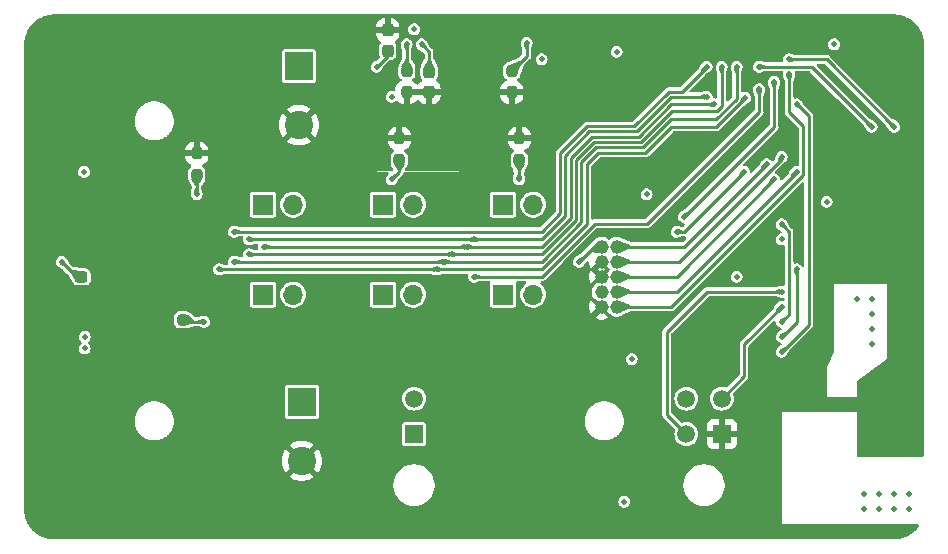
<source format=gbr>
%TF.GenerationSoftware,KiCad,Pcbnew,7.0.10*%
%TF.CreationDate,2025-02-18T11:07:04-08:00*%
%TF.ProjectId,flow-controller,666c6f77-2d63-46f6-9e74-726f6c6c6572,rev?*%
%TF.SameCoordinates,Original*%
%TF.FileFunction,Copper,L4,Bot*%
%TF.FilePolarity,Positive*%
%FSLAX46Y46*%
G04 Gerber Fmt 4.6, Leading zero omitted, Abs format (unit mm)*
G04 Created by KiCad (PCBNEW 7.0.10) date 2025-02-18 11:07:04*
%MOMM*%
%LPD*%
G01*
G04 APERTURE LIST*
G04 Aperture macros list*
%AMRoundRect*
0 Rectangle with rounded corners*
0 $1 Rounding radius*
0 $2 $3 $4 $5 $6 $7 $8 $9 X,Y pos of 4 corners*
0 Add a 4 corners polygon primitive as box body*
4,1,4,$2,$3,$4,$5,$6,$7,$8,$9,$2,$3,0*
0 Add four circle primitives for the rounded corners*
1,1,$1+$1,$2,$3*
1,1,$1+$1,$4,$5*
1,1,$1+$1,$6,$7*
1,1,$1+$1,$8,$9*
0 Add four rect primitives between the rounded corners*
20,1,$1+$1,$2,$3,$4,$5,0*
20,1,$1+$1,$4,$5,$6,$7,0*
20,1,$1+$1,$6,$7,$8,$9,0*
20,1,$1+$1,$8,$9,$2,$3,0*%
G04 Aperture macros list end*
%TA.AperFunction,ComponentPad*%
%ADD10C,1.168400*%
%TD*%
%TA.AperFunction,ComponentPad*%
%ADD11R,1.520000X1.520000*%
%TD*%
%TA.AperFunction,ComponentPad*%
%ADD12C,1.520000*%
%TD*%
%TA.AperFunction,SMDPad,CuDef*%
%ADD13RoundRect,0.237500X-0.237500X0.300000X-0.237500X-0.300000X0.237500X-0.300000X0.237500X0.300000X0*%
%TD*%
%TA.AperFunction,SMDPad,CuDef*%
%ADD14RoundRect,0.237500X-0.237500X0.250000X-0.237500X-0.250000X0.237500X-0.250000X0.237500X0.250000X0*%
%TD*%
%TA.AperFunction,SMDPad,CuDef*%
%ADD15RoundRect,0.237500X0.237500X-0.250000X0.237500X0.250000X-0.237500X0.250000X-0.237500X-0.250000X0*%
%TD*%
%TA.AperFunction,SMDPad,CuDef*%
%ADD16RoundRect,0.237500X0.250000X0.237500X-0.250000X0.237500X-0.250000X-0.237500X0.250000X-0.237500X0*%
%TD*%
%TA.AperFunction,ComponentPad*%
%ADD17R,1.700000X1.700000*%
%TD*%
%TA.AperFunction,ComponentPad*%
%ADD18O,1.700000X1.700000*%
%TD*%
%TA.AperFunction,SMDPad,CuDef*%
%ADD19RoundRect,0.237500X0.237500X-0.300000X0.237500X0.300000X-0.237500X0.300000X-0.237500X-0.300000X0*%
%TD*%
%TA.AperFunction,ComponentPad*%
%ADD20R,2.400000X2.400000*%
%TD*%
%TA.AperFunction,ComponentPad*%
%ADD21C,2.400000*%
%TD*%
%TA.AperFunction,SMDPad,CuDef*%
%ADD22RoundRect,0.237500X0.300000X0.237500X-0.300000X0.237500X-0.300000X-0.237500X0.300000X-0.237500X0*%
%TD*%
%TA.AperFunction,ViaPad*%
%ADD23C,0.500000*%
%TD*%
%TA.AperFunction,Conductor*%
%ADD24C,0.250000*%
%TD*%
G04 APERTURE END LIST*
D10*
%TO.P,J7,1,1*%
%TO.N,/MCU/JTAG_VCC*%
X99676949Y-100983051D03*
%TO.P,J7,2,2*%
%TO.N,/MCU/TMS*%
X100946949Y-100983051D03*
%TO.P,J7,3,3*%
%TO.N,GND*%
X99676949Y-102253051D03*
%TO.P,J7,4,4*%
%TO.N,/MCU/TCK*%
X100946949Y-102253051D03*
%TO.P,J7,5,5*%
%TO.N,GND*%
X99676949Y-103523051D03*
%TO.P,J7,6,6*%
%TO.N,/MCU/TDO*%
X100946949Y-103523051D03*
%TO.P,J7,7,7*%
%TO.N,/MCU/SBWTCK*%
X99676949Y-104793051D03*
%TO.P,J7,8,8*%
%TO.N,/MCU/TDI*%
X100946949Y-104793051D03*
%TO.P,J7,9,9*%
%TO.N,GND*%
X99676949Y-106063051D03*
%TO.P,J7,10,10*%
%TO.N,/MCU/RST*%
X100946949Y-106063051D03*
%TD*%
D11*
%TO.P,J8,1,Pin_1*%
%TO.N,Net-(D1-A)*%
X83801949Y-116840000D03*
D12*
%TO.P,J8,2,Pin_2*%
%TO.N,+BATT*%
X83801949Y-113840001D03*
%TD*%
D11*
%TO.P,J9,1,1*%
%TO.N,GND*%
X109855000Y-116840000D03*
D12*
%TO.P,J9,2,2*%
%TO.N,/RS232 Transceiver/T1OUT*%
X106855001Y-116840000D03*
%TO.P,J9,3,3*%
%TO.N,/RS232 Transceiver/R1IN*%
X109855000Y-113840001D03*
%TO.P,J9,4,4*%
%TO.N,+BATT*%
X106855001Y-113840001D03*
%TD*%
D13*
%TO.P,C15,1*%
%TO.N,GND*%
X81575000Y-82637500D03*
%TO.P,C15,2*%
%TO.N,+BATT*%
X81575000Y-84362500D03*
%TD*%
D14*
%TO.P,R3,1*%
%TO.N,Net-(U5-AISEN)*%
X92075000Y-86082500D03*
%TO.P,R3,2*%
%TO.N,GND*%
X92075000Y-87907500D03*
%TD*%
D15*
%TO.P,R8,1*%
%TO.N,Net-(U6-BISEN)*%
X65405000Y-94892500D03*
%TO.P,R8,2*%
%TO.N,GND*%
X65405000Y-93067500D03*
%TD*%
D16*
%TO.P,R9,1*%
%TO.N,Net-(U6-CISEN)*%
X64204357Y-107150000D03*
%TO.P,R9,2*%
%TO.N,GND*%
X62379357Y-107150000D03*
%TD*%
D17*
%TO.P,J1,1,Pin_1*%
%TO.N,/Motor Driver 1/DO2*%
X81185749Y-105021651D03*
D18*
%TO.P,J1,2,Pin_2*%
%TO.N,/Motor Driver 1/DO1*%
X83725749Y-105021651D03*
%TD*%
D19*
%TO.P,C12,1*%
%TO.N,GND*%
X85071949Y-87875551D03*
%TO.P,C12,2*%
%TO.N,/Motor Driver 1/VREF1*%
X85071949Y-86150551D03*
%TD*%
D15*
%TO.P,R4,1*%
%TO.N,Net-(U5-BISEN)*%
X92710000Y-93622500D03*
%TO.P,R4,2*%
%TO.N,GND*%
X92710000Y-91797500D03*
%TD*%
D20*
%TO.P,C16,1*%
%TO.N,+BATT*%
X74050000Y-85676041D03*
D21*
%TO.P,C16,2*%
%TO.N,GND*%
X74050000Y-90676041D03*
%TD*%
D17*
%TO.P,J5,1,Pin_1*%
%TO.N,/Motor Driver 1/AO2*%
X91345749Y-105021651D03*
D18*
%TO.P,J5,2,Pin_2*%
%TO.N,/Motor Driver 1/AO1*%
X93885749Y-105021651D03*
%TD*%
D17*
%TO.P,J6,1,Pin_1*%
%TO.N,/Motor Driver 1/CO2*%
X81185749Y-97401651D03*
D18*
%TO.P,J6,2,Pin_2*%
%TO.N,/Motor Driver 1/CO1*%
X83725749Y-97401651D03*
%TD*%
D17*
%TO.P,J3,1,Pin_1*%
%TO.N,/Motor Driver 2/CO2*%
X71025749Y-105021651D03*
D18*
%TO.P,J3,2,Pin_2*%
%TO.N,/Motor Driver 2/CO1*%
X73565749Y-105021651D03*
%TD*%
D14*
%TO.P,R6,1*%
%TO.N,Net-(U5-DISEN)*%
X83185000Y-86082500D03*
%TO.P,R6,2*%
%TO.N,GND*%
X83185000Y-87907500D03*
%TD*%
D17*
%TO.P,J2,1,Pin_1*%
%TO.N,/Motor Driver 1/BO2*%
X91345749Y-97401651D03*
D18*
%TO.P,J2,2,Pin_2*%
%TO.N,/Motor Driver 1/BO1*%
X93885749Y-97401651D03*
%TD*%
D15*
%TO.P,R5,1*%
%TO.N,Net-(U5-CISEN)*%
X82550000Y-93622500D03*
%TO.P,R5,2*%
%TO.N,GND*%
X82550000Y-91797500D03*
%TD*%
D20*
%TO.P,C21,1*%
%TO.N,+BATT*%
X74300000Y-114101041D03*
D21*
%TO.P,C21,2*%
%TO.N,GND*%
X74300000Y-119101041D03*
%TD*%
D22*
%TO.P,C17,1*%
%TO.N,GND*%
X57359449Y-103523051D03*
%TO.P,C17,2*%
%TO.N,/Motor Driver 2/VREF2*%
X55634449Y-103523051D03*
%TD*%
D17*
%TO.P,J4,1,Pin_1*%
%TO.N,/Motor Driver 2/BO2*%
X71025749Y-97401651D03*
D18*
%TO.P,J4,2,Pin_2*%
%TO.N,/Motor Driver 2/BO1*%
X73565749Y-97401651D03*
%TD*%
D23*
%TO.N,GND*%
X123190000Y-100965000D03*
X107931949Y-92093051D03*
X125730000Y-114300000D03*
X58401949Y-99713051D03*
X115551949Y-92093051D03*
X114281949Y-116858051D03*
X84436949Y-89553051D03*
X80645000Y-90805000D03*
X123190000Y-113030000D03*
X60941949Y-98443051D03*
X58401949Y-98443051D03*
X59671949Y-103523051D03*
X109836949Y-106698051D03*
X58401949Y-104793051D03*
X85706949Y-89553051D03*
X88265000Y-95250000D03*
X125730000Y-99695000D03*
X86995000Y-84455000D03*
X58401949Y-97173051D03*
X125730000Y-113030000D03*
X118091949Y-102888051D03*
X118110000Y-100330000D03*
X120631949Y-97808051D03*
X90786949Y-88283051D03*
X80225000Y-82375000D03*
X125730000Y-111760000D03*
X105410000Y-82550000D03*
X59671949Y-95903051D03*
X114281949Y-119398051D03*
X94615000Y-88265000D03*
X60941949Y-100983051D03*
X123825000Y-82550000D03*
X105391949Y-98443051D03*
X89516949Y-89553051D03*
X59671949Y-107333051D03*
X89516949Y-88283051D03*
X102216949Y-86378051D03*
X60941949Y-106063051D03*
X111106949Y-107968051D03*
X103486949Y-107333051D03*
X100311949Y-97173051D03*
X59671949Y-106063051D03*
X116205000Y-109855000D03*
X60941949Y-104793051D03*
X59671949Y-104793051D03*
X125730000Y-110490000D03*
X94615000Y-89535000D03*
X101581949Y-97173051D03*
X94615000Y-92075000D03*
X83166949Y-89553051D03*
X60941949Y-99713051D03*
X86976949Y-89553051D03*
X60941949Y-102253051D03*
X119361949Y-114318051D03*
X58401949Y-95903051D03*
X124460000Y-99695000D03*
X109836949Y-107968051D03*
X54591949Y-101618051D03*
X59671949Y-98443051D03*
X80645000Y-89535000D03*
X93326949Y-89553051D03*
X85706949Y-90823051D03*
X86976949Y-90823051D03*
X100946949Y-93998051D03*
X125730000Y-89535000D03*
X103486949Y-93998051D03*
X88246949Y-90823051D03*
X58401949Y-106063051D03*
X86976949Y-88283051D03*
X88246949Y-88283051D03*
X81896949Y-89553051D03*
X58401949Y-100983051D03*
X120631949Y-96538051D03*
X114281949Y-114318051D03*
X60941949Y-103523051D03*
X125730000Y-86360000D03*
X114281949Y-121938051D03*
X59671949Y-100983051D03*
X125730000Y-100965000D03*
X124460000Y-89535000D03*
X90786949Y-89553051D03*
X94615000Y-90805000D03*
X102216949Y-93998051D03*
X92056949Y-89553051D03*
X109836949Y-103523051D03*
X124460000Y-113030000D03*
X116186949Y-98443051D03*
X101600000Y-82550000D03*
X112376949Y-103523051D03*
X65386949Y-100983051D03*
X102216949Y-90188051D03*
X124460000Y-111760000D03*
X59671949Y-102253051D03*
X88246949Y-89553051D03*
X123190000Y-99695000D03*
X119996949Y-102888051D03*
X124460000Y-100965000D03*
X60941949Y-107333051D03*
X89516949Y-90823051D03*
X118726949Y-82568051D03*
X59671949Y-97173051D03*
X80645000Y-92075000D03*
X84436949Y-90823051D03*
X125730000Y-115570000D03*
X90786949Y-90823051D03*
X59671949Y-99713051D03*
X125730000Y-85090000D03*
X58401949Y-107333051D03*
X117475000Y-109220000D03*
%TO.N,+3V3*%
X111106949Y-103523051D03*
X119361949Y-83838051D03*
X118726949Y-97173051D03*
X100946949Y-84473051D03*
X121920000Y-123190000D03*
X124460000Y-121920000D03*
X121920000Y-121920000D03*
X123190000Y-123190000D03*
X102235000Y-110490000D03*
X123190000Y-121920000D03*
X114916949Y-100348051D03*
X125730000Y-123190000D03*
X124460000Y-123190000D03*
X103486949Y-96538051D03*
X125730000Y-121920000D03*
X101600000Y-122555000D03*
%TO.N,+BATT*%
X81896949Y-88283051D03*
X94596949Y-85108051D03*
X122536949Y-109238051D03*
X55861949Y-94633051D03*
X122536949Y-106698051D03*
X122536949Y-105428051D03*
X55921949Y-109585551D03*
X80626949Y-85743051D03*
X122536949Y-107968051D03*
X55921949Y-108603051D03*
X121266949Y-105428051D03*
X83801949Y-82568051D03*
%TO.N,/MCU/JTAG_VCC*%
X97771949Y-102253051D03*
%TO.N,/MCU/TMS*%
X113646949Y-93998051D03*
%TO.N,/MCU/TCK*%
X114916949Y-93363051D03*
%TO.N,/MCU/TDO*%
X114281949Y-95268051D03*
%TO.N,/MCU/TDI*%
X116186949Y-94633051D03*
%TO.N,/MCU/RST*%
X115551949Y-86378051D03*
%TO.N,/RS232 Transceiver/R1IN*%
X114916949Y-106063051D03*
%TO.N,/RS232 Transceiver/T1OUT*%
X114916949Y-104793051D03*
%TO.N,Net-(U5-AISEN)*%
X93326949Y-83708551D03*
%TO.N,Net-(U5-BISEN)*%
X92691949Y-95268051D03*
%TO.N,Net-(U5-CISEN)*%
X81896949Y-95268051D03*
%TO.N,Net-(U5-DISEN)*%
X83166949Y-83838051D03*
%TO.N,Net-(U6-BISEN)*%
X65405000Y-96520000D03*
%TO.N,Net-(U6-CISEN)*%
X66021949Y-107333051D03*
%TO.N,/MCU/PUMP_RELAY*%
X111741949Y-94633051D03*
X106026949Y-99713051D03*
%TO.N,/MCU/R1OUT*%
X114916949Y-107333051D03*
X114916949Y-99078051D03*
%TO.N,/MCU/T1IN*%
X116186949Y-88918051D03*
X114916949Y-109873051D03*
%TO.N,Net-(U1-P8.2)*%
X124441949Y-90823051D03*
X115551949Y-85108051D03*
%TO.N,Net-(U1-P8.3)*%
X113011949Y-85743051D03*
X122536949Y-90823051D03*
%TO.N,/MCU/SDATA*%
X111106949Y-85743051D03*
X86341949Y-102253051D03*
X68561949Y-102253051D03*
%TO.N,/MCU/SCLK*%
X86976949Y-101618051D03*
X69831949Y-101618051D03*
X109836949Y-85743051D03*
%TO.N,/MCU/B_CS*%
X108566949Y-85743051D03*
X68561949Y-99713051D03*
%TO.N,/MCU/ONOFF*%
X106661949Y-98443051D03*
X116186949Y-102888051D03*
X114281949Y-87013051D03*
X114916949Y-108603051D03*
%TO.N,/MCU/A_CS*%
X113011949Y-87648051D03*
X88881949Y-103523051D03*
%TO.N,/MCU/SSTB*%
X67291949Y-102888051D03*
X85706949Y-102888051D03*
X111832432Y-88373534D03*
%TO.N,/MCU/nRESET*%
X88881949Y-100348051D03*
X69831949Y-100348051D03*
X108566949Y-88283051D03*
%TO.N,/MCU/nSLEEP*%
X71101949Y-100983051D03*
X88246949Y-100983051D03*
X109201949Y-88918051D03*
%TO.N,/Motor Driver 1/VREF1*%
X84436949Y-83838051D03*
%TO.N,/Motor Driver 2/VREF2*%
X53956949Y-102253051D03*
%TD*%
D24*
%TO.N,GND*%
X80487500Y-82637500D02*
X80225000Y-82375000D01*
X81575000Y-82637500D02*
X80487500Y-82637500D01*
%TO.N,+BATT*%
X81575000Y-84795000D02*
X80626949Y-85743051D01*
X81575000Y-84362500D02*
X81575000Y-84795000D01*
%TO.N,/MCU/JTAG_VCC*%
X97771949Y-102253051D02*
X99041949Y-100983051D01*
X99041949Y-100983051D02*
X99676949Y-100983051D01*
%TO.N,/MCU/TMS*%
X106661949Y-100983051D02*
X113646949Y-93998051D01*
X100946949Y-100983051D02*
X106661949Y-100983051D01*
%TO.N,/MCU/TCK*%
X114916949Y-93541224D02*
X114916949Y-93363051D01*
X100946949Y-102253051D02*
X106205122Y-102253051D01*
X106205122Y-102253051D02*
X114916949Y-93541224D01*
%TO.N,/MCU/TDO*%
X100946949Y-103523051D02*
X106026949Y-103523051D01*
X106026949Y-103523051D02*
X114281949Y-95268051D01*
%TO.N,/MCU/TDI*%
X100946949Y-104793051D02*
X106026949Y-104793051D01*
X106026949Y-104793051D02*
X116186949Y-94633051D01*
%TO.N,/MCU/RST*%
X115551949Y-86378051D02*
X115551949Y-89553051D01*
X105570122Y-106063051D02*
X100946949Y-106063051D01*
X116761949Y-94871224D02*
X105570122Y-106063051D01*
X115551949Y-89553051D02*
X116761949Y-90763051D01*
X116761949Y-90763051D02*
X116761949Y-94871224D01*
%TO.N,/RS232 Transceiver/R1IN*%
X111741949Y-109238051D02*
X114916949Y-106063051D01*
X111741949Y-109238051D02*
X111741949Y-111953052D01*
X111741949Y-111953052D02*
X109855000Y-113840001D01*
%TO.N,/RS232 Transceiver/T1OUT*%
X108566949Y-104793051D02*
X105200000Y-108160000D01*
X114916949Y-104793051D02*
X108566949Y-104793051D01*
X105200000Y-108160000D02*
X105200000Y-115184999D01*
X105200000Y-115184999D02*
X106855001Y-116840000D01*
%TO.N,Net-(U5-AISEN)*%
X93326949Y-84830551D02*
X92075000Y-86082500D01*
X93326949Y-83708551D02*
X93326949Y-84830551D01*
%TO.N,Net-(U5-BISEN)*%
X92691949Y-95268051D02*
X92691949Y-93640551D01*
X92691949Y-93640551D02*
X92710000Y-93622500D01*
%TO.N,Net-(U5-CISEN)*%
X82550000Y-93622500D02*
X82550000Y-94615000D01*
X82550000Y-94615000D02*
X81896949Y-95268051D01*
%TO.N,Net-(U5-DISEN)*%
X83166949Y-83838051D02*
X83185000Y-83856102D01*
X83185000Y-83856102D02*
X83185000Y-86082500D01*
%TO.N,Net-(U6-BISEN)*%
X65405000Y-96520000D02*
X65405000Y-94892500D01*
%TO.N,Net-(U6-CISEN)*%
X64387408Y-107333051D02*
X64204357Y-107150000D01*
X66021949Y-107333051D02*
X64387408Y-107333051D01*
%TO.N,/MCU/PUMP_RELAY*%
X106026949Y-99713051D02*
X106661949Y-99713051D01*
X106661949Y-99713051D02*
X111741949Y-94633051D01*
%TO.N,/MCU/R1OUT*%
X115551949Y-99713051D02*
X114916949Y-99078051D01*
X114916949Y-107333051D02*
X115551949Y-106698051D01*
X115551949Y-106698051D02*
X115551949Y-99713051D01*
%TO.N,/MCU/T1IN*%
X117211949Y-107578051D02*
X114916949Y-109873051D01*
X116186949Y-88918051D02*
X117211949Y-89943051D01*
X117211949Y-89943051D02*
X117211949Y-107578051D01*
%TO.N,Net-(U1-P8.2)*%
X115551949Y-85108051D02*
X118726949Y-85108051D01*
X124441949Y-90823051D02*
X118726949Y-85108051D01*
%TO.N,Net-(U1-P8.3)*%
X117456949Y-85743051D02*
X116821949Y-85743051D01*
X122536949Y-90823051D02*
X117456949Y-85743051D01*
X113011949Y-85743051D02*
X116821949Y-85743051D01*
%TO.N,/MCU/SDATA*%
X109381518Y-90188051D02*
X111106949Y-88462620D01*
X99212533Y-92563051D02*
X103200706Y-92563051D01*
X97956949Y-98897239D02*
X97956949Y-93818635D01*
X105575706Y-90188051D02*
X109381518Y-90188051D01*
X111106949Y-88462620D02*
X111106949Y-85743051D01*
X103200706Y-92563051D02*
X105575706Y-90188051D01*
X86341949Y-102253051D02*
X94601137Y-102253051D01*
X94601137Y-102253051D02*
X97956949Y-98897239D01*
X68561949Y-102253051D02*
X86341949Y-102253051D01*
X97956949Y-93818635D02*
X99212533Y-92563051D01*
%TO.N,/MCU/SCLK*%
X69831949Y-101618051D02*
X86976949Y-101618051D01*
X105634310Y-89493051D02*
X109440122Y-89493051D01*
X103014310Y-92113051D02*
X105634310Y-89493051D01*
X97506949Y-93632239D02*
X99026137Y-92113051D01*
X99026137Y-92113051D02*
X103014310Y-92113051D01*
X94599741Y-101618051D02*
X97506949Y-98710843D01*
X109440122Y-89493051D02*
X109836949Y-89096224D01*
X86976949Y-101618051D02*
X94599741Y-101618051D01*
X97506949Y-98710843D02*
X97506949Y-93632239D01*
X109836949Y-89096224D02*
X109836949Y-85743051D01*
%TO.N,/MCU/B_CS*%
X102455122Y-90763051D02*
X105385122Y-87833051D01*
X68561949Y-99713051D02*
X94595553Y-99713051D01*
X94595553Y-99713051D02*
X96156949Y-98151655D01*
X96156949Y-93073051D02*
X98466949Y-90763051D01*
X106476949Y-87833051D02*
X108566949Y-85743051D01*
X98466949Y-90763051D02*
X102455122Y-90763051D01*
X105385122Y-87833051D02*
X106476949Y-87833051D01*
X96156949Y-98151655D02*
X96156949Y-93073051D01*
%TO.N,/MCU/ONOFF*%
X114281949Y-87013051D02*
X114281949Y-90823051D01*
X114281949Y-90823051D02*
X106661949Y-98443051D01*
X116186949Y-107333051D02*
X116186949Y-102888051D01*
X114916949Y-108603051D02*
X116186949Y-107333051D01*
%TO.N,/MCU/A_CS*%
X94603929Y-103523051D02*
X88881949Y-103523051D01*
X113011949Y-87648051D02*
X113011949Y-89553051D01*
X113011949Y-89553051D02*
X103546949Y-99018051D01*
X99108929Y-99018051D02*
X94603929Y-103523051D01*
X103546949Y-99018051D02*
X99108929Y-99018051D01*
%TO.N,/MCU/SSTB*%
X103387102Y-93013051D02*
X99398929Y-93013051D01*
X105577102Y-90823051D02*
X103387102Y-93013051D01*
X109382914Y-90823051D02*
X105577102Y-90823051D01*
X111832432Y-88373534D02*
X109382914Y-90823051D01*
X67291949Y-102888051D02*
X85706949Y-102888051D01*
X98406949Y-94005031D02*
X98406949Y-99083635D01*
X98406949Y-99083635D02*
X94602533Y-102888051D01*
X94602533Y-102888051D02*
X85706949Y-102888051D01*
X99398929Y-93013051D02*
X98406949Y-94005031D01*
%TO.N,/MCU/nRESET*%
X69831949Y-100348051D02*
X88881949Y-100348051D01*
X96606949Y-93259447D02*
X98653345Y-91213051D01*
X105571518Y-88283051D02*
X108566949Y-88283051D01*
X88881949Y-100348051D02*
X94596949Y-100348051D01*
X96606949Y-98338051D02*
X96606949Y-93259447D01*
X102641518Y-91213051D02*
X105571518Y-88283051D01*
X94596949Y-100348051D02*
X96606949Y-98338051D01*
X98653345Y-91213051D02*
X102641518Y-91213051D01*
%TO.N,/MCU/nSLEEP*%
X71101949Y-100983051D02*
X88246949Y-100983051D01*
X102827914Y-91663051D02*
X105572914Y-88918051D01*
X94598345Y-100983051D02*
X97056949Y-98524447D01*
X98839741Y-91663051D02*
X102827914Y-91663051D01*
X97056949Y-93445843D02*
X98839741Y-91663051D01*
X88246949Y-100983051D02*
X94598345Y-100983051D01*
X97056949Y-98524447D02*
X97056949Y-93445843D01*
X105572914Y-88918051D02*
X109201949Y-88918051D01*
%TO.N,/Motor Driver 1/VREF1*%
X84436949Y-83838051D02*
X85071949Y-84473051D01*
X85071949Y-84473051D02*
X85071949Y-86150551D01*
%TO.N,/Motor Driver 2/VREF2*%
X55634449Y-103523051D02*
X55226949Y-103523051D01*
X55226949Y-103523051D02*
X53956949Y-102253051D01*
%TD*%
%TA.AperFunction,Conductor*%
%TO.N,GND*%
G36*
X100085662Y-102308211D02*
G01*
X100119147Y-102369534D01*
X100121301Y-102382925D01*
X100125992Y-102427551D01*
X100125993Y-102427554D01*
X100125993Y-102427555D01*
X100180209Y-102594418D01*
X100180212Y-102594424D01*
X100267942Y-102746377D01*
X100320797Y-102805079D01*
X100351027Y-102868071D01*
X100342401Y-102937406D01*
X100320797Y-102971023D01*
X100267942Y-103029724D01*
X100180212Y-103181677D01*
X100180209Y-103181683D01*
X100125993Y-103348546D01*
X100125991Y-103348557D01*
X100121301Y-103393172D01*
X100094716Y-103457786D01*
X100085662Y-103467889D01*
X100034063Y-103519488D01*
X100036235Y-103493280D01*
X100007101Y-103378233D01*
X99942190Y-103278879D01*
X99848536Y-103205986D01*
X99736288Y-103167451D01*
X99678996Y-103167451D01*
X99958396Y-102888051D01*
X99678996Y-102608651D01*
X99706415Y-102608651D01*
X99794009Y-102594034D01*
X99898383Y-102537550D01*
X99978762Y-102450235D01*
X100026434Y-102341553D01*
X100033518Y-102256067D01*
X100085662Y-102308211D01*
G37*
%TD.AperFunction*%
%TA.AperFunction,Conductor*%
G36*
X124445419Y-81298745D02*
G01*
X124557619Y-81305049D01*
X124726298Y-81315256D01*
X124739548Y-81316778D01*
X124871730Y-81339239D01*
X124872902Y-81339446D01*
X125018139Y-81366064D01*
X125030103Y-81368877D01*
X125162691Y-81407076D01*
X125165181Y-81407822D01*
X125302094Y-81450487D01*
X125312628Y-81454302D01*
X125441660Y-81507751D01*
X125445050Y-81509215D01*
X125574234Y-81567357D01*
X125583302Y-81571894D01*
X125706320Y-81639885D01*
X125710402Y-81642245D01*
X125830958Y-81715125D01*
X125838498Y-81720069D01*
X125953506Y-81801672D01*
X125958135Y-81805125D01*
X126066138Y-81889740D01*
X126068694Y-81891743D01*
X126074832Y-81896880D01*
X126180082Y-81990938D01*
X126185116Y-81995698D01*
X126284300Y-82094882D01*
X126289063Y-82099919D01*
X126383113Y-82205161D01*
X126388255Y-82211304D01*
X126474850Y-82321833D01*
X126478337Y-82326507D01*
X126559921Y-82441488D01*
X126564883Y-82449054D01*
X126637733Y-82569562D01*
X126640133Y-82573712D01*
X126658656Y-82607226D01*
X126708097Y-82696682D01*
X126712644Y-82705771D01*
X126770773Y-82834925D01*
X126772258Y-82838363D01*
X126825691Y-82967357D01*
X126829516Y-82977919D01*
X126872154Y-83114743D01*
X126872922Y-83117307D01*
X126911121Y-83249895D01*
X126913936Y-83261869D01*
X126940512Y-83406874D01*
X126940792Y-83408456D01*
X126963218Y-83540436D01*
X126964744Y-83553718D01*
X126974948Y-83722347D01*
X126974979Y-83722882D01*
X126980784Y-83826222D01*
X126981254Y-83834579D01*
X126981449Y-83841534D01*
X126981449Y-118621000D01*
X126961764Y-118688039D01*
X126908960Y-118733794D01*
X126857449Y-118745000D01*
X121409000Y-118745000D01*
X121341961Y-118725315D01*
X121296206Y-118672511D01*
X121285000Y-118621000D01*
X121285000Y-114935000D01*
X114935000Y-114935000D01*
X114935000Y-124460000D01*
X126422572Y-124460000D01*
X126489611Y-124479685D01*
X126535366Y-124532489D01*
X126545310Y-124601647D01*
X126523702Y-124655754D01*
X126479579Y-124717941D01*
X126476061Y-124722659D01*
X126387280Y-124835983D01*
X126382129Y-124842136D01*
X126290291Y-124944907D01*
X126285513Y-124949962D01*
X126183842Y-125051637D01*
X126178788Y-125056414D01*
X126076011Y-125148266D01*
X126069856Y-125153419D01*
X125956522Y-125242213D01*
X125951806Y-125245731D01*
X125839651Y-125325314D01*
X125832044Y-125330302D01*
X125708261Y-125405133D01*
X125704093Y-125407543D01*
X125584386Y-125473706D01*
X125575296Y-125478255D01*
X125442112Y-125538199D01*
X125438675Y-125539684D01*
X125313662Y-125591470D01*
X125303099Y-125595295D01*
X125160865Y-125639620D01*
X125158301Y-125640388D01*
X125031075Y-125677043D01*
X125019100Y-125679858D01*
X124865693Y-125707974D01*
X124864112Y-125708254D01*
X124740462Y-125729265D01*
X124727178Y-125730791D01*
X124535090Y-125742414D01*
X124534558Y-125742445D01*
X124455969Y-125746861D01*
X124447155Y-125747356D01*
X124440203Y-125747551D01*
X53325427Y-125747551D01*
X53318476Y-125747356D01*
X53313796Y-125747093D01*
X53206754Y-125741083D01*
X53206222Y-125741052D01*
X53037614Y-125730857D01*
X53024328Y-125729331D01*
X52892381Y-125706913D01*
X52890802Y-125706634D01*
X52745754Y-125680056D01*
X52733777Y-125677241D01*
X52601224Y-125639055D01*
X52598661Y-125638287D01*
X52461803Y-125595642D01*
X52451240Y-125591817D01*
X52322247Y-125538387D01*
X52318810Y-125536903D01*
X52279126Y-125519043D01*
X52189633Y-125478767D01*
X52180560Y-125474227D01*
X52179617Y-125473706D01*
X52171457Y-125469196D01*
X52057597Y-125406267D01*
X52053430Y-125403858D01*
X52009905Y-125377547D01*
X51932923Y-125331010D01*
X51925342Y-125326038D01*
X51861304Y-125280601D01*
X51810429Y-125244503D01*
X51805713Y-125240986D01*
X51695179Y-125154390D01*
X51689024Y-125149238D01*
X51687936Y-125148266D01*
X51583801Y-125055205D01*
X51578747Y-125050426D01*
X51479572Y-124951251D01*
X51474793Y-124946197D01*
X51436741Y-124903617D01*
X51380752Y-124840964D01*
X51375617Y-124834830D01*
X51336430Y-124784811D01*
X51289012Y-124724285D01*
X51285495Y-124719569D01*
X51284340Y-124717941D01*
X51203952Y-124604644D01*
X51198997Y-124597089D01*
X51126131Y-124476553D01*
X51123731Y-124472401D01*
X51090642Y-124412531D01*
X51055760Y-124349417D01*
X51051241Y-124340386D01*
X50993079Y-124211151D01*
X50991611Y-124207751D01*
X50938175Y-124078744D01*
X50934361Y-124068211D01*
X50891689Y-123931264D01*
X50890966Y-123928851D01*
X50852751Y-123796199D01*
X50849947Y-123784267D01*
X50823351Y-123639125D01*
X50823085Y-123637617D01*
X50800663Y-123505639D01*
X50799144Y-123492417D01*
X50788931Y-123323517D01*
X50782644Y-123211523D01*
X50782449Y-123204574D01*
X50782449Y-121291186D01*
X82051449Y-121291186D01*
X82070790Y-121419500D01*
X82090553Y-121550614D01*
X82090554Y-121550616D01*
X82090555Y-121550622D01*
X82167887Y-121801325D01*
X82281716Y-122037695D01*
X82281717Y-122037696D01*
X82281719Y-122037699D01*
X82281721Y-122037703D01*
X82320818Y-122095047D01*
X82429516Y-122254478D01*
X82607963Y-122446800D01*
X82607967Y-122446803D01*
X82607968Y-122446804D01*
X82813092Y-122610385D01*
X83040306Y-122741567D01*
X83284533Y-122837419D01*
X83540319Y-122895801D01*
X83540325Y-122895801D01*
X83540328Y-122895802D01*
X83736433Y-122910498D01*
X83736452Y-122910498D01*
X83736455Y-122910499D01*
X83736457Y-122910499D01*
X83867441Y-122910499D01*
X83867443Y-122910499D01*
X83867445Y-122910498D01*
X83867464Y-122910498D01*
X84063569Y-122895802D01*
X84063571Y-122895801D01*
X84063579Y-122895801D01*
X84319365Y-122837419D01*
X84563592Y-122741567D01*
X84790806Y-122610385D01*
X84860257Y-122555000D01*
X101094353Y-122555000D01*
X101114834Y-122697456D01*
X101174622Y-122828371D01*
X101174623Y-122828373D01*
X101268872Y-122937143D01*
X101389947Y-123014953D01*
X101389950Y-123014954D01*
X101389949Y-123014954D01*
X101528036Y-123055499D01*
X101528038Y-123055500D01*
X101528039Y-123055500D01*
X101671962Y-123055500D01*
X101671962Y-123055499D01*
X101810053Y-123014953D01*
X101931128Y-122937143D01*
X102025377Y-122828373D01*
X102085165Y-122697457D01*
X102105647Y-122555000D01*
X102085165Y-122412543D01*
X102025377Y-122281627D01*
X101931128Y-122172857D01*
X101810053Y-122095047D01*
X101810051Y-122095046D01*
X101810049Y-122095045D01*
X101810050Y-122095045D01*
X101671963Y-122054500D01*
X101671961Y-122054500D01*
X101528039Y-122054500D01*
X101528036Y-122054500D01*
X101389949Y-122095045D01*
X101268873Y-122172856D01*
X101174623Y-122281626D01*
X101174622Y-122281628D01*
X101114834Y-122412543D01*
X101094353Y-122555000D01*
X84860257Y-122555000D01*
X84995930Y-122446804D01*
X85020337Y-122420500D01*
X85035894Y-122403732D01*
X85174382Y-122254478D01*
X85322177Y-122037703D01*
X85436012Y-121801322D01*
X85513345Y-121550614D01*
X85552448Y-121291186D01*
X106604500Y-121291186D01*
X106623841Y-121419500D01*
X106643604Y-121550614D01*
X106643605Y-121550616D01*
X106643606Y-121550622D01*
X106720938Y-121801325D01*
X106834767Y-122037695D01*
X106834768Y-122037696D01*
X106834770Y-122037699D01*
X106834772Y-122037703D01*
X106873869Y-122095047D01*
X106982567Y-122254478D01*
X107161014Y-122446800D01*
X107161018Y-122446803D01*
X107161019Y-122446804D01*
X107366143Y-122610385D01*
X107593357Y-122741567D01*
X107837584Y-122837419D01*
X108093370Y-122895801D01*
X108093376Y-122895801D01*
X108093379Y-122895802D01*
X108289484Y-122910498D01*
X108289503Y-122910498D01*
X108289506Y-122910499D01*
X108289508Y-122910499D01*
X108420492Y-122910499D01*
X108420494Y-122910499D01*
X108420496Y-122910498D01*
X108420515Y-122910498D01*
X108616620Y-122895802D01*
X108616622Y-122895801D01*
X108616630Y-122895801D01*
X108872416Y-122837419D01*
X109116643Y-122741567D01*
X109343857Y-122610385D01*
X109548981Y-122446804D01*
X109573388Y-122420500D01*
X109588945Y-122403732D01*
X109727433Y-122254478D01*
X109875228Y-122037703D01*
X109989063Y-121801322D01*
X110066396Y-121550614D01*
X110105500Y-121291181D01*
X110105500Y-121028817D01*
X110066396Y-120769384D01*
X109989063Y-120518676D01*
X109964552Y-120467779D01*
X109875232Y-120282302D01*
X109875231Y-120282301D01*
X109875230Y-120282300D01*
X109875228Y-120282295D01*
X109727433Y-120065520D01*
X109717441Y-120054752D01*
X109548985Y-119873197D01*
X109508250Y-119840712D01*
X109343857Y-119709613D01*
X109116643Y-119578431D01*
X108872416Y-119482579D01*
X108872411Y-119482577D01*
X108872402Y-119482575D01*
X108654818Y-119432913D01*
X108616630Y-119424197D01*
X108616629Y-119424196D01*
X108616625Y-119424196D01*
X108616620Y-119424195D01*
X108420515Y-119409499D01*
X108420494Y-119409499D01*
X108289506Y-119409499D01*
X108289484Y-119409499D01*
X108093379Y-119424195D01*
X108093374Y-119424196D01*
X107837597Y-119482575D01*
X107837578Y-119482581D01*
X107593356Y-119578431D01*
X107366143Y-119709613D01*
X107161014Y-119873197D01*
X106982567Y-120065519D01*
X106834768Y-120282301D01*
X106834767Y-120282302D01*
X106720938Y-120518672D01*
X106643606Y-120769375D01*
X106643605Y-120769380D01*
X106643604Y-120769384D01*
X106628853Y-120867246D01*
X106604500Y-121028811D01*
X106604500Y-121291186D01*
X85552448Y-121291186D01*
X85552449Y-121291181D01*
X85552449Y-121028817D01*
X85513345Y-120769384D01*
X85436012Y-120518676D01*
X85411501Y-120467779D01*
X85322181Y-120282302D01*
X85322180Y-120282301D01*
X85322179Y-120282300D01*
X85322177Y-120282295D01*
X85174382Y-120065520D01*
X85164390Y-120054752D01*
X84995934Y-119873197D01*
X84955199Y-119840712D01*
X84790806Y-119709613D01*
X84563592Y-119578431D01*
X84319365Y-119482579D01*
X84319360Y-119482577D01*
X84319351Y-119482575D01*
X84101767Y-119432913D01*
X84063579Y-119424197D01*
X84063578Y-119424196D01*
X84063574Y-119424196D01*
X84063569Y-119424195D01*
X83867464Y-119409499D01*
X83867443Y-119409499D01*
X83736455Y-119409499D01*
X83736433Y-119409499D01*
X83540328Y-119424195D01*
X83540323Y-119424196D01*
X83284546Y-119482575D01*
X83284527Y-119482581D01*
X83040305Y-119578431D01*
X82813092Y-119709613D01*
X82607963Y-119873197D01*
X82429516Y-120065519D01*
X82281717Y-120282301D01*
X82281716Y-120282302D01*
X82167887Y-120518672D01*
X82090555Y-120769375D01*
X82090554Y-120769380D01*
X82090553Y-120769384D01*
X82075802Y-120867246D01*
X82051449Y-121028811D01*
X82051449Y-121291186D01*
X50782449Y-121291186D01*
X50782449Y-119101045D01*
X72595233Y-119101045D01*
X72614273Y-119355120D01*
X72670968Y-119603518D01*
X72670973Y-119603535D01*
X72764058Y-119840712D01*
X72764057Y-119840712D01*
X72891454Y-120061368D01*
X72891461Y-120061379D01*
X72933452Y-120114032D01*
X72933453Y-120114033D01*
X73737226Y-119310260D01*
X73775901Y-119403629D01*
X73872075Y-119528966D01*
X73997412Y-119625140D01*
X74090779Y-119663813D01*
X73286813Y-120467779D01*
X73447616Y-120577412D01*
X73447624Y-120577417D01*
X73677176Y-120687962D01*
X73677174Y-120687962D01*
X73920652Y-120763065D01*
X73920658Y-120763067D01*
X74172595Y-120801040D01*
X74172604Y-120801041D01*
X74427396Y-120801041D01*
X74427404Y-120801040D01*
X74679341Y-120763067D01*
X74679347Y-120763065D01*
X74922824Y-120687962D01*
X75152376Y-120577417D01*
X75152377Y-120577416D01*
X75313185Y-120467779D01*
X74509220Y-119663813D01*
X74602588Y-119625140D01*
X74727925Y-119528966D01*
X74824099Y-119403630D01*
X74862773Y-119310261D01*
X75666544Y-120114033D01*
X75666546Y-120114032D01*
X75708544Y-120061371D01*
X75835941Y-119840712D01*
X75929026Y-119603535D01*
X75929031Y-119603518D01*
X75985726Y-119355120D01*
X76004767Y-119101045D01*
X76004767Y-119101036D01*
X75985726Y-118846961D01*
X75929031Y-118598563D01*
X75929026Y-118598546D01*
X75835941Y-118361369D01*
X75835942Y-118361369D01*
X75708545Y-118140713D01*
X75666545Y-118088047D01*
X74862772Y-118891820D01*
X74824099Y-118798453D01*
X74727925Y-118673116D01*
X74602588Y-118576942D01*
X74509219Y-118538267D01*
X75313185Y-117734301D01*
X75152397Y-117624678D01*
X82791449Y-117624678D01*
X82805981Y-117697735D01*
X82805982Y-117697739D01*
X82805983Y-117697740D01*
X82861348Y-117780601D01*
X82944077Y-117835878D01*
X82944209Y-117835966D01*
X82944213Y-117835967D01*
X83017270Y-117850499D01*
X83017273Y-117850500D01*
X83017275Y-117850500D01*
X84586625Y-117850500D01*
X84586626Y-117850499D01*
X84659689Y-117835966D01*
X84742550Y-117780601D01*
X84797915Y-117697740D01*
X84812449Y-117624674D01*
X84812449Y-116055326D01*
X84812449Y-116055323D01*
X84812448Y-116055321D01*
X84797916Y-115982264D01*
X84797915Y-115982260D01*
X84742550Y-115899399D01*
X84674082Y-115853651D01*
X84659688Y-115844033D01*
X84659684Y-115844032D01*
X84586626Y-115829500D01*
X84586623Y-115829500D01*
X83017275Y-115829500D01*
X83017272Y-115829500D01*
X82944213Y-115844032D01*
X82944209Y-115844033D01*
X82861348Y-115899399D01*
X82805982Y-115982260D01*
X82805981Y-115982264D01*
X82791449Y-116055321D01*
X82791449Y-117624678D01*
X75152397Y-117624678D01*
X75152384Y-117624669D01*
X75152376Y-117624664D01*
X74922823Y-117514119D01*
X74922825Y-117514119D01*
X74679347Y-117439016D01*
X74679341Y-117439014D01*
X74427404Y-117401041D01*
X74172595Y-117401041D01*
X73920658Y-117439014D01*
X73920652Y-117439016D01*
X73677175Y-117514119D01*
X73447622Y-117624666D01*
X73447609Y-117624673D01*
X73286813Y-117734300D01*
X74090780Y-118538267D01*
X73997412Y-118576942D01*
X73872075Y-118673116D01*
X73775901Y-118798452D01*
X73737226Y-118891821D01*
X72933452Y-118088047D01*
X72891457Y-118140708D01*
X72764058Y-118361369D01*
X72670973Y-118598546D01*
X72670968Y-118598563D01*
X72614273Y-118846961D01*
X72595233Y-119101036D01*
X72595233Y-119101045D01*
X50782449Y-119101045D01*
X50782449Y-115715050D01*
X60148942Y-115715050D01*
X60156712Y-115813775D01*
X60157094Y-115823504D01*
X60157094Y-115844792D01*
X60160422Y-115865805D01*
X60161567Y-115875472D01*
X60165694Y-115927902D01*
X60169338Y-115974201D01*
X60169338Y-115974204D01*
X60169339Y-115974206D01*
X60192454Y-116070490D01*
X60194353Y-116080037D01*
X60197683Y-116101064D01*
X60204262Y-116121313D01*
X60206904Y-116130679D01*
X60230022Y-116226972D01*
X60267918Y-116318461D01*
X60271286Y-116327590D01*
X60277864Y-116347834D01*
X60287527Y-116366799D01*
X60291601Y-116375637D01*
X60329500Y-116467135D01*
X60381241Y-116551567D01*
X60385998Y-116560060D01*
X60395665Y-116579032D01*
X60408177Y-116596254D01*
X60413585Y-116604348D01*
X60465323Y-116688777D01*
X60465327Y-116688782D01*
X60529644Y-116764087D01*
X60535666Y-116771727D01*
X60544044Y-116783258D01*
X60548177Y-116788946D01*
X60563222Y-116803991D01*
X60569831Y-116811140D01*
X60634151Y-116886449D01*
X60709467Y-116950775D01*
X60716601Y-116957370D01*
X60731653Y-116972422D01*
X60731656Y-116972424D01*
X60748880Y-116984939D01*
X60756524Y-116990965D01*
X60831817Y-117055272D01*
X60831818Y-117055273D01*
X60851537Y-117067357D01*
X60916269Y-117107024D01*
X60924334Y-117112413D01*
X60941570Y-117124936D01*
X60960546Y-117134604D01*
X60969008Y-117139343D01*
X61053465Y-117191099D01*
X61144985Y-117229007D01*
X61153780Y-117233062D01*
X61172762Y-117242734D01*
X61193021Y-117249316D01*
X61202126Y-117252676D01*
X61238301Y-117267660D01*
X61293625Y-117290577D01*
X61293624Y-117290577D01*
X61322252Y-117297449D01*
X61389924Y-117313696D01*
X61399264Y-117316329D01*
X61419535Y-117322916D01*
X61440569Y-117326247D01*
X61450087Y-117328139D01*
X61546399Y-117351262D01*
X61645147Y-117359033D01*
X61654757Y-117360171D01*
X61675813Y-117363506D01*
X61675816Y-117363506D01*
X61697095Y-117363506D01*
X61706823Y-117363887D01*
X61805549Y-117371658D01*
X61904274Y-117363887D01*
X61914003Y-117363506D01*
X61935281Y-117363506D01*
X61935285Y-117363506D01*
X61956346Y-117360170D01*
X61965947Y-117359034D01*
X62064699Y-117351262D01*
X62161015Y-117328138D01*
X62170528Y-117326247D01*
X62191557Y-117322917D01*
X62191558Y-117322917D01*
X62191559Y-117322916D01*
X62191563Y-117322916D01*
X62211833Y-117316329D01*
X62221169Y-117313697D01*
X62284129Y-117298581D01*
X62317454Y-117290582D01*
X62317457Y-117290580D01*
X62317469Y-117290578D01*
X62408988Y-117252669D01*
X62418073Y-117249317D01*
X62438336Y-117242734D01*
X62457325Y-117233058D01*
X62466099Y-117229013D01*
X62557633Y-117191099D01*
X62642095Y-117139340D01*
X62650538Y-117134611D01*
X62669528Y-117124936D01*
X62686763Y-117112413D01*
X62694828Y-117107024D01*
X62779278Y-117055274D01*
X62854605Y-116990938D01*
X62862209Y-116984944D01*
X62879445Y-116972422D01*
X62894504Y-116957362D01*
X62901616Y-116950787D01*
X62976947Y-116886449D01*
X63041285Y-116811118D01*
X63047860Y-116804006D01*
X63062920Y-116788947D01*
X63075442Y-116771711D01*
X63081436Y-116764107D01*
X63145772Y-116688780D01*
X63197522Y-116604330D01*
X63202911Y-116596265D01*
X63215434Y-116579030D01*
X63225109Y-116560040D01*
X63229838Y-116551597D01*
X63281597Y-116467135D01*
X63319511Y-116375601D01*
X63323556Y-116366827D01*
X63333232Y-116347838D01*
X63339815Y-116327575D01*
X63343167Y-116318490D01*
X63381076Y-116226971D01*
X63404195Y-116130671D01*
X63406827Y-116121335D01*
X63413414Y-116101065D01*
X63416745Y-116080030D01*
X63418636Y-116070517D01*
X63441760Y-115974201D01*
X63449532Y-115875449D01*
X63450671Y-115865826D01*
X63454004Y-115844787D01*
X63454615Y-115813589D01*
X63454971Y-115806333D01*
X63462156Y-115715051D01*
X63462156Y-115715050D01*
X98248942Y-115715050D01*
X98256712Y-115813775D01*
X98257094Y-115823504D01*
X98257094Y-115844792D01*
X98260422Y-115865805D01*
X98261567Y-115875472D01*
X98265694Y-115927902D01*
X98269338Y-115974201D01*
X98269338Y-115974204D01*
X98269339Y-115974206D01*
X98292454Y-116070490D01*
X98294353Y-116080037D01*
X98297683Y-116101064D01*
X98304262Y-116121313D01*
X98306904Y-116130679D01*
X98330022Y-116226972D01*
X98367918Y-116318461D01*
X98371286Y-116327590D01*
X98377864Y-116347834D01*
X98387527Y-116366799D01*
X98391601Y-116375637D01*
X98429500Y-116467135D01*
X98481241Y-116551567D01*
X98485998Y-116560060D01*
X98495665Y-116579032D01*
X98508177Y-116596254D01*
X98513585Y-116604348D01*
X98565323Y-116688777D01*
X98565327Y-116688782D01*
X98629644Y-116764087D01*
X98635666Y-116771727D01*
X98644044Y-116783258D01*
X98648177Y-116788946D01*
X98663222Y-116803991D01*
X98669831Y-116811140D01*
X98734151Y-116886449D01*
X98809467Y-116950775D01*
X98816601Y-116957370D01*
X98831653Y-116972422D01*
X98831656Y-116972424D01*
X98848880Y-116984939D01*
X98856524Y-116990965D01*
X98931817Y-117055272D01*
X98931818Y-117055273D01*
X98951537Y-117067357D01*
X99016269Y-117107024D01*
X99024334Y-117112413D01*
X99041570Y-117124936D01*
X99060546Y-117134604D01*
X99069008Y-117139343D01*
X99153465Y-117191099D01*
X99244985Y-117229007D01*
X99253780Y-117233062D01*
X99272762Y-117242734D01*
X99293021Y-117249316D01*
X99302126Y-117252676D01*
X99338301Y-117267660D01*
X99393625Y-117290577D01*
X99393624Y-117290577D01*
X99422252Y-117297449D01*
X99489924Y-117313696D01*
X99499264Y-117316329D01*
X99519535Y-117322916D01*
X99540569Y-117326247D01*
X99550087Y-117328139D01*
X99646399Y-117351262D01*
X99745147Y-117359033D01*
X99754757Y-117360171D01*
X99775813Y-117363506D01*
X99775816Y-117363506D01*
X99797095Y-117363506D01*
X99806823Y-117363887D01*
X99905549Y-117371658D01*
X100004274Y-117363887D01*
X100014003Y-117363506D01*
X100035281Y-117363506D01*
X100035285Y-117363506D01*
X100056346Y-117360170D01*
X100065947Y-117359034D01*
X100164699Y-117351262D01*
X100261015Y-117328138D01*
X100270528Y-117326247D01*
X100291557Y-117322917D01*
X100291558Y-117322917D01*
X100291559Y-117322916D01*
X100291563Y-117322916D01*
X100311833Y-117316329D01*
X100321169Y-117313697D01*
X100384129Y-117298581D01*
X100417454Y-117290582D01*
X100417457Y-117290580D01*
X100417469Y-117290578D01*
X100508988Y-117252669D01*
X100518073Y-117249317D01*
X100538336Y-117242734D01*
X100557325Y-117233058D01*
X100566099Y-117229013D01*
X100657633Y-117191099D01*
X100742095Y-117139340D01*
X100750538Y-117134611D01*
X100769528Y-117124936D01*
X100786763Y-117112413D01*
X100794828Y-117107024D01*
X100879278Y-117055274D01*
X100954605Y-116990938D01*
X100962209Y-116984944D01*
X100979445Y-116972422D01*
X100994504Y-116957362D01*
X101001616Y-116950787D01*
X101076947Y-116886449D01*
X101141285Y-116811118D01*
X101147860Y-116804006D01*
X101162920Y-116788947D01*
X101175442Y-116771711D01*
X101181436Y-116764107D01*
X101245772Y-116688780D01*
X101297522Y-116604330D01*
X101302911Y-116596265D01*
X101315434Y-116579030D01*
X101325109Y-116560040D01*
X101329838Y-116551597D01*
X101381597Y-116467135D01*
X101419511Y-116375601D01*
X101423556Y-116366827D01*
X101433232Y-116347838D01*
X101439815Y-116327575D01*
X101443167Y-116318490D01*
X101481076Y-116226971D01*
X101504195Y-116130671D01*
X101506827Y-116121335D01*
X101513414Y-116101065D01*
X101516745Y-116080030D01*
X101518636Y-116070517D01*
X101541760Y-115974201D01*
X101549532Y-115875449D01*
X101550671Y-115865826D01*
X101554004Y-115844787D01*
X101554615Y-115813589D01*
X101554971Y-115806333D01*
X101562156Y-115715051D01*
X101554971Y-115623769D01*
X101554615Y-115616510D01*
X101554004Y-115585315D01*
X101550669Y-115564259D01*
X101549530Y-115554630D01*
X101541760Y-115455901D01*
X101518637Y-115359589D01*
X101516745Y-115350070D01*
X101513414Y-115329037D01*
X101506827Y-115308766D01*
X101504191Y-115299415D01*
X101502801Y-115293626D01*
X101484193Y-115216113D01*
X101481075Y-115203126D01*
X101443178Y-115111638D01*
X101439814Y-115102523D01*
X101433232Y-115082264D01*
X101423560Y-115063282D01*
X101419505Y-115054487D01*
X101381597Y-114962967D01*
X101329841Y-114878510D01*
X101325102Y-114870048D01*
X101315434Y-114851072D01*
X101302911Y-114833836D01*
X101297522Y-114825771D01*
X101257855Y-114761039D01*
X101245771Y-114741320D01*
X101245770Y-114741319D01*
X101181463Y-114666026D01*
X101175437Y-114658382D01*
X101165167Y-114644249D01*
X101162920Y-114641155D01*
X101147865Y-114626100D01*
X101141273Y-114618969D01*
X101076947Y-114543653D01*
X101001638Y-114479333D01*
X100994489Y-114472724D01*
X100979444Y-114457679D01*
X100973756Y-114453546D01*
X100962225Y-114445168D01*
X100954585Y-114439146D01*
X100879280Y-114374829D01*
X100879275Y-114374825D01*
X100794846Y-114323087D01*
X100786752Y-114317679D01*
X100769530Y-114305167D01*
X100750558Y-114295500D01*
X100742065Y-114290743D01*
X100657633Y-114239002D01*
X100566135Y-114201103D01*
X100557297Y-114197029D01*
X100538332Y-114187366D01*
X100518088Y-114180788D01*
X100508959Y-114177420D01*
X100417470Y-114139524D01*
X100321177Y-114116406D01*
X100311811Y-114113764D01*
X100291561Y-114107185D01*
X100291564Y-114107185D01*
X100270535Y-114103855D01*
X100260988Y-114101956D01*
X100164703Y-114078841D01*
X100164704Y-114078841D01*
X100164702Y-114078840D01*
X100164699Y-114078840D01*
X100118400Y-114075196D01*
X100065970Y-114071069D01*
X100056303Y-114069924D01*
X100035290Y-114066596D01*
X100035285Y-114066596D01*
X100014003Y-114066596D01*
X100004274Y-114066214D01*
X99905549Y-114058444D01*
X99806824Y-114066214D01*
X99797095Y-114066596D01*
X99775814Y-114066596D01*
X99775813Y-114066596D01*
X99759512Y-114069177D01*
X99754794Y-114069925D01*
X99745128Y-114071069D01*
X99646398Y-114078840D01*
X99646388Y-114078842D01*
X99550110Y-114101955D01*
X99540568Y-114103853D01*
X99519545Y-114107183D01*
X99519529Y-114107187D01*
X99499292Y-114113763D01*
X99489921Y-114116406D01*
X99393629Y-114139523D01*
X99302132Y-114177422D01*
X99293006Y-114180789D01*
X99272766Y-114187366D01*
X99272757Y-114187370D01*
X99253797Y-114197030D01*
X99244962Y-114201103D01*
X99153461Y-114239004D01*
X99069019Y-114290749D01*
X99060534Y-114295502D01*
X99041572Y-114305164D01*
X99041558Y-114305173D01*
X99024347Y-114317677D01*
X99016259Y-114323081D01*
X98931832Y-114374819D01*
X98931820Y-114374828D01*
X98856516Y-114439142D01*
X98848877Y-114445164D01*
X98831658Y-114457675D01*
X98831655Y-114457678D01*
X98816598Y-114472734D01*
X98809454Y-114479337D01*
X98734151Y-114543653D01*
X98669835Y-114618956D01*
X98663232Y-114626100D01*
X98648176Y-114641157D01*
X98648173Y-114641160D01*
X98635662Y-114658379D01*
X98629640Y-114666018D01*
X98565326Y-114741322D01*
X98565317Y-114741334D01*
X98513579Y-114825761D01*
X98508175Y-114833849D01*
X98495671Y-114851060D01*
X98495662Y-114851074D01*
X98486000Y-114870036D01*
X98481247Y-114878521D01*
X98429502Y-114962963D01*
X98391601Y-115054464D01*
X98387528Y-115063299D01*
X98377868Y-115082259D01*
X98377864Y-115082268D01*
X98371287Y-115102508D01*
X98367920Y-115111634D01*
X98330021Y-115203131D01*
X98306904Y-115299423D01*
X98304261Y-115308794D01*
X98297685Y-115329031D01*
X98297681Y-115329047D01*
X98294351Y-115350070D01*
X98292453Y-115359612D01*
X98269340Y-115455890D01*
X98269338Y-115455900D01*
X98261567Y-115554630D01*
X98260423Y-115564296D01*
X98257094Y-115585315D01*
X98257094Y-115606596D01*
X98256712Y-115616325D01*
X98248942Y-115715050D01*
X63462156Y-115715050D01*
X63454971Y-115623769D01*
X63454615Y-115616510D01*
X63454004Y-115585315D01*
X63450669Y-115564259D01*
X63449530Y-115554630D01*
X63441760Y-115455901D01*
X63418637Y-115359589D01*
X63416745Y-115350070D01*
X63413414Y-115329037D01*
X63412336Y-115325719D01*
X72849500Y-115325719D01*
X72864032Y-115398776D01*
X72864033Y-115398780D01*
X72864034Y-115398781D01*
X72919399Y-115481642D01*
X73002260Y-115537007D01*
X73002264Y-115537008D01*
X73075321Y-115551540D01*
X73075324Y-115551541D01*
X73075326Y-115551541D01*
X75524676Y-115551541D01*
X75524677Y-115551540D01*
X75597740Y-115537007D01*
X75680601Y-115481642D01*
X75735966Y-115398781D01*
X75750500Y-115325715D01*
X75750500Y-113840001D01*
X82786560Y-113840001D01*
X82806070Y-114038096D01*
X82863852Y-114228575D01*
X82957680Y-114404115D01*
X82957684Y-114404122D01*
X83083960Y-114557989D01*
X83237827Y-114684265D01*
X83237834Y-114684269D01*
X83413374Y-114778097D01*
X83413376Y-114778098D01*
X83603856Y-114835880D01*
X83801949Y-114855390D01*
X84000042Y-114835880D01*
X84190522Y-114778098D01*
X84366069Y-114684266D01*
X84519937Y-114557989D01*
X84646214Y-114404121D01*
X84740046Y-114228574D01*
X84797828Y-114038094D01*
X84817338Y-113840001D01*
X84797828Y-113641908D01*
X84740046Y-113451428D01*
X84646214Y-113275881D01*
X84646213Y-113275879D01*
X84519937Y-113122012D01*
X84366070Y-112995736D01*
X84366063Y-112995732D01*
X84190523Y-112901904D01*
X84000044Y-112844122D01*
X83801949Y-112824612D01*
X83603853Y-112844122D01*
X83413374Y-112901904D01*
X83237834Y-112995732D01*
X83237827Y-112995736D01*
X83083960Y-113122012D01*
X82957684Y-113275879D01*
X82957680Y-113275886D01*
X82863852Y-113451426D01*
X82806070Y-113641905D01*
X82786560Y-113840001D01*
X75750500Y-113840001D01*
X75750500Y-112876367D01*
X75750500Y-112876364D01*
X75750499Y-112876362D01*
X75735967Y-112803305D01*
X75735966Y-112803301D01*
X75680601Y-112720440D01*
X75597740Y-112665075D01*
X75597739Y-112665074D01*
X75597735Y-112665073D01*
X75524677Y-112650541D01*
X75524674Y-112650541D01*
X73075326Y-112650541D01*
X73075323Y-112650541D01*
X73002264Y-112665073D01*
X73002260Y-112665074D01*
X72919399Y-112720440D01*
X72864033Y-112803301D01*
X72864032Y-112803305D01*
X72849500Y-112876362D01*
X72849500Y-115325719D01*
X63412336Y-115325719D01*
X63406827Y-115308766D01*
X63404191Y-115299415D01*
X63402801Y-115293626D01*
X63384193Y-115216113D01*
X63381075Y-115203126D01*
X63343178Y-115111638D01*
X63339814Y-115102523D01*
X63333232Y-115082264D01*
X63323560Y-115063282D01*
X63319505Y-115054487D01*
X63281597Y-114962967D01*
X63229841Y-114878510D01*
X63225102Y-114870048D01*
X63215434Y-114851072D01*
X63202911Y-114833836D01*
X63197522Y-114825771D01*
X63157855Y-114761039D01*
X63145771Y-114741320D01*
X63145770Y-114741319D01*
X63081463Y-114666026D01*
X63075437Y-114658382D01*
X63065167Y-114644249D01*
X63062920Y-114641155D01*
X63047865Y-114626100D01*
X63041273Y-114618969D01*
X62976947Y-114543653D01*
X62901638Y-114479333D01*
X62894489Y-114472724D01*
X62879444Y-114457679D01*
X62873756Y-114453546D01*
X62862225Y-114445168D01*
X62854585Y-114439146D01*
X62779280Y-114374829D01*
X62779275Y-114374825D01*
X62694846Y-114323087D01*
X62686752Y-114317679D01*
X62669530Y-114305167D01*
X62650558Y-114295500D01*
X62642065Y-114290743D01*
X62557633Y-114239002D01*
X62466135Y-114201103D01*
X62457297Y-114197029D01*
X62438332Y-114187366D01*
X62418088Y-114180788D01*
X62408959Y-114177420D01*
X62317470Y-114139524D01*
X62221177Y-114116406D01*
X62211811Y-114113764D01*
X62191561Y-114107185D01*
X62191564Y-114107185D01*
X62170535Y-114103855D01*
X62160988Y-114101956D01*
X62064703Y-114078841D01*
X62064704Y-114078841D01*
X62064702Y-114078840D01*
X62064699Y-114078840D01*
X62018400Y-114075196D01*
X61965970Y-114071069D01*
X61956303Y-114069924D01*
X61935290Y-114066596D01*
X61935285Y-114066596D01*
X61914003Y-114066596D01*
X61904274Y-114066214D01*
X61805549Y-114058444D01*
X61706824Y-114066214D01*
X61697095Y-114066596D01*
X61675814Y-114066596D01*
X61675813Y-114066596D01*
X61659512Y-114069177D01*
X61654794Y-114069925D01*
X61645128Y-114071069D01*
X61546398Y-114078840D01*
X61546388Y-114078842D01*
X61450110Y-114101955D01*
X61440568Y-114103853D01*
X61419545Y-114107183D01*
X61419529Y-114107187D01*
X61399292Y-114113763D01*
X61389921Y-114116406D01*
X61293629Y-114139523D01*
X61202132Y-114177422D01*
X61193006Y-114180789D01*
X61172766Y-114187366D01*
X61172757Y-114187370D01*
X61153797Y-114197030D01*
X61144962Y-114201103D01*
X61053461Y-114239004D01*
X60969019Y-114290749D01*
X60960534Y-114295502D01*
X60941572Y-114305164D01*
X60941558Y-114305173D01*
X60924347Y-114317677D01*
X60916259Y-114323081D01*
X60831832Y-114374819D01*
X60831820Y-114374828D01*
X60756516Y-114439142D01*
X60748877Y-114445164D01*
X60731658Y-114457675D01*
X60731655Y-114457678D01*
X60716598Y-114472734D01*
X60709454Y-114479337D01*
X60634151Y-114543653D01*
X60569835Y-114618956D01*
X60563232Y-114626100D01*
X60548176Y-114641157D01*
X60548173Y-114641160D01*
X60535662Y-114658379D01*
X60529640Y-114666018D01*
X60465326Y-114741322D01*
X60465317Y-114741334D01*
X60413579Y-114825761D01*
X60408175Y-114833849D01*
X60395671Y-114851060D01*
X60395662Y-114851074D01*
X60386000Y-114870036D01*
X60381247Y-114878521D01*
X60329502Y-114962963D01*
X60291601Y-115054464D01*
X60287528Y-115063299D01*
X60277868Y-115082259D01*
X60277864Y-115082268D01*
X60271287Y-115102508D01*
X60267920Y-115111634D01*
X60230021Y-115203131D01*
X60206904Y-115299423D01*
X60204261Y-115308794D01*
X60197685Y-115329031D01*
X60197681Y-115329047D01*
X60194351Y-115350070D01*
X60192453Y-115359612D01*
X60169340Y-115455890D01*
X60169338Y-115455900D01*
X60161567Y-115554630D01*
X60160423Y-115564296D01*
X60157094Y-115585315D01*
X60157094Y-115606596D01*
X60156712Y-115616325D01*
X60148942Y-115715050D01*
X50782449Y-115715050D01*
X50782449Y-110490000D01*
X101729353Y-110490000D01*
X101749834Y-110632456D01*
X101809622Y-110763371D01*
X101809623Y-110763373D01*
X101903872Y-110872143D01*
X102024947Y-110949953D01*
X102024950Y-110949954D01*
X102024949Y-110949954D01*
X102163036Y-110990499D01*
X102163038Y-110990500D01*
X102163039Y-110990500D01*
X102306962Y-110990500D01*
X102306962Y-110990499D01*
X102445053Y-110949953D01*
X102566128Y-110872143D01*
X102660377Y-110763373D01*
X102720165Y-110632457D01*
X102740647Y-110490000D01*
X102720165Y-110347543D01*
X102660377Y-110216627D01*
X102566128Y-110107857D01*
X102445053Y-110030047D01*
X102445051Y-110030046D01*
X102445049Y-110030045D01*
X102445050Y-110030045D01*
X102306963Y-109989500D01*
X102306961Y-109989500D01*
X102163039Y-109989500D01*
X102163036Y-109989500D01*
X102024949Y-110030045D01*
X101903873Y-110107856D01*
X101809623Y-110216626D01*
X101809622Y-110216628D01*
X101749834Y-110347543D01*
X101729353Y-110490000D01*
X50782449Y-110490000D01*
X50782449Y-102253051D01*
X53451302Y-102253051D01*
X53471783Y-102395507D01*
X53523386Y-102508500D01*
X53531572Y-102526424D01*
X53625821Y-102635194D01*
X53732785Y-102703935D01*
X53738523Y-102707855D01*
X53741091Y-102709716D01*
X53741094Y-102709719D01*
X53964317Y-102840232D01*
X54067963Y-102900831D01*
X54093057Y-102920196D01*
X54451597Y-103278736D01*
X54466577Y-103296870D01*
X54591949Y-103481953D01*
X54591949Y-108603051D01*
X55416302Y-108603051D01*
X55436783Y-108745507D01*
X55496571Y-108876422D01*
X55496572Y-108876424D01*
X55590821Y-108985194D01*
X55590823Y-108985195D01*
X55598277Y-108989986D01*
X55644032Y-109042790D01*
X55653975Y-109111948D01*
X55624950Y-109175504D01*
X55598277Y-109198616D01*
X55590823Y-109203406D01*
X55496572Y-109312177D01*
X55496571Y-109312179D01*
X55436783Y-109443094D01*
X55416302Y-109585551D01*
X55436783Y-109728007D01*
X55452325Y-109762038D01*
X55496572Y-109858924D01*
X55590821Y-109967694D01*
X55711896Y-110045504D01*
X55711899Y-110045505D01*
X55711898Y-110045505D01*
X55849985Y-110086050D01*
X55849987Y-110086051D01*
X55849988Y-110086051D01*
X55993911Y-110086051D01*
X55993911Y-110086050D01*
X56132002Y-110045504D01*
X56253077Y-109967694D01*
X56347326Y-109858924D01*
X56407114Y-109728008D01*
X56427596Y-109585551D01*
X56407114Y-109443094D01*
X56347326Y-109312178D01*
X56253077Y-109203408D01*
X56245622Y-109198617D01*
X56199867Y-109145816D01*
X56189922Y-109076657D01*
X56218945Y-109013101D01*
X56245621Y-108989985D01*
X56253077Y-108985194D01*
X56347326Y-108876424D01*
X56407114Y-108745508D01*
X56427596Y-108603051D01*
X64751949Y-108603051D01*
X64751949Y-107820141D01*
X65203664Y-107711961D01*
X65232544Y-107708551D01*
X65453964Y-107708551D01*
X65485400Y-107712601D01*
X65851668Y-107808596D01*
X65859595Y-107809350D01*
X65882768Y-107813813D01*
X65949988Y-107833551D01*
X65949989Y-107833551D01*
X66093911Y-107833551D01*
X66093911Y-107833550D01*
X66232002Y-107793004D01*
X66353077Y-107715194D01*
X66447326Y-107606424D01*
X66507114Y-107475508D01*
X66527596Y-107333051D01*
X66507114Y-107190594D01*
X66447326Y-107059678D01*
X66353077Y-106950908D01*
X66232002Y-106873098D01*
X66232000Y-106873097D01*
X66231998Y-106873096D01*
X66231999Y-106873096D01*
X66093912Y-106832551D01*
X66093910Y-106832551D01*
X65949988Y-106832551D01*
X65881901Y-106852541D01*
X65854422Y-106857339D01*
X65851669Y-106857504D01*
X65851667Y-106857504D01*
X65545049Y-106937866D01*
X65495288Y-106950908D01*
X65485398Y-106953500D01*
X65453961Y-106957551D01*
X65312203Y-106957551D01*
X65245164Y-106937866D01*
X65231910Y-106928044D01*
X64796967Y-106558461D01*
X64785684Y-106550942D01*
X64772666Y-106541196D01*
X64751949Y-106525687D01*
X64751949Y-105896329D01*
X69925249Y-105896329D01*
X69939781Y-105969386D01*
X69939782Y-105969390D01*
X69939783Y-105969391D01*
X69995148Y-106052252D01*
X70078009Y-106107617D01*
X70078013Y-106107618D01*
X70151070Y-106122150D01*
X70151073Y-106122151D01*
X70151075Y-106122151D01*
X71900425Y-106122151D01*
X71900426Y-106122150D01*
X71973489Y-106107617D01*
X72056350Y-106052252D01*
X72111715Y-105969391D01*
X72126249Y-105896325D01*
X72126249Y-105021651D01*
X72460534Y-105021651D01*
X72479351Y-105224733D01*
X72535166Y-105420898D01*
X72535171Y-105420911D01*
X72626076Y-105603472D01*
X72748986Y-105766232D01*
X72899707Y-105903631D01*
X72899709Y-105903633D01*
X72998890Y-105965043D01*
X73073112Y-106010999D01*
X73263293Y-106084675D01*
X73463773Y-106122151D01*
X73463775Y-106122151D01*
X73667723Y-106122151D01*
X73667725Y-106122151D01*
X73868205Y-106084675D01*
X74058386Y-106010999D01*
X74231790Y-105903632D01*
X74239801Y-105896329D01*
X80085249Y-105896329D01*
X80099781Y-105969386D01*
X80099782Y-105969390D01*
X80099783Y-105969391D01*
X80155148Y-106052252D01*
X80238009Y-106107617D01*
X80238013Y-106107618D01*
X80311070Y-106122150D01*
X80311073Y-106122151D01*
X80311075Y-106122151D01*
X82060425Y-106122151D01*
X82060426Y-106122150D01*
X82133489Y-106107617D01*
X82216350Y-106052252D01*
X82271715Y-105969391D01*
X82286249Y-105896325D01*
X82286249Y-105021651D01*
X82620534Y-105021651D01*
X82639351Y-105224733D01*
X82695166Y-105420898D01*
X82695171Y-105420911D01*
X82786076Y-105603472D01*
X82908986Y-105766232D01*
X83059707Y-105903631D01*
X83059709Y-105903633D01*
X83158890Y-105965043D01*
X83233112Y-106010999D01*
X83423293Y-106084675D01*
X83623773Y-106122151D01*
X83623775Y-106122151D01*
X83827723Y-106122151D01*
X83827725Y-106122151D01*
X84028205Y-106084675D01*
X84218386Y-106010999D01*
X84391790Y-105903632D01*
X84542513Y-105766230D01*
X84665422Y-105603472D01*
X84756331Y-105420901D01*
X84812146Y-105224734D01*
X84830964Y-105021651D01*
X84812146Y-104818568D01*
X84756331Y-104622401D01*
X84665422Y-104439830D01*
X84542513Y-104277072D01*
X84542511Y-104277069D01*
X84391790Y-104139670D01*
X84391788Y-104139668D01*
X84218391Y-104032306D01*
X84218384Y-104032302D01*
X84091130Y-103983004D01*
X84028205Y-103958627D01*
X83827725Y-103921151D01*
X83623773Y-103921151D01*
X83423293Y-103958627D01*
X83423290Y-103958627D01*
X83423290Y-103958628D01*
X83233113Y-104032302D01*
X83233106Y-104032306D01*
X83059709Y-104139668D01*
X83059707Y-104139670D01*
X82908986Y-104277069D01*
X82786076Y-104439829D01*
X82695171Y-104622390D01*
X82695166Y-104622403D01*
X82639351Y-104818568D01*
X82620534Y-105021650D01*
X82620534Y-105021651D01*
X82286249Y-105021651D01*
X82286249Y-104146977D01*
X82286249Y-104146974D01*
X82286248Y-104146972D01*
X82271716Y-104073915D01*
X82271715Y-104073911D01*
X82249189Y-104040198D01*
X82216350Y-103991050D01*
X82160984Y-103954056D01*
X82133488Y-103935684D01*
X82133484Y-103935683D01*
X82060426Y-103921151D01*
X82060423Y-103921151D01*
X80311075Y-103921151D01*
X80311072Y-103921151D01*
X80238013Y-103935683D01*
X80238009Y-103935684D01*
X80155148Y-103991050D01*
X80099782Y-104073911D01*
X80099781Y-104073915D01*
X80085249Y-104146972D01*
X80085249Y-105896329D01*
X74239801Y-105896329D01*
X74382513Y-105766230D01*
X74505422Y-105603472D01*
X74596331Y-105420901D01*
X74652146Y-105224734D01*
X74670964Y-105021651D01*
X74652146Y-104818568D01*
X74596331Y-104622401D01*
X74505422Y-104439830D01*
X74382513Y-104277072D01*
X74382511Y-104277069D01*
X74231790Y-104139670D01*
X74231788Y-104139668D01*
X74058391Y-104032306D01*
X74058384Y-104032302D01*
X73931130Y-103983004D01*
X73868205Y-103958627D01*
X73667725Y-103921151D01*
X73463773Y-103921151D01*
X73263293Y-103958627D01*
X73263290Y-103958627D01*
X73263290Y-103958628D01*
X73073113Y-104032302D01*
X73073106Y-104032306D01*
X72899709Y-104139668D01*
X72899707Y-104139670D01*
X72748986Y-104277069D01*
X72626076Y-104439829D01*
X72535171Y-104622390D01*
X72535166Y-104622403D01*
X72479351Y-104818568D01*
X72460534Y-105021650D01*
X72460534Y-105021651D01*
X72126249Y-105021651D01*
X72126249Y-104146977D01*
X72126249Y-104146974D01*
X72126248Y-104146972D01*
X72111716Y-104073915D01*
X72111715Y-104073911D01*
X72089189Y-104040198D01*
X72056350Y-103991050D01*
X72000984Y-103954056D01*
X71973488Y-103935684D01*
X71973484Y-103935683D01*
X71900426Y-103921151D01*
X71900423Y-103921151D01*
X70151075Y-103921151D01*
X70151072Y-103921151D01*
X70078013Y-103935683D01*
X70078009Y-103935684D01*
X69995148Y-103991050D01*
X69939782Y-104073911D01*
X69939781Y-104073915D01*
X69925249Y-104146972D01*
X69925249Y-105896329D01*
X64751949Y-105896329D01*
X64751949Y-102888051D01*
X66786302Y-102888051D01*
X66806783Y-103030507D01*
X66858942Y-103144717D01*
X66866572Y-103161424D01*
X66960821Y-103270194D01*
X67081896Y-103348004D01*
X67081899Y-103348005D01*
X67081898Y-103348005D01*
X67219985Y-103388550D01*
X67219987Y-103388551D01*
X67219988Y-103388551D01*
X67363912Y-103388551D01*
X67363912Y-103388550D01*
X67431987Y-103368560D01*
X67459505Y-103363759D01*
X67462228Y-103363596D01*
X67828496Y-103267601D01*
X67859933Y-103263551D01*
X85138964Y-103263551D01*
X85170400Y-103267601D01*
X85536668Y-103363596D01*
X85544595Y-103364350D01*
X85567768Y-103368813D01*
X85634988Y-103388551D01*
X85634989Y-103388551D01*
X85778912Y-103388551D01*
X85778912Y-103388550D01*
X85846987Y-103368560D01*
X85874505Y-103363759D01*
X85877228Y-103363596D01*
X86243496Y-103267601D01*
X86274933Y-103263551D01*
X88270508Y-103263551D01*
X88337547Y-103283236D01*
X88383302Y-103336040D01*
X88393246Y-103405197D01*
X88376302Y-103523050D01*
X88396783Y-103665507D01*
X88421777Y-103720235D01*
X88456572Y-103796424D01*
X88550821Y-103905194D01*
X88671896Y-103983004D01*
X88671899Y-103983005D01*
X88671898Y-103983005D01*
X88809985Y-104023550D01*
X88809987Y-104023551D01*
X88809988Y-104023551D01*
X88953912Y-104023551D01*
X88953912Y-104023550D01*
X89021987Y-104003560D01*
X89049505Y-103998759D01*
X89052228Y-103998596D01*
X89418496Y-103902601D01*
X89449933Y-103898551D01*
X90146840Y-103898551D01*
X90213879Y-103918236D01*
X90259634Y-103971040D01*
X90269578Y-104040198D01*
X90261401Y-104070004D01*
X90259781Y-104073913D01*
X90245249Y-104146972D01*
X90245249Y-105896329D01*
X90259781Y-105969386D01*
X90259782Y-105969390D01*
X90259783Y-105969391D01*
X90315148Y-106052252D01*
X90398009Y-106107617D01*
X90398013Y-106107618D01*
X90471070Y-106122150D01*
X90471073Y-106122151D01*
X90471075Y-106122151D01*
X92220425Y-106122151D01*
X92220426Y-106122150D01*
X92293489Y-106107617D01*
X92376350Y-106052252D01*
X92431715Y-105969391D01*
X92446249Y-105896325D01*
X92446249Y-104146977D01*
X92446249Y-104146974D01*
X92446248Y-104146972D01*
X92431716Y-104073913D01*
X92430097Y-104070004D01*
X92422628Y-104000535D01*
X92453903Y-103938056D01*
X92513991Y-103902403D01*
X92544658Y-103898551D01*
X93173314Y-103898551D01*
X93240353Y-103918236D01*
X93286108Y-103971040D01*
X93296052Y-104040198D01*
X93267027Y-104103754D01*
X93238594Y-104127975D01*
X93232430Y-104131793D01*
X93219704Y-104139672D01*
X93068986Y-104277069D01*
X92946076Y-104439829D01*
X92855171Y-104622390D01*
X92855166Y-104622403D01*
X92799351Y-104818568D01*
X92780534Y-105021650D01*
X92780534Y-105021651D01*
X92799351Y-105224733D01*
X92855166Y-105420898D01*
X92855171Y-105420911D01*
X92946076Y-105603472D01*
X93068986Y-105766232D01*
X93219707Y-105903631D01*
X93219709Y-105903633D01*
X93318890Y-105965043D01*
X93393112Y-106010999D01*
X93583293Y-106084675D01*
X93783773Y-106122151D01*
X93783775Y-106122151D01*
X93987723Y-106122151D01*
X93987725Y-106122151D01*
X94188205Y-106084675D01*
X94378386Y-106010999D01*
X94551790Y-105903632D01*
X94702513Y-105766230D01*
X94825422Y-105603472D01*
X94916331Y-105420901D01*
X94972146Y-105224734D01*
X94990964Y-105021651D01*
X94972146Y-104818568D01*
X94916331Y-104622401D01*
X94825422Y-104439830D01*
X94702513Y-104277072D01*
X94702511Y-104277069D01*
X94551793Y-104139672D01*
X94551787Y-104139668D01*
X94539065Y-104131791D01*
X94492431Y-104079765D01*
X94481327Y-104010783D01*
X94509279Y-103946749D01*
X94567414Y-103907992D01*
X94589007Y-103903317D01*
X94619606Y-103899503D01*
X94634943Y-103898551D01*
X94635041Y-103898551D01*
X94635043Y-103898551D01*
X94655572Y-103895124D01*
X94660602Y-103894392D01*
X94712555Y-103887917D01*
X94712557Y-103887915D01*
X94720070Y-103885679D01*
X94727535Y-103883117D01*
X94727535Y-103883116D01*
X94727539Y-103883116D01*
X94773565Y-103858208D01*
X94778122Y-103855863D01*
X94810332Y-103840116D01*
X94825140Y-103832877D01*
X94825142Y-103832874D01*
X94831523Y-103828319D01*
X94837749Y-103823472D01*
X94837755Y-103823470D01*
X94873222Y-103784941D01*
X94876724Y-103781291D01*
X96404965Y-102253051D01*
X97266302Y-102253051D01*
X97286783Y-102395507D01*
X97338386Y-102508500D01*
X97346572Y-102526424D01*
X97440821Y-102635194D01*
X97561896Y-102713004D01*
X97561899Y-102713005D01*
X97561898Y-102713005D01*
X97699985Y-102753550D01*
X97699987Y-102753551D01*
X97699988Y-102753551D01*
X97843911Y-102753551D01*
X97843911Y-102753550D01*
X97982002Y-102713004D01*
X98103077Y-102635194D01*
X98197326Y-102526424D01*
X98197329Y-102526418D01*
X98210553Y-102497461D01*
X98225642Y-102474277D01*
X98225039Y-102473840D01*
X98228613Y-102468908D01*
X98228616Y-102468905D01*
X98361300Y-102241967D01*
X98412129Y-102194031D01*
X98480807Y-102181184D01*
X98545529Y-102207506D01*
X98585745Y-102264642D01*
X98591816Y-102293114D01*
X98606643Y-102453121D01*
X98661632Y-102646390D01*
X98754443Y-102832778D01*
X98754617Y-102833758D01*
X98776077Y-102800369D01*
X99319834Y-102256611D01*
X99317663Y-102282822D01*
X99346797Y-102397869D01*
X99411708Y-102497223D01*
X99505362Y-102570116D01*
X99617610Y-102608651D01*
X99674902Y-102608651D01*
X99395502Y-102888051D01*
X99674902Y-103167451D01*
X99647483Y-103167451D01*
X99559889Y-103182068D01*
X99455515Y-103238552D01*
X99375136Y-103325867D01*
X99327464Y-103434549D01*
X99320380Y-103520034D01*
X98776077Y-102975731D01*
X98755819Y-102938632D01*
X98754443Y-102943321D01*
X98661634Y-103129706D01*
X98661630Y-103129716D01*
X98606643Y-103322980D01*
X98588104Y-103523050D01*
X98588104Y-103523051D01*
X98606643Y-103723121D01*
X98661632Y-103916390D01*
X98750861Y-104095585D01*
X99319834Y-103526612D01*
X99317663Y-103552822D01*
X99346797Y-103667869D01*
X99411708Y-103767223D01*
X99505362Y-103840116D01*
X99617610Y-103878651D01*
X99674902Y-103878651D01*
X99622788Y-103930764D01*
X99561465Y-103964248D01*
X99560889Y-103964372D01*
X99417592Y-103994830D01*
X99417587Y-103994832D01*
X99257300Y-104066197D01*
X99257295Y-104066200D01*
X99115350Y-104169329D01*
X99115343Y-104169335D01*
X98997942Y-104299724D01*
X98910212Y-104451677D01*
X98910209Y-104451683D01*
X98855992Y-104618549D01*
X98837651Y-104793051D01*
X98855992Y-104967552D01*
X98910209Y-105134418D01*
X98910212Y-105134424D01*
X98997942Y-105286377D01*
X99115343Y-105416766D01*
X99115350Y-105416772D01*
X99257295Y-105519901D01*
X99257300Y-105519904D01*
X99417587Y-105591269D01*
X99417588Y-105591269D01*
X99417592Y-105591271D01*
X99560888Y-105621729D01*
X99622370Y-105654921D01*
X99622789Y-105655338D01*
X99674902Y-105707451D01*
X99647483Y-105707451D01*
X99559889Y-105722068D01*
X99455515Y-105778552D01*
X99375136Y-105865867D01*
X99327464Y-105974549D01*
X99320380Y-106060034D01*
X98750861Y-105490515D01*
X98750860Y-105490515D01*
X98661634Y-105669706D01*
X98661630Y-105669716D01*
X98606643Y-105862980D01*
X98588104Y-106063050D01*
X98588104Y-106063051D01*
X98606643Y-106263121D01*
X98661632Y-106456390D01*
X98750861Y-106635585D01*
X99319834Y-106066612D01*
X99317663Y-106092822D01*
X99346797Y-106207869D01*
X99411708Y-106307223D01*
X99505362Y-106380116D01*
X99617610Y-106418651D01*
X99674902Y-106418651D01*
X99107737Y-106985813D01*
X99191608Y-107037744D01*
X99191609Y-107037745D01*
X99378973Y-107110329D01*
X99576485Y-107147251D01*
X99777413Y-107147251D01*
X99974923Y-107110329D01*
X99974924Y-107110329D01*
X100162294Y-107037741D01*
X100246158Y-106985814D01*
X100246158Y-106985813D01*
X99678997Y-106418651D01*
X99706415Y-106418651D01*
X99794009Y-106404034D01*
X99898383Y-106347550D01*
X99978762Y-106260235D01*
X100026434Y-106151553D01*
X100033518Y-106066067D01*
X100085662Y-106118211D01*
X100119147Y-106179534D01*
X100121301Y-106192925D01*
X100125992Y-106237551D01*
X100125993Y-106237554D01*
X100125993Y-106237555D01*
X100180209Y-106404418D01*
X100180212Y-106404424D01*
X100267942Y-106556377D01*
X100385343Y-106686766D01*
X100385350Y-106686772D01*
X100527295Y-106789901D01*
X100527300Y-106789904D01*
X100687587Y-106861269D01*
X100687590Y-106861270D01*
X100687592Y-106861271D01*
X100859218Y-106897751D01*
X100859219Y-106897751D01*
X101034678Y-106897751D01*
X101034680Y-106897751D01*
X101206306Y-106861271D01*
X101248977Y-106842271D01*
X101272673Y-106834468D01*
X101284128Y-106831940D01*
X101614850Y-106686772D01*
X102156523Y-106449008D01*
X102206362Y-106438551D01*
X105518318Y-106438551D01*
X105543763Y-106441190D01*
X105546846Y-106441836D01*
X105554390Y-106443418D01*
X105585798Y-106439502D01*
X105601136Y-106438551D01*
X105601234Y-106438551D01*
X105601236Y-106438551D01*
X105621765Y-106435124D01*
X105626795Y-106434392D01*
X105678748Y-106427917D01*
X105678750Y-106427915D01*
X105686263Y-106425679D01*
X105693728Y-106423117D01*
X105693728Y-106423116D01*
X105693732Y-106423116D01*
X105739758Y-106398208D01*
X105744315Y-106395863D01*
X105776525Y-106380116D01*
X105791333Y-106372877D01*
X105791335Y-106372874D01*
X105797716Y-106368319D01*
X105803942Y-106363472D01*
X105803948Y-106363470D01*
X105839415Y-106324941D01*
X105842917Y-106321291D01*
X108641157Y-103523051D01*
X110601302Y-103523051D01*
X110621783Y-103665507D01*
X110646777Y-103720235D01*
X110681572Y-103796424D01*
X110775821Y-103905194D01*
X110896896Y-103983004D01*
X110896899Y-103983005D01*
X110896898Y-103983005D01*
X111034985Y-104023550D01*
X111034987Y-104023551D01*
X111034988Y-104023551D01*
X111178911Y-104023551D01*
X111178911Y-104023550D01*
X111317002Y-103983004D01*
X111438077Y-103905194D01*
X111532326Y-103796424D01*
X111592114Y-103665508D01*
X111612596Y-103523051D01*
X111592114Y-103380594D01*
X111532326Y-103249678D01*
X111438077Y-103140908D01*
X111317002Y-103063098D01*
X111317000Y-103063097D01*
X111316998Y-103063096D01*
X111316999Y-103063096D01*
X111178912Y-103022551D01*
X111178910Y-103022551D01*
X111034988Y-103022551D01*
X111034985Y-103022551D01*
X110896898Y-103063096D01*
X110775822Y-103140907D01*
X110681572Y-103249677D01*
X110681571Y-103249679D01*
X110621783Y-103380594D01*
X110601302Y-103523051D01*
X108641157Y-103523051D01*
X116624770Y-95539439D01*
X116686091Y-95505956D01*
X116755783Y-95510940D01*
X116811716Y-95552812D01*
X116836133Y-95618276D01*
X116836449Y-95627122D01*
X116836449Y-102541114D01*
X116816764Y-102608153D01*
X116763960Y-102653908D01*
X116694802Y-102663852D01*
X116631246Y-102634827D01*
X116618966Y-102620660D01*
X116618134Y-102621381D01*
X116612106Y-102614424D01*
X116518077Y-102505908D01*
X116397002Y-102428098D01*
X116397000Y-102428097D01*
X116396998Y-102428096D01*
X116396999Y-102428096D01*
X116258912Y-102387551D01*
X116258910Y-102387551D01*
X116114988Y-102387551D01*
X116086382Y-102395950D01*
X116016512Y-102395949D01*
X115957735Y-102358173D01*
X115928711Y-102294617D01*
X115927449Y-102276972D01*
X115927449Y-99764854D01*
X115930088Y-99739409D01*
X115930126Y-99739226D01*
X115932316Y-99728783D01*
X115928401Y-99697374D01*
X115927449Y-99682036D01*
X115927449Y-99681941D01*
X115927449Y-99681937D01*
X115924027Y-99661435D01*
X115923288Y-99656360D01*
X115919508Y-99626037D01*
X115916815Y-99604426D01*
X115916813Y-99604422D01*
X115914570Y-99596888D01*
X115912014Y-99589442D01*
X115912014Y-99589441D01*
X115887108Y-99543420D01*
X115884771Y-99538880D01*
X115881948Y-99533106D01*
X115861775Y-99491840D01*
X115861772Y-99491837D01*
X115861772Y-99491836D01*
X115857229Y-99485472D01*
X115852369Y-99479227D01*
X115852368Y-99479225D01*
X115813841Y-99443758D01*
X115810167Y-99440232D01*
X115584094Y-99214159D01*
X115564729Y-99189065D01*
X115373620Y-98862200D01*
X115372780Y-98861183D01*
X115371661Y-98859395D01*
X115370758Y-98858103D01*
X115370823Y-98858057D01*
X115355596Y-98833733D01*
X115342330Y-98804685D01*
X115342325Y-98804677D01*
X115248077Y-98695908D01*
X115127002Y-98618098D01*
X115127000Y-98618097D01*
X115126998Y-98618096D01*
X115126999Y-98618096D01*
X114988912Y-98577551D01*
X114988910Y-98577551D01*
X114844988Y-98577551D01*
X114844985Y-98577551D01*
X114706898Y-98618096D01*
X114585822Y-98695907D01*
X114491572Y-98804677D01*
X114491571Y-98804679D01*
X114431783Y-98935594D01*
X114411302Y-99078051D01*
X114431783Y-99220507D01*
X114483386Y-99333500D01*
X114491572Y-99351424D01*
X114585821Y-99460194D01*
X114692785Y-99528935D01*
X114698523Y-99532855D01*
X114701091Y-99534716D01*
X114701094Y-99534719D01*
X114762453Y-99570594D01*
X114857280Y-99626037D01*
X114905218Y-99676867D01*
X114918065Y-99745545D01*
X114891743Y-99810267D01*
X114834607Y-99850483D01*
X114829628Y-99852060D01*
X114706898Y-99888096D01*
X114585822Y-99965907D01*
X114491572Y-100074677D01*
X114491571Y-100074679D01*
X114431783Y-100205594D01*
X114411302Y-100348051D01*
X114431783Y-100490507D01*
X114468650Y-100571232D01*
X114491572Y-100621424D01*
X114585821Y-100730194D01*
X114706896Y-100808004D01*
X114706899Y-100808005D01*
X114706898Y-100808005D01*
X114844985Y-100848550D01*
X114844987Y-100848551D01*
X114844988Y-100848551D01*
X114988910Y-100848551D01*
X115017515Y-100840152D01*
X115087383Y-100840152D01*
X115146161Y-100877925D01*
X115175187Y-100941481D01*
X115176449Y-100959129D01*
X115176449Y-104181972D01*
X115156764Y-104249011D01*
X115103960Y-104294766D01*
X115034802Y-104304710D01*
X115017516Y-104300950D01*
X114988910Y-104292551D01*
X114844988Y-104292551D01*
X114776901Y-104312541D01*
X114749422Y-104317339D01*
X114746669Y-104317504D01*
X114746667Y-104317504D01*
X114380398Y-104413500D01*
X114348961Y-104417551D01*
X108618753Y-104417551D01*
X108593308Y-104414912D01*
X108582681Y-104412684D01*
X108551273Y-104416599D01*
X108535935Y-104417551D01*
X108535835Y-104417551D01*
X108515349Y-104420969D01*
X108510287Y-104421707D01*
X108500648Y-104422908D01*
X108458319Y-104428185D01*
X108450806Y-104430422D01*
X108443335Y-104432987D01*
X108397320Y-104457888D01*
X108392769Y-104460231D01*
X108345741Y-104483222D01*
X108339324Y-104487804D01*
X108333123Y-104492630D01*
X108297666Y-104531146D01*
X108294120Y-104534841D01*
X104971108Y-107857852D01*
X104951254Y-107873976D01*
X104942165Y-107879914D01*
X104942164Y-107879915D01*
X104922720Y-107904896D01*
X104912574Y-107916388D01*
X104912483Y-107916479D01*
X104912474Y-107916489D01*
X104900402Y-107933397D01*
X104897341Y-107937503D01*
X104865192Y-107978808D01*
X104861447Y-107985729D01*
X104857988Y-107992804D01*
X104843057Y-108042955D01*
X104841495Y-108047831D01*
X104824500Y-108097338D01*
X104823206Y-108105092D01*
X104822231Y-108112911D01*
X104824394Y-108165191D01*
X104824500Y-108170316D01*
X104824500Y-115133195D01*
X104821862Y-115158633D01*
X104819633Y-115169267D01*
X104819633Y-115169269D01*
X104823548Y-115200674D01*
X104824500Y-115216012D01*
X104824500Y-115216115D01*
X104827918Y-115236602D01*
X104828657Y-115241668D01*
X104835134Y-115293626D01*
X104837373Y-115301146D01*
X104839935Y-115308610D01*
X104864827Y-115354607D01*
X104867171Y-115359160D01*
X104890172Y-115406207D01*
X104894742Y-115412608D01*
X104899581Y-115418825D01*
X104938107Y-115454291D01*
X104941779Y-115457815D01*
X105868652Y-116384688D01*
X105902137Y-116446011D01*
X105899632Y-116508364D01*
X105859121Y-116641908D01*
X105839612Y-116840000D01*
X105859122Y-117038095D01*
X105916904Y-117228574D01*
X106010732Y-117404114D01*
X106010736Y-117404121D01*
X106137012Y-117557988D01*
X106290879Y-117684264D01*
X106290886Y-117684268D01*
X106466426Y-117778096D01*
X106466428Y-117778097D01*
X106656908Y-117835879D01*
X106855001Y-117855389D01*
X107053094Y-117835879D01*
X107243574Y-117778097D01*
X107419121Y-117684265D01*
X107463500Y-117647844D01*
X108595000Y-117647844D01*
X108601401Y-117707372D01*
X108601403Y-117707379D01*
X108651645Y-117842086D01*
X108651649Y-117842093D01*
X108737809Y-117957187D01*
X108737812Y-117957190D01*
X108852906Y-118043350D01*
X108852913Y-118043354D01*
X108987620Y-118093596D01*
X108987627Y-118093598D01*
X109047155Y-118099999D01*
X109047172Y-118100000D01*
X109605000Y-118100000D01*
X109605000Y-117286494D01*
X109709839Y-117334373D01*
X109818527Y-117350000D01*
X109891473Y-117350000D01*
X110000161Y-117334373D01*
X110105000Y-117286494D01*
X110105000Y-118100000D01*
X110662828Y-118100000D01*
X110662844Y-118099999D01*
X110722372Y-118093598D01*
X110722379Y-118093596D01*
X110857086Y-118043354D01*
X110857093Y-118043350D01*
X110972187Y-117957190D01*
X110972190Y-117957187D01*
X111058350Y-117842093D01*
X111058354Y-117842086D01*
X111108596Y-117707379D01*
X111108598Y-117707372D01*
X111114999Y-117647844D01*
X111115000Y-117647827D01*
X111115000Y-117090000D01*
X110300572Y-117090000D01*
X110323682Y-117054040D01*
X110365000Y-116913327D01*
X110365000Y-116766673D01*
X110323682Y-116625960D01*
X110300572Y-116590000D01*
X111115000Y-116590000D01*
X111115000Y-116032172D01*
X111114999Y-116032155D01*
X111108598Y-115972627D01*
X111108596Y-115972620D01*
X111058354Y-115837913D01*
X111058350Y-115837906D01*
X110972190Y-115722812D01*
X110972187Y-115722809D01*
X110857093Y-115636649D01*
X110857086Y-115636645D01*
X110722379Y-115586403D01*
X110722372Y-115586401D01*
X110662844Y-115580000D01*
X110105000Y-115580000D01*
X110105000Y-116393505D01*
X110000161Y-116345627D01*
X109891473Y-116330000D01*
X109818527Y-116330000D01*
X109709839Y-116345627D01*
X109605000Y-116393505D01*
X109605000Y-115580000D01*
X109047155Y-115580000D01*
X108987627Y-115586401D01*
X108987620Y-115586403D01*
X108852913Y-115636645D01*
X108852906Y-115636649D01*
X108737812Y-115722809D01*
X108737809Y-115722812D01*
X108651649Y-115837906D01*
X108651645Y-115837913D01*
X108601403Y-115972620D01*
X108601401Y-115972627D01*
X108595000Y-116032155D01*
X108595000Y-116590000D01*
X109409428Y-116590000D01*
X109386318Y-116625960D01*
X109345000Y-116766673D01*
X109345000Y-116913327D01*
X109386318Y-117054040D01*
X109409428Y-117090000D01*
X108595000Y-117090000D01*
X108595000Y-117647844D01*
X107463500Y-117647844D01*
X107572989Y-117557988D01*
X107699266Y-117404120D01*
X107793098Y-117228573D01*
X107850880Y-117038093D01*
X107870390Y-116840000D01*
X107850880Y-116641907D01*
X107793098Y-116451427D01*
X107757425Y-116384688D01*
X107699269Y-116275885D01*
X107699265Y-116275878D01*
X107572989Y-116122011D01*
X107419122Y-115995735D01*
X107419115Y-115995731D01*
X107243575Y-115901903D01*
X107053096Y-115844121D01*
X106855001Y-115824611D01*
X106656909Y-115844120D01*
X106523365Y-115884631D01*
X106453498Y-115885254D01*
X106399689Y-115853651D01*
X105611819Y-115065780D01*
X105578334Y-115004457D01*
X105575500Y-114978099D01*
X105575500Y-113840001D01*
X105839612Y-113840001D01*
X105859122Y-114038096D01*
X105916904Y-114228575D01*
X106010732Y-114404115D01*
X106010736Y-114404122D01*
X106137012Y-114557989D01*
X106290879Y-114684265D01*
X106290886Y-114684269D01*
X106466426Y-114778097D01*
X106466428Y-114778098D01*
X106656908Y-114835880D01*
X106855001Y-114855390D01*
X107053094Y-114835880D01*
X107243574Y-114778098D01*
X107419121Y-114684266D01*
X107572989Y-114557989D01*
X107699266Y-114404121D01*
X107793098Y-114228574D01*
X107850880Y-114038094D01*
X107870390Y-113840001D01*
X107850880Y-113641908D01*
X107793098Y-113451428D01*
X107699266Y-113275881D01*
X107699265Y-113275879D01*
X107572989Y-113122012D01*
X107419122Y-112995736D01*
X107419115Y-112995732D01*
X107243575Y-112901904D01*
X107053096Y-112844122D01*
X106855001Y-112824612D01*
X106656905Y-112844122D01*
X106466426Y-112901904D01*
X106290886Y-112995732D01*
X106290879Y-112995736D01*
X106137012Y-113122012D01*
X106010736Y-113275879D01*
X106010732Y-113275886D01*
X105916904Y-113451426D01*
X105859122Y-113641905D01*
X105839612Y-113840001D01*
X105575500Y-113840001D01*
X105575500Y-108366899D01*
X105595185Y-108299860D01*
X105611819Y-108279218D01*
X108686168Y-105204870D01*
X108747491Y-105171385D01*
X108773849Y-105168551D01*
X114348964Y-105168551D01*
X114380400Y-105172601D01*
X114746668Y-105268596D01*
X114754595Y-105269350D01*
X114777768Y-105273813D01*
X114844988Y-105293551D01*
X114844989Y-105293551D01*
X114988910Y-105293551D01*
X115017515Y-105285152D01*
X115087383Y-105285152D01*
X115146161Y-105322925D01*
X115175187Y-105386481D01*
X115176449Y-105404129D01*
X115176449Y-105451972D01*
X115156764Y-105519011D01*
X115103960Y-105564766D01*
X115034802Y-105574710D01*
X115017516Y-105570950D01*
X114988910Y-105562551D01*
X114844988Y-105562551D01*
X114844985Y-105562551D01*
X114706898Y-105603096D01*
X114585821Y-105680908D01*
X114585819Y-105680909D01*
X114491574Y-105789675D01*
X114491569Y-105789682D01*
X114478344Y-105818640D01*
X114463259Y-105841825D01*
X114463858Y-105842259D01*
X114460285Y-105847188D01*
X114460282Y-105847192D01*
X114460281Y-105847194D01*
X114308017Y-106107618D01*
X114269165Y-106174068D01*
X114249800Y-106199161D01*
X111513057Y-108935903D01*
X111493203Y-108952027D01*
X111484114Y-108957965D01*
X111484113Y-108957966D01*
X111464669Y-108982947D01*
X111454523Y-108994439D01*
X111454432Y-108994530D01*
X111454423Y-108994540D01*
X111442351Y-109011448D01*
X111439290Y-109015554D01*
X111407141Y-109056859D01*
X111403396Y-109063780D01*
X111399937Y-109070855D01*
X111385006Y-109121006D01*
X111383444Y-109125882D01*
X111366449Y-109175389D01*
X111365155Y-109183143D01*
X111364180Y-109190962D01*
X111366343Y-109243242D01*
X111366449Y-109248367D01*
X111366449Y-111746152D01*
X111346764Y-111813191D01*
X111330130Y-111833833D01*
X110310310Y-112853652D01*
X110248987Y-112887137D01*
X110186633Y-112884631D01*
X110053095Y-112844122D01*
X109855000Y-112824612D01*
X109656904Y-112844122D01*
X109466425Y-112901904D01*
X109290885Y-112995732D01*
X109290878Y-112995736D01*
X109137011Y-113122012D01*
X109010735Y-113275879D01*
X109010731Y-113275886D01*
X108916903Y-113451426D01*
X108859121Y-113641905D01*
X108839611Y-113840001D01*
X108859121Y-114038096D01*
X108916903Y-114228575D01*
X109010731Y-114404115D01*
X109010735Y-114404122D01*
X109137011Y-114557989D01*
X109290878Y-114684265D01*
X109290885Y-114684269D01*
X109466425Y-114778097D01*
X109466427Y-114778098D01*
X109656907Y-114835880D01*
X109855000Y-114855390D01*
X110053093Y-114835880D01*
X110243573Y-114778098D01*
X110419120Y-114684266D01*
X110572988Y-114557989D01*
X110699265Y-114404121D01*
X110793097Y-114228574D01*
X110850879Y-114038094D01*
X110870389Y-113840001D01*
X110853153Y-113665000D01*
X118745000Y-113665000D01*
X121285000Y-113665000D01*
X121285000Y-112457000D01*
X121304685Y-112389961D01*
X121334600Y-112357800D01*
X123825000Y-110490000D01*
X123825000Y-104140000D01*
X119380000Y-104140000D01*
X119380000Y-109825727D01*
X119366909Y-109881181D01*
X118832523Y-110949954D01*
X118745000Y-111125000D01*
X118745000Y-113665000D01*
X110853153Y-113665000D01*
X110850879Y-113641908D01*
X110810369Y-113508365D01*
X110809745Y-113438498D01*
X110841346Y-113384690D01*
X111970841Y-112255196D01*
X111990690Y-112239077D01*
X111999785Y-112233136D01*
X112019221Y-112208162D01*
X112029399Y-112196639D01*
X112029469Y-112196570D01*
X112041556Y-112179638D01*
X112044615Y-112175537D01*
X112058015Y-112158320D01*
X112076758Y-112134241D01*
X112076760Y-112134234D01*
X112080496Y-112127332D01*
X112083952Y-112120259D01*
X112083959Y-112120251D01*
X112098904Y-112070047D01*
X112100432Y-112065276D01*
X112117449Y-112015712D01*
X112117449Y-112015708D01*
X112118739Y-112007976D01*
X112119717Y-112000137D01*
X112117555Y-111947859D01*
X112117449Y-111942735D01*
X112117449Y-109444949D01*
X112137134Y-109377910D01*
X112153763Y-109357273D01*
X114206808Y-107304227D01*
X114268131Y-107270743D01*
X114337823Y-107275727D01*
X114393756Y-107317599D01*
X114417227Y-107374262D01*
X114431783Y-107475507D01*
X114491571Y-107606422D01*
X114491572Y-107606424D01*
X114585821Y-107715194D01*
X114706896Y-107793004D01*
X114706899Y-107793005D01*
X114706897Y-107793005D01*
X114829625Y-107829040D01*
X114888403Y-107866813D01*
X114917429Y-107930369D01*
X114907486Y-107999527D01*
X114861731Y-108052332D01*
X114857279Y-108055062D01*
X114701097Y-108146379D01*
X114696993Y-108149246D01*
X114696908Y-108149125D01*
X114692450Y-108152381D01*
X114585822Y-108220907D01*
X114585815Y-108220913D01*
X114491574Y-108329673D01*
X114491571Y-108329679D01*
X114431783Y-108460594D01*
X114411302Y-108603051D01*
X114431783Y-108745507D01*
X114491571Y-108876422D01*
X114491572Y-108876424D01*
X114585821Y-108985194D01*
X114706896Y-109063004D01*
X114706899Y-109063005D01*
X114706898Y-109063005D01*
X114829626Y-109099041D01*
X114888405Y-109136815D01*
X114917430Y-109200370D01*
X114907487Y-109269529D01*
X114861732Y-109322333D01*
X114857279Y-109325064D01*
X114701093Y-109416382D01*
X114696993Y-109419246D01*
X114696908Y-109419125D01*
X114692450Y-109422381D01*
X114585822Y-109490907D01*
X114585815Y-109490913D01*
X114491574Y-109599673D01*
X114491571Y-109599679D01*
X114431783Y-109730594D01*
X114411302Y-109873051D01*
X114431783Y-110015507D01*
X114465305Y-110088908D01*
X114491572Y-110146424D01*
X114585821Y-110255194D01*
X114706896Y-110333004D01*
X114706899Y-110333005D01*
X114706898Y-110333005D01*
X114844985Y-110373550D01*
X114844987Y-110373551D01*
X114844988Y-110373551D01*
X114988911Y-110373551D01*
X114988911Y-110373550D01*
X115127002Y-110333004D01*
X115248077Y-110255194D01*
X115342326Y-110146424D01*
X115355553Y-110117461D01*
X115370642Y-110094277D01*
X115370039Y-110093840D01*
X115373613Y-110088908D01*
X115373616Y-110088905D01*
X115564730Y-109762032D01*
X115584087Y-109736948D01*
X117440838Y-107880197D01*
X117460695Y-107864073D01*
X117469785Y-107858135D01*
X117489220Y-107833163D01*
X117499405Y-107821632D01*
X117499405Y-107821631D01*
X117499468Y-107821569D01*
X117511579Y-107804604D01*
X117514576Y-107800585D01*
X117546758Y-107759240D01*
X117546760Y-107759232D01*
X117550496Y-107752331D01*
X117553952Y-107745258D01*
X117553959Y-107745250D01*
X117568904Y-107695046D01*
X117570432Y-107690275D01*
X117587449Y-107640711D01*
X117587449Y-107640707D01*
X117588739Y-107632975D01*
X117589717Y-107625136D01*
X117587555Y-107572858D01*
X117587449Y-107567734D01*
X117587449Y-97173051D01*
X118221302Y-97173051D01*
X118241783Y-97315507D01*
X118301571Y-97446422D01*
X118301572Y-97446424D01*
X118395821Y-97555194D01*
X118516896Y-97633004D01*
X118516899Y-97633005D01*
X118516898Y-97633005D01*
X118654985Y-97673550D01*
X118654987Y-97673551D01*
X118654988Y-97673551D01*
X118798911Y-97673551D01*
X118798911Y-97673550D01*
X118937002Y-97633004D01*
X119058077Y-97555194D01*
X119152326Y-97446424D01*
X119212114Y-97315508D01*
X119232596Y-97173051D01*
X119212114Y-97030594D01*
X119152326Y-96899678D01*
X119058077Y-96790908D01*
X118937002Y-96713098D01*
X118937000Y-96713097D01*
X118936998Y-96713096D01*
X118936999Y-96713096D01*
X118798912Y-96672551D01*
X118798910Y-96672551D01*
X118654988Y-96672551D01*
X118654985Y-96672551D01*
X118516898Y-96713096D01*
X118395822Y-96790907D01*
X118301572Y-96899677D01*
X118301571Y-96899679D01*
X118241783Y-97030594D01*
X118221302Y-97173051D01*
X117587449Y-97173051D01*
X117587449Y-89994855D01*
X117590088Y-89969410D01*
X117590734Y-89966326D01*
X117592316Y-89958783D01*
X117589188Y-89933690D01*
X117588401Y-89927373D01*
X117587449Y-89912036D01*
X117587449Y-89911940D01*
X117587449Y-89911937D01*
X117584024Y-89891420D01*
X117583290Y-89886376D01*
X117576815Y-89834425D01*
X117576813Y-89834421D01*
X117574571Y-89826891D01*
X117572014Y-89819446D01*
X117572014Y-89819441D01*
X117547097Y-89773399D01*
X117544777Y-89768891D01*
X117521775Y-89721840D01*
X117521774Y-89721839D01*
X117521774Y-89721838D01*
X117517225Y-89715467D01*
X117512369Y-89709227D01*
X117512368Y-89709225D01*
X117473841Y-89673758D01*
X117470167Y-89670232D01*
X116854094Y-89054158D01*
X116834729Y-89029064D01*
X116643620Y-88702200D01*
X116643418Y-88701956D01*
X116642779Y-88701181D01*
X116641661Y-88699395D01*
X116640758Y-88698103D01*
X116640823Y-88698057D01*
X116625596Y-88673733D01*
X116612330Y-88644685D01*
X116612325Y-88644677D01*
X116574505Y-88601030D01*
X116518077Y-88535908D01*
X116397002Y-88458098D01*
X116397000Y-88458097D01*
X116396998Y-88458096D01*
X116396999Y-88458096D01*
X116258912Y-88417551D01*
X116258910Y-88417551D01*
X116114988Y-88417551D01*
X116086382Y-88425950D01*
X116016512Y-88425949D01*
X115957735Y-88388173D01*
X115928711Y-88324617D01*
X115927449Y-88306972D01*
X115927449Y-86946035D01*
X115931500Y-86914598D01*
X115931501Y-86914595D01*
X116027494Y-86548330D01*
X116027494Y-86548328D01*
X116028763Y-86543487D01*
X116029549Y-86543693D01*
X116036004Y-86522939D01*
X116036394Y-86522083D01*
X116037114Y-86520508D01*
X116057596Y-86378051D01*
X116047961Y-86311035D01*
X116040652Y-86260197D01*
X116050596Y-86191039D01*
X116096351Y-86138235D01*
X116163390Y-86118551D01*
X116759289Y-86118551D01*
X117250050Y-86118551D01*
X117317089Y-86138236D01*
X117337730Y-86154869D01*
X119608368Y-88425508D01*
X121869802Y-90686942D01*
X121889167Y-90712036D01*
X122080276Y-91038900D01*
X122081116Y-91039917D01*
X122082233Y-91041702D01*
X122083139Y-91042998D01*
X122083073Y-91043043D01*
X122098301Y-91067366D01*
X122111572Y-91096424D01*
X122205821Y-91205194D01*
X122326896Y-91283004D01*
X122326899Y-91283005D01*
X122326898Y-91283005D01*
X122464985Y-91323550D01*
X122464987Y-91323551D01*
X122464988Y-91323551D01*
X122608911Y-91323551D01*
X122608911Y-91323550D01*
X122727344Y-91288776D01*
X122746999Y-91283005D01*
X122746999Y-91283004D01*
X122747002Y-91283004D01*
X122868077Y-91205194D01*
X122962326Y-91096424D01*
X123022114Y-90965508D01*
X123042596Y-90823051D01*
X123022114Y-90680594D01*
X122962326Y-90549678D01*
X122868077Y-90440908D01*
X122761124Y-90372174D01*
X122755393Y-90368259D01*
X122752803Y-90366382D01*
X122425935Y-90175270D01*
X122400841Y-90155905D01*
X117940168Y-85695232D01*
X117906683Y-85633909D01*
X117911667Y-85564217D01*
X117953539Y-85508284D01*
X118019003Y-85483867D01*
X118027849Y-85483551D01*
X118520050Y-85483551D01*
X118587089Y-85503236D01*
X118607731Y-85519870D01*
X123774801Y-90686940D01*
X123794166Y-90712034D01*
X123985276Y-91038900D01*
X123986116Y-91039917D01*
X123987233Y-91041702D01*
X123988139Y-91042998D01*
X123988073Y-91043043D01*
X124003301Y-91067366D01*
X124016572Y-91096424D01*
X124110821Y-91205194D01*
X124231896Y-91283004D01*
X124231899Y-91283005D01*
X124231898Y-91283005D01*
X124369985Y-91323550D01*
X124369987Y-91323551D01*
X124369988Y-91323551D01*
X124513911Y-91323551D01*
X124513911Y-91323550D01*
X124632344Y-91288776D01*
X124651999Y-91283005D01*
X124651999Y-91283004D01*
X124652002Y-91283004D01*
X124773077Y-91205194D01*
X124867326Y-91096424D01*
X124927114Y-90965508D01*
X124947596Y-90823051D01*
X124927114Y-90680594D01*
X124867326Y-90549678D01*
X124773077Y-90440908D01*
X124666124Y-90372174D01*
X124660393Y-90368259D01*
X124657803Y-90366382D01*
X124330933Y-90175269D01*
X124305839Y-90155904D01*
X119029098Y-84879162D01*
X119012971Y-84859303D01*
X119007035Y-84850218D01*
X119007034Y-84850217D01*
X119007033Y-84850215D01*
X118982058Y-84830776D01*
X118970540Y-84820604D01*
X118970464Y-84820528D01*
X118953544Y-84808449D01*
X118949428Y-84805380D01*
X118908138Y-84773241D01*
X118901223Y-84769499D01*
X118894146Y-84766039D01*
X118843992Y-84751107D01*
X118839116Y-84749545D01*
X118789611Y-84732551D01*
X118781872Y-84731259D01*
X118774034Y-84730282D01*
X118723150Y-84732387D01*
X118721755Y-84732445D01*
X118716633Y-84732551D01*
X116119931Y-84732551D01*
X116088494Y-84728500D01*
X116078604Y-84725908D01*
X115722229Y-84632506D01*
X115722216Y-84632504D01*
X115714295Y-84631749D01*
X115691130Y-84627287D01*
X115623910Y-84607551D01*
X115479988Y-84607551D01*
X115479985Y-84607551D01*
X115341898Y-84648096D01*
X115220822Y-84725907D01*
X115126572Y-84834677D01*
X115126571Y-84834679D01*
X115066783Y-84965594D01*
X115046302Y-85108051D01*
X115063246Y-85225905D01*
X115053302Y-85295063D01*
X115007547Y-85347867D01*
X114940508Y-85367551D01*
X113579931Y-85367551D01*
X113548494Y-85363500D01*
X113538604Y-85360908D01*
X113182229Y-85267506D01*
X113182216Y-85267504D01*
X113174295Y-85266749D01*
X113151130Y-85262287D01*
X113083910Y-85242551D01*
X112939988Y-85242551D01*
X112939985Y-85242551D01*
X112801898Y-85283096D01*
X112680822Y-85360907D01*
X112586572Y-85469677D01*
X112586571Y-85469679D01*
X112526783Y-85600594D01*
X112506302Y-85743051D01*
X112526783Y-85885507D01*
X112536973Y-85907819D01*
X112586572Y-86016424D01*
X112680821Y-86125194D01*
X112801896Y-86203004D01*
X112801899Y-86203005D01*
X112801898Y-86203005D01*
X112939985Y-86243550D01*
X112939987Y-86243551D01*
X112939988Y-86243551D01*
X113083912Y-86243551D01*
X113083912Y-86243550D01*
X113151987Y-86223560D01*
X113179505Y-86218759D01*
X113182228Y-86218596D01*
X113548496Y-86122601D01*
X113579933Y-86118551D01*
X114940508Y-86118551D01*
X115007547Y-86138236D01*
X115053302Y-86191040D01*
X115063246Y-86260197D01*
X115055937Y-86311035D01*
X115046302Y-86378051D01*
X115048139Y-86390829D01*
X115066783Y-86520507D01*
X115067806Y-86522746D01*
X115074960Y-86542819D01*
X115076403Y-86548327D01*
X115076404Y-86548331D01*
X115146099Y-86814251D01*
X115172398Y-86914595D01*
X115176449Y-86946032D01*
X115176449Y-89501247D01*
X115173811Y-89526685D01*
X115171582Y-89537319D01*
X115171582Y-89537321D01*
X115175497Y-89568726D01*
X115176449Y-89584064D01*
X115176449Y-89584167D01*
X115179867Y-89604654D01*
X115180606Y-89609720D01*
X115187083Y-89661678D01*
X115189322Y-89669198D01*
X115191884Y-89676662D01*
X115216776Y-89722659D01*
X115219120Y-89727212D01*
X115242121Y-89774259D01*
X115246691Y-89780660D01*
X115251530Y-89786877D01*
X115290057Y-89822344D01*
X115293729Y-89825868D01*
X116350130Y-90882269D01*
X116383615Y-90943592D01*
X116386449Y-90969950D01*
X116386449Y-94008551D01*
X116366764Y-94075590D01*
X116313960Y-94121345D01*
X116262449Y-94132551D01*
X116114985Y-94132551D01*
X115976898Y-94173096D01*
X115855821Y-94250908D01*
X115855819Y-94250909D01*
X115761574Y-94359675D01*
X115761569Y-94359682D01*
X115748344Y-94388640D01*
X115733259Y-94411825D01*
X115733858Y-94412259D01*
X115730285Y-94417188D01*
X115730282Y-94417192D01*
X115730281Y-94417194D01*
X115587223Y-94661872D01*
X115539165Y-94744068D01*
X115519800Y-94769161D01*
X114992089Y-95296872D01*
X114930766Y-95330357D01*
X114861074Y-95325373D01*
X114805141Y-95283501D01*
X114781670Y-95226837D01*
X114776257Y-95189190D01*
X114767114Y-95125594D01*
X114707326Y-94994678D01*
X114613077Y-94885908D01*
X114492002Y-94808098D01*
X114492001Y-94808097D01*
X114492000Y-94808097D01*
X114452202Y-94796411D01*
X114393424Y-94758636D01*
X114364400Y-94695080D01*
X114374344Y-94625921D01*
X114399455Y-94589755D01*
X114928035Y-94061174D01*
X114946607Y-94045900D01*
X114957977Y-94038268D01*
X115163587Y-93831772D01*
X115167466Y-93828044D01*
X115174781Y-93821310D01*
X115174785Y-93821308D01*
X115174787Y-93821304D01*
X115176093Y-93820103D01*
X115182896Y-93812381D01*
X115266574Y-93728345D01*
X115275307Y-93715255D01*
X115284734Y-93702886D01*
X115342326Y-93636424D01*
X115402114Y-93505508D01*
X115422596Y-93363051D01*
X115402114Y-93220594D01*
X115342326Y-93089678D01*
X115248077Y-92980908D01*
X115127002Y-92903098D01*
X115127000Y-92903097D01*
X115126998Y-92903096D01*
X115126999Y-92903096D01*
X114988912Y-92862551D01*
X114988910Y-92862551D01*
X114844988Y-92862551D01*
X114844985Y-92862551D01*
X114706898Y-92903096D01*
X114585822Y-92980907D01*
X114491572Y-93089677D01*
X114491571Y-93089679D01*
X114431784Y-93220592D01*
X114431781Y-93220602D01*
X114427275Y-93251943D01*
X114425567Y-93261273D01*
X114364480Y-93535301D01*
X114331132Y-93596002D01*
X114226914Y-93700220D01*
X114165591Y-93733705D01*
X114095899Y-93728721D01*
X114045520Y-93693742D01*
X113995858Y-93636429D01*
X113978077Y-93615908D01*
X113857002Y-93538098D01*
X113857000Y-93538097D01*
X113856998Y-93538096D01*
X113856999Y-93538096D01*
X113718912Y-93497551D01*
X113718910Y-93497551D01*
X113574988Y-93497551D01*
X113574985Y-93497551D01*
X113436898Y-93538096D01*
X113315821Y-93615908D01*
X113315819Y-93615909D01*
X113221574Y-93724675D01*
X113221569Y-93724682D01*
X113208344Y-93753640D01*
X113193259Y-93776825D01*
X113193858Y-93777259D01*
X113190285Y-93782188D01*
X113190282Y-93782192D01*
X113190281Y-93782194D01*
X113068520Y-93990448D01*
X112999165Y-94109068D01*
X112979800Y-94134161D01*
X112452089Y-94661872D01*
X112390766Y-94695357D01*
X112321074Y-94690373D01*
X112265141Y-94648501D01*
X112241670Y-94591837D01*
X112241370Y-94589753D01*
X112227114Y-94490594D01*
X112167326Y-94359678D01*
X112073077Y-94250908D01*
X111952002Y-94173098D01*
X111952000Y-94173097D01*
X111951998Y-94173096D01*
X111951999Y-94173096D01*
X111813912Y-94132551D01*
X111813910Y-94132551D01*
X111802847Y-94132551D01*
X111735808Y-94112866D01*
X111690053Y-94060062D01*
X111680109Y-93990904D01*
X111709134Y-93927348D01*
X111715166Y-93920870D01*
X112968689Y-92667347D01*
X114510838Y-91125197D01*
X114530695Y-91109073D01*
X114539785Y-91103135D01*
X114559220Y-91078163D01*
X114569405Y-91066632D01*
X114569405Y-91066631D01*
X114569468Y-91066569D01*
X114581579Y-91049604D01*
X114584576Y-91045585D01*
X114616758Y-91004240D01*
X114616760Y-91004232D01*
X114620496Y-90997329D01*
X114623955Y-90990254D01*
X114623959Y-90990250D01*
X114638891Y-90940092D01*
X114640435Y-90935269D01*
X114657449Y-90885711D01*
X114657449Y-90885709D01*
X114657450Y-90885707D01*
X114658740Y-90877975D01*
X114659717Y-90870137D01*
X114657555Y-90817858D01*
X114657449Y-90812734D01*
X114657449Y-87581035D01*
X114661500Y-87549598D01*
X114673033Y-87505594D01*
X114757494Y-87183330D01*
X114757494Y-87183328D01*
X114758763Y-87178487D01*
X114759549Y-87178693D01*
X114766004Y-87157939D01*
X114766394Y-87157083D01*
X114767114Y-87155508D01*
X114787596Y-87013051D01*
X114767114Y-86870594D01*
X114707326Y-86739678D01*
X114613077Y-86630908D01*
X114492002Y-86553098D01*
X114492000Y-86553097D01*
X114491998Y-86553096D01*
X114491999Y-86553096D01*
X114353912Y-86512551D01*
X114353910Y-86512551D01*
X114209988Y-86512551D01*
X114209985Y-86512551D01*
X114071898Y-86553096D01*
X113950822Y-86630907D01*
X113856572Y-86739677D01*
X113856571Y-86739679D01*
X113796783Y-86870594D01*
X113776302Y-87013051D01*
X113796783Y-87155507D01*
X113797806Y-87157746D01*
X113804960Y-87177819D01*
X113806403Y-87183327D01*
X113806404Y-87183331D01*
X113882320Y-87472987D01*
X113902398Y-87549595D01*
X113906449Y-87581032D01*
X113906449Y-90616150D01*
X113886764Y-90683189D01*
X113870130Y-90703831D01*
X106798056Y-97775904D01*
X106772962Y-97795269D01*
X106446093Y-97986382D01*
X106441993Y-97989246D01*
X106441908Y-97989125D01*
X106437450Y-97992381D01*
X106330822Y-98060907D01*
X106330815Y-98060913D01*
X106236574Y-98169673D01*
X106236571Y-98169679D01*
X106176783Y-98300594D01*
X106156302Y-98443051D01*
X106176783Y-98585507D01*
X106236571Y-98716422D01*
X106236572Y-98716424D01*
X106330821Y-98825194D01*
X106451896Y-98903004D01*
X106451899Y-98903005D01*
X106451898Y-98903005D01*
X106589985Y-98943550D01*
X106589987Y-98943551D01*
X106601048Y-98943551D01*
X106668087Y-98963236D01*
X106713842Y-99016040D01*
X106723786Y-99085198D01*
X106694761Y-99148754D01*
X106688741Y-99155219D01*
X106629802Y-99214159D01*
X106571777Y-99272184D01*
X106510454Y-99305668D01*
X106452659Y-99304451D01*
X106197229Y-99237506D01*
X106197216Y-99237504D01*
X106189295Y-99236749D01*
X106166130Y-99232287D01*
X106098910Y-99212551D01*
X105954988Y-99212551D01*
X105954985Y-99212551D01*
X105816898Y-99253096D01*
X105695822Y-99330907D01*
X105601572Y-99439677D01*
X105601571Y-99439679D01*
X105541783Y-99570594D01*
X105521302Y-99713051D01*
X105541783Y-99855507D01*
X105595477Y-99973079D01*
X105601572Y-99986424D01*
X105695821Y-100095194D01*
X105816896Y-100173004D01*
X105816899Y-100173005D01*
X105816898Y-100173005D01*
X105916479Y-100202244D01*
X105953111Y-100213000D01*
X105954985Y-100213550D01*
X105954987Y-100213551D01*
X105954988Y-100213551D01*
X106098912Y-100213551D01*
X106098912Y-100213550D01*
X106166987Y-100193560D01*
X106194505Y-100188759D01*
X106197228Y-100188596D01*
X106563496Y-100092601D01*
X106594933Y-100088551D01*
X106610145Y-100088551D01*
X106635590Y-100091190D01*
X106638673Y-100091836D01*
X106646217Y-100093418D01*
X106677625Y-100089502D01*
X106692963Y-100088551D01*
X106693061Y-100088551D01*
X106693063Y-100088551D01*
X106693066Y-100088550D01*
X106693070Y-100088550D01*
X106698429Y-100087655D01*
X106710180Y-100085694D01*
X106779545Y-100094070D01*
X106833370Y-100138619D01*
X106854566Y-100205196D01*
X106836403Y-100272664D01*
X106818279Y-100295682D01*
X106542730Y-100571232D01*
X106481407Y-100604717D01*
X106455049Y-100607551D01*
X102206363Y-100607551D01*
X102156524Y-100597094D01*
X101284160Y-100214175D01*
X101281711Y-100213115D01*
X101281277Y-100212931D01*
X101279377Y-100212130D01*
X101279373Y-100212128D01*
X101279371Y-100212128D01*
X101279366Y-100212127D01*
X101279359Y-100212125D01*
X101271459Y-100210540D01*
X101245418Y-100202244D01*
X101206304Y-100184830D01*
X101081005Y-100158197D01*
X101034680Y-100148351D01*
X100859218Y-100148351D01*
X100829133Y-100154745D01*
X100687592Y-100184830D01*
X100687587Y-100184832D01*
X100527300Y-100256197D01*
X100527295Y-100256200D01*
X100384834Y-100359705D01*
X100319028Y-100383185D01*
X100250974Y-100367360D01*
X100239064Y-100359705D01*
X100096602Y-100256200D01*
X100096597Y-100256197D01*
X99936310Y-100184832D01*
X99936305Y-100184830D01*
X99801159Y-100156104D01*
X99764680Y-100148351D01*
X99589218Y-100148351D01*
X99559133Y-100154745D01*
X99417592Y-100184830D01*
X99417587Y-100184832D01*
X99257300Y-100256197D01*
X99257295Y-100256200D01*
X99115351Y-100359328D01*
X99098638Y-100377890D01*
X99076457Y-100397290D01*
X99073076Y-100399600D01*
X99073067Y-100399607D01*
X98401959Y-101084780D01*
X98395094Y-101095229D01*
X98379144Y-101114817D01*
X97908057Y-101585903D01*
X97882964Y-101605268D01*
X97556088Y-101796385D01*
X97551993Y-101799246D01*
X97551908Y-101799125D01*
X97547450Y-101802381D01*
X97440822Y-101870907D01*
X97440815Y-101870913D01*
X97346574Y-101979673D01*
X97346571Y-101979679D01*
X97286783Y-102110594D01*
X97266302Y-102253051D01*
X96404965Y-102253051D01*
X99228147Y-99429870D01*
X99289470Y-99396385D01*
X99315828Y-99393551D01*
X103495145Y-99393551D01*
X103520590Y-99396190D01*
X103523673Y-99396836D01*
X103531217Y-99398418D01*
X103562625Y-99394502D01*
X103577963Y-99393551D01*
X103578061Y-99393551D01*
X103578063Y-99393551D01*
X103598592Y-99390124D01*
X103603622Y-99389392D01*
X103655575Y-99382917D01*
X103655577Y-99382915D01*
X103663090Y-99380679D01*
X103670555Y-99378117D01*
X103670555Y-99378116D01*
X103670559Y-99378116D01*
X103716585Y-99353208D01*
X103721142Y-99350863D01*
X103736051Y-99343573D01*
X103768160Y-99327877D01*
X103768162Y-99327874D01*
X103774543Y-99323319D01*
X103780769Y-99318472D01*
X103780775Y-99318470D01*
X103816242Y-99279941D01*
X103819744Y-99276291D01*
X113240838Y-89855197D01*
X113260695Y-89839073D01*
X113269785Y-89833135D01*
X113289220Y-89808163D01*
X113299405Y-89796632D01*
X113299405Y-89796631D01*
X113299468Y-89796569D01*
X113311579Y-89779604D01*
X113314576Y-89775585D01*
X113346758Y-89734240D01*
X113346760Y-89734232D01*
X113350496Y-89727329D01*
X113353955Y-89720254D01*
X113353959Y-89720250D01*
X113368891Y-89670092D01*
X113370435Y-89665269D01*
X113387449Y-89615711D01*
X113387449Y-89615709D01*
X113387450Y-89615707D01*
X113388740Y-89607975D01*
X113389717Y-89600137D01*
X113387555Y-89547858D01*
X113387449Y-89542734D01*
X113387449Y-88216035D01*
X113391500Y-88184598D01*
X113403033Y-88140594D01*
X113487494Y-87818330D01*
X113487494Y-87818328D01*
X113488763Y-87813487D01*
X113489549Y-87813693D01*
X113496004Y-87792939D01*
X113496394Y-87792083D01*
X113497114Y-87790508D01*
X113517596Y-87648051D01*
X113497114Y-87505594D01*
X113437326Y-87374678D01*
X113343077Y-87265908D01*
X113222002Y-87188098D01*
X113222000Y-87188097D01*
X113221998Y-87188096D01*
X113221999Y-87188096D01*
X113083912Y-87147551D01*
X113083910Y-87147551D01*
X112939988Y-87147551D01*
X112939985Y-87147551D01*
X112801898Y-87188096D01*
X112680822Y-87265907D01*
X112586572Y-87374677D01*
X112586571Y-87374679D01*
X112526783Y-87505594D01*
X112506302Y-87648051D01*
X112526783Y-87790507D01*
X112527806Y-87792746D01*
X112534960Y-87812819D01*
X112536403Y-87818327D01*
X112536404Y-87818331D01*
X112610269Y-88100161D01*
X112632398Y-88184595D01*
X112636449Y-88216032D01*
X112636449Y-89346151D01*
X112616764Y-89413190D01*
X112600130Y-89433832D01*
X103427730Y-98606232D01*
X103366407Y-98639717D01*
X103340049Y-98642551D01*
X99160733Y-98642551D01*
X99135288Y-98639912D01*
X99124661Y-98637684D01*
X99093253Y-98641599D01*
X99077915Y-98642551D01*
X99077815Y-98642551D01*
X99057329Y-98645969D01*
X99052267Y-98646707D01*
X99042628Y-98647908D01*
X99000299Y-98653185D01*
X98992786Y-98655422D01*
X98985317Y-98657986D01*
X98965462Y-98668731D01*
X98897134Y-98683324D01*
X98831762Y-98658658D01*
X98790104Y-98602566D01*
X98782449Y-98559674D01*
X98782449Y-96538051D01*
X102981302Y-96538051D01*
X103001783Y-96680507D01*
X103053327Y-96793371D01*
X103061572Y-96811424D01*
X103155821Y-96920194D01*
X103276896Y-96998004D01*
X103276899Y-96998005D01*
X103276898Y-96998005D01*
X103414985Y-97038550D01*
X103414987Y-97038551D01*
X103414988Y-97038551D01*
X103558911Y-97038551D01*
X103558911Y-97038550D01*
X103682027Y-97002401D01*
X103696999Y-96998005D01*
X103696999Y-96998004D01*
X103697002Y-96998004D01*
X103818077Y-96920194D01*
X103912326Y-96811424D01*
X103972114Y-96680508D01*
X103992596Y-96538051D01*
X103972114Y-96395594D01*
X103912326Y-96264678D01*
X103818077Y-96155908D01*
X103697002Y-96078098D01*
X103697000Y-96078097D01*
X103696998Y-96078096D01*
X103696999Y-96078096D01*
X103558912Y-96037551D01*
X103558910Y-96037551D01*
X103414988Y-96037551D01*
X103414985Y-96037551D01*
X103276898Y-96078096D01*
X103155822Y-96155907D01*
X103061572Y-96264677D01*
X103061571Y-96264679D01*
X103001783Y-96395594D01*
X102981302Y-96538051D01*
X98782449Y-96538051D01*
X98782449Y-94211930D01*
X98802134Y-94144891D01*
X98818768Y-94124249D01*
X99518147Y-93424870D01*
X99579470Y-93391385D01*
X99605828Y-93388551D01*
X103335298Y-93388551D01*
X103360743Y-93391190D01*
X103363826Y-93391836D01*
X103371370Y-93393418D01*
X103402778Y-93389502D01*
X103418116Y-93388551D01*
X103418214Y-93388551D01*
X103418216Y-93388551D01*
X103438745Y-93385124D01*
X103443775Y-93384392D01*
X103495728Y-93377917D01*
X103495730Y-93377915D01*
X103503243Y-93375679D01*
X103510708Y-93373117D01*
X103510708Y-93373116D01*
X103510712Y-93373116D01*
X103556738Y-93348208D01*
X103561295Y-93345863D01*
X103576204Y-93338573D01*
X103608313Y-93322877D01*
X103608315Y-93322874D01*
X103614696Y-93318319D01*
X103620922Y-93313472D01*
X103620928Y-93313470D01*
X103656395Y-93274941D01*
X103659897Y-93271291D01*
X105696320Y-91234870D01*
X105757643Y-91201385D01*
X105784001Y-91198551D01*
X109331110Y-91198551D01*
X109356555Y-91201190D01*
X109359638Y-91201836D01*
X109367182Y-91203418D01*
X109398590Y-91199502D01*
X109413928Y-91198551D01*
X109414026Y-91198551D01*
X109414028Y-91198551D01*
X109434557Y-91195124D01*
X109439587Y-91194392D01*
X109491540Y-91187917D01*
X109491542Y-91187915D01*
X109499055Y-91185679D01*
X109506520Y-91183117D01*
X109506520Y-91183116D01*
X109506524Y-91183116D01*
X109545184Y-91162194D01*
X109552550Y-91158208D01*
X109557107Y-91155863D01*
X109572016Y-91148573D01*
X109604125Y-91132877D01*
X109604127Y-91132874D01*
X109610508Y-91128319D01*
X109616734Y-91123473D01*
X109616740Y-91123470D01*
X109652230Y-91084916D01*
X109655708Y-91081292D01*
X111696330Y-89040672D01*
X111721416Y-89021313D01*
X112048286Y-88830201D01*
X112048295Y-88830193D01*
X112052388Y-88827335D01*
X112052475Y-88827460D01*
X112056915Y-88824212D01*
X112163560Y-88755677D01*
X112257809Y-88646907D01*
X112317597Y-88515991D01*
X112338079Y-88373534D01*
X112317597Y-88231077D01*
X112257809Y-88100161D01*
X112163560Y-87991391D01*
X112042485Y-87913581D01*
X112042483Y-87913580D01*
X112042481Y-87913579D01*
X112042482Y-87913579D01*
X111904395Y-87873034D01*
X111904393Y-87873034D01*
X111760471Y-87873034D01*
X111760468Y-87873034D01*
X111641383Y-87908000D01*
X111571513Y-87908000D01*
X111512736Y-87870225D01*
X111483711Y-87806669D01*
X111482449Y-87789023D01*
X111482449Y-86311035D01*
X111486500Y-86279598D01*
X111491585Y-86260197D01*
X111582494Y-85913330D01*
X111582494Y-85913328D01*
X111583763Y-85908487D01*
X111584549Y-85908693D01*
X111591004Y-85887939D01*
X111591394Y-85887083D01*
X111592114Y-85885508D01*
X111612596Y-85743051D01*
X111592114Y-85600594D01*
X111532326Y-85469678D01*
X111438077Y-85360908D01*
X111317002Y-85283098D01*
X111317000Y-85283097D01*
X111316998Y-85283096D01*
X111316999Y-85283096D01*
X111178912Y-85242551D01*
X111178910Y-85242551D01*
X111034988Y-85242551D01*
X111034985Y-85242551D01*
X110896898Y-85283096D01*
X110775822Y-85360907D01*
X110681572Y-85469677D01*
X110681571Y-85469679D01*
X110621783Y-85600594D01*
X110601302Y-85743051D01*
X110621783Y-85885507D01*
X110622806Y-85887746D01*
X110629960Y-85907819D01*
X110631403Y-85913327D01*
X110631404Y-85913331D01*
X110711674Y-86219601D01*
X110727398Y-86279595D01*
X110731449Y-86311032D01*
X110731449Y-88255720D01*
X110711764Y-88322759D01*
X110695130Y-88343401D01*
X110424130Y-88614401D01*
X110362807Y-88647886D01*
X110293115Y-88642902D01*
X110237182Y-88601030D01*
X110212765Y-88535566D01*
X110212449Y-88526720D01*
X110212449Y-86311035D01*
X110216500Y-86279598D01*
X110221585Y-86260197D01*
X110312494Y-85913330D01*
X110312494Y-85913328D01*
X110313763Y-85908487D01*
X110314549Y-85908693D01*
X110321004Y-85887939D01*
X110321394Y-85887083D01*
X110322114Y-85885508D01*
X110342596Y-85743051D01*
X110322114Y-85600594D01*
X110262326Y-85469678D01*
X110168077Y-85360908D01*
X110047002Y-85283098D01*
X110047000Y-85283097D01*
X110046998Y-85283096D01*
X110046999Y-85283096D01*
X109908912Y-85242551D01*
X109908910Y-85242551D01*
X109764988Y-85242551D01*
X109764985Y-85242551D01*
X109626898Y-85283096D01*
X109505822Y-85360907D01*
X109411572Y-85469677D01*
X109411571Y-85469679D01*
X109351783Y-85600594D01*
X109331302Y-85743051D01*
X109351783Y-85885507D01*
X109352806Y-85887746D01*
X109359960Y-85907819D01*
X109361403Y-85913327D01*
X109361404Y-85913331D01*
X109441674Y-86219601D01*
X109457398Y-86279595D01*
X109461449Y-86311032D01*
X109461449Y-88306972D01*
X109441764Y-88374011D01*
X109388960Y-88419766D01*
X109319802Y-88429710D01*
X109302516Y-88425950D01*
X109273910Y-88417551D01*
X109196362Y-88417551D01*
X109129323Y-88397866D01*
X109083568Y-88345062D01*
X109075919Y-88291920D01*
X109072596Y-88291920D01*
X109072596Y-88283051D01*
X109052114Y-88140594D01*
X108992326Y-88009679D01*
X108992325Y-88009677D01*
X108976479Y-87991390D01*
X108898077Y-87900908D01*
X108777002Y-87823098D01*
X108777000Y-87823097D01*
X108776998Y-87823096D01*
X108776999Y-87823096D01*
X108638912Y-87782551D01*
X108638910Y-87782551D01*
X108494988Y-87782551D01*
X108426901Y-87802541D01*
X108399422Y-87807339D01*
X108396669Y-87807504D01*
X108396667Y-87807504D01*
X108090049Y-87887866D01*
X108040288Y-87900908D01*
X108030398Y-87903500D01*
X107998961Y-87907551D01*
X107232848Y-87907551D01*
X107165809Y-87887866D01*
X107120054Y-87835062D01*
X107110110Y-87765904D01*
X107139135Y-87702348D01*
X107145167Y-87695870D01*
X107466360Y-87374677D01*
X108430845Y-86410190D01*
X108455931Y-86390831D01*
X108782803Y-86199718D01*
X108782812Y-86199710D01*
X108786905Y-86196852D01*
X108786992Y-86196977D01*
X108791432Y-86193729D01*
X108898077Y-86125194D01*
X108992326Y-86016424D01*
X109052114Y-85885508D01*
X109072596Y-85743051D01*
X109052114Y-85600594D01*
X108992326Y-85469678D01*
X108898077Y-85360908D01*
X108777002Y-85283098D01*
X108777000Y-85283097D01*
X108776998Y-85283096D01*
X108776999Y-85283096D01*
X108638912Y-85242551D01*
X108638910Y-85242551D01*
X108494988Y-85242551D01*
X108494985Y-85242551D01*
X108356898Y-85283096D01*
X108235821Y-85360908D01*
X108235819Y-85360909D01*
X108141574Y-85469675D01*
X108141569Y-85469682D01*
X108128344Y-85498640D01*
X108113259Y-85521825D01*
X108113858Y-85522259D01*
X108110285Y-85527188D01*
X108110282Y-85527192D01*
X108110281Y-85527194D01*
X107937358Y-85822951D01*
X107919166Y-85854066D01*
X107899801Y-85879159D01*
X106357730Y-87421232D01*
X106296407Y-87454717D01*
X106270049Y-87457551D01*
X105436925Y-87457551D01*
X105411480Y-87454912D01*
X105410550Y-87454717D01*
X105400854Y-87452684D01*
X105400853Y-87452684D01*
X105369445Y-87456599D01*
X105354107Y-87457551D01*
X105354008Y-87457551D01*
X105333522Y-87460969D01*
X105328460Y-87461707D01*
X105318821Y-87462908D01*
X105276492Y-87468185D01*
X105268979Y-87470422D01*
X105261508Y-87472987D01*
X105215493Y-87497888D01*
X105210942Y-87500231D01*
X105163914Y-87523222D01*
X105157497Y-87527804D01*
X105151296Y-87532630D01*
X105115839Y-87571146D01*
X105112293Y-87574841D01*
X102335903Y-90351232D01*
X102274580Y-90384717D01*
X102248222Y-90387551D01*
X98518753Y-90387551D01*
X98493306Y-90384912D01*
X98482680Y-90382684D01*
X98482679Y-90382684D01*
X98451274Y-90386599D01*
X98435935Y-90387551D01*
X98435833Y-90387551D01*
X98415316Y-90390974D01*
X98410271Y-90391709D01*
X98390145Y-90394218D01*
X98358317Y-90398186D01*
X98350793Y-90400426D01*
X98343337Y-90402986D01*
X98297306Y-90427895D01*
X98292756Y-90430237D01*
X98245740Y-90453222D01*
X98239347Y-90457786D01*
X98233122Y-90462631D01*
X98197678Y-90501133D01*
X98194132Y-90504828D01*
X95928057Y-92770903D01*
X95908203Y-92787027D01*
X95899114Y-92792965D01*
X95899113Y-92792966D01*
X95879669Y-92817947D01*
X95869523Y-92829439D01*
X95869432Y-92829530D01*
X95869423Y-92829540D01*
X95857351Y-92846448D01*
X95854290Y-92850554D01*
X95822141Y-92891859D01*
X95818396Y-92898780D01*
X95814937Y-92905855D01*
X95800006Y-92956006D01*
X95798444Y-92960882D01*
X95781449Y-93010389D01*
X95780155Y-93018143D01*
X95779180Y-93025962D01*
X95781343Y-93078242D01*
X95781449Y-93083367D01*
X95781449Y-97944755D01*
X95761764Y-98011794D01*
X95745130Y-98032436D01*
X94476334Y-99301232D01*
X94415011Y-99334717D01*
X94388653Y-99337551D01*
X69129931Y-99337551D01*
X69098494Y-99333500D01*
X69088604Y-99330908D01*
X68732229Y-99237506D01*
X68732216Y-99237504D01*
X68724295Y-99236749D01*
X68701130Y-99232287D01*
X68633910Y-99212551D01*
X68489988Y-99212551D01*
X68489985Y-99212551D01*
X68351898Y-99253096D01*
X68230822Y-99330907D01*
X68136572Y-99439677D01*
X68136571Y-99439679D01*
X68076783Y-99570594D01*
X68056302Y-99713051D01*
X68076783Y-99855507D01*
X68130477Y-99973079D01*
X68136572Y-99986424D01*
X68230821Y-100095194D01*
X68351896Y-100173004D01*
X68351899Y-100173005D01*
X68351898Y-100173005D01*
X68451479Y-100202244D01*
X68488111Y-100213000D01*
X68489985Y-100213550D01*
X68489987Y-100213551D01*
X68489988Y-100213551D01*
X68633912Y-100213551D01*
X68633912Y-100213550D01*
X68701987Y-100193560D01*
X68729505Y-100188759D01*
X68732228Y-100188596D01*
X69098496Y-100092601D01*
X69129933Y-100088551D01*
X69220508Y-100088551D01*
X69287547Y-100108236D01*
X69333302Y-100161040D01*
X69343246Y-100230197D01*
X69326302Y-100348050D01*
X69346783Y-100490507D01*
X69383650Y-100571232D01*
X69406572Y-100621424D01*
X69500821Y-100730194D01*
X69621896Y-100808004D01*
X69621899Y-100808005D01*
X69621898Y-100808005D01*
X69759985Y-100848550D01*
X69759987Y-100848551D01*
X69759988Y-100848551D01*
X69903912Y-100848551D01*
X69903912Y-100848550D01*
X69971987Y-100828560D01*
X69999505Y-100823759D01*
X70002228Y-100823596D01*
X70368496Y-100727601D01*
X70399933Y-100723551D01*
X70490508Y-100723551D01*
X70557547Y-100743236D01*
X70603302Y-100796040D01*
X70613246Y-100865197D01*
X70596302Y-100983050D01*
X70596302Y-100983051D01*
X70613246Y-101100905D01*
X70603302Y-101170063D01*
X70557547Y-101222867D01*
X70490508Y-101242551D01*
X70399931Y-101242551D01*
X70368494Y-101238500D01*
X70358604Y-101235908D01*
X70002229Y-101142506D01*
X70002216Y-101142504D01*
X69994295Y-101141749D01*
X69971130Y-101137287D01*
X69903910Y-101117551D01*
X69759988Y-101117551D01*
X69759985Y-101117551D01*
X69621898Y-101158096D01*
X69500822Y-101235907D01*
X69406572Y-101344677D01*
X69406571Y-101344679D01*
X69346783Y-101475594D01*
X69326302Y-101618051D01*
X69343246Y-101735905D01*
X69333302Y-101805063D01*
X69287547Y-101857867D01*
X69220508Y-101877551D01*
X69129931Y-101877551D01*
X69098494Y-101873500D01*
X69088623Y-101870913D01*
X68732229Y-101777506D01*
X68732216Y-101777504D01*
X68724295Y-101776749D01*
X68701130Y-101772287D01*
X68633910Y-101752551D01*
X68489988Y-101752551D01*
X68489985Y-101752551D01*
X68351898Y-101793096D01*
X68230822Y-101870907D01*
X68136572Y-101979677D01*
X68136571Y-101979679D01*
X68076783Y-102110594D01*
X68056302Y-102253051D01*
X68073246Y-102370905D01*
X68063302Y-102440063D01*
X68017547Y-102492867D01*
X67950508Y-102512551D01*
X67859931Y-102512551D01*
X67828494Y-102508500D01*
X67818604Y-102505908D01*
X67462229Y-102412506D01*
X67462216Y-102412504D01*
X67454295Y-102411749D01*
X67431130Y-102407287D01*
X67363910Y-102387551D01*
X67219988Y-102387551D01*
X67219985Y-102387551D01*
X67081898Y-102428096D01*
X66960822Y-102505907D01*
X66866572Y-102614677D01*
X66866571Y-102614679D01*
X66806783Y-102745594D01*
X66786302Y-102888051D01*
X64751949Y-102888051D01*
X64751949Y-98276329D01*
X69925249Y-98276329D01*
X69939781Y-98349386D01*
X69939782Y-98349390D01*
X69939783Y-98349391D01*
X69995148Y-98432252D01*
X70078009Y-98487617D01*
X70078013Y-98487618D01*
X70151070Y-98502150D01*
X70151073Y-98502151D01*
X70151075Y-98502151D01*
X71900425Y-98502151D01*
X71900426Y-98502150D01*
X71973489Y-98487617D01*
X72056350Y-98432252D01*
X72111715Y-98349391D01*
X72126249Y-98276325D01*
X72126249Y-97401651D01*
X72460534Y-97401651D01*
X72479351Y-97604733D01*
X72535166Y-97800898D01*
X72535171Y-97800911D01*
X72626076Y-97983472D01*
X72748986Y-98146232D01*
X72899707Y-98283631D01*
X72899709Y-98283633D01*
X72955608Y-98318244D01*
X73073112Y-98390999D01*
X73263293Y-98464675D01*
X73463773Y-98502151D01*
X73463775Y-98502151D01*
X73667723Y-98502151D01*
X73667725Y-98502151D01*
X73868205Y-98464675D01*
X74058386Y-98390999D01*
X74231790Y-98283632D01*
X74239801Y-98276329D01*
X80085249Y-98276329D01*
X80099781Y-98349386D01*
X80099782Y-98349390D01*
X80099783Y-98349391D01*
X80155148Y-98432252D01*
X80238009Y-98487617D01*
X80238013Y-98487618D01*
X80311070Y-98502150D01*
X80311073Y-98502151D01*
X80311075Y-98502151D01*
X82060425Y-98502151D01*
X82060426Y-98502150D01*
X82133489Y-98487617D01*
X82216350Y-98432252D01*
X82271715Y-98349391D01*
X82286249Y-98276325D01*
X82286249Y-97401651D01*
X82620534Y-97401651D01*
X82639351Y-97604733D01*
X82695166Y-97800898D01*
X82695171Y-97800911D01*
X82786076Y-97983472D01*
X82908986Y-98146232D01*
X83059707Y-98283631D01*
X83059709Y-98283633D01*
X83115608Y-98318244D01*
X83233112Y-98390999D01*
X83423293Y-98464675D01*
X83623773Y-98502151D01*
X83623775Y-98502151D01*
X83827723Y-98502151D01*
X83827725Y-98502151D01*
X84028205Y-98464675D01*
X84218386Y-98390999D01*
X84391790Y-98283632D01*
X84399801Y-98276329D01*
X90245249Y-98276329D01*
X90259781Y-98349386D01*
X90259782Y-98349390D01*
X90259783Y-98349391D01*
X90315148Y-98432252D01*
X90398009Y-98487617D01*
X90398013Y-98487618D01*
X90471070Y-98502150D01*
X90471073Y-98502151D01*
X90471075Y-98502151D01*
X92220425Y-98502151D01*
X92220426Y-98502150D01*
X92293489Y-98487617D01*
X92376350Y-98432252D01*
X92431715Y-98349391D01*
X92446249Y-98276325D01*
X92446249Y-97401651D01*
X92780534Y-97401651D01*
X92799351Y-97604733D01*
X92855166Y-97800898D01*
X92855171Y-97800911D01*
X92946076Y-97983472D01*
X93068986Y-98146232D01*
X93219707Y-98283631D01*
X93219709Y-98283633D01*
X93275608Y-98318244D01*
X93393112Y-98390999D01*
X93583293Y-98464675D01*
X93783773Y-98502151D01*
X93783775Y-98502151D01*
X93987723Y-98502151D01*
X93987725Y-98502151D01*
X94188205Y-98464675D01*
X94378386Y-98390999D01*
X94551790Y-98283632D01*
X94702513Y-98146230D01*
X94825422Y-97983472D01*
X94916331Y-97800901D01*
X94972146Y-97604734D01*
X94990964Y-97401651D01*
X94972146Y-97198568D01*
X94916331Y-97002401D01*
X94914142Y-96998005D01*
X94865181Y-96899677D01*
X94825422Y-96819830D01*
X94702513Y-96657072D01*
X94702511Y-96657069D01*
X94551790Y-96519670D01*
X94551788Y-96519668D01*
X94378391Y-96412306D01*
X94378384Y-96412302D01*
X94238884Y-96358260D01*
X94188205Y-96338627D01*
X93987725Y-96301151D01*
X93783773Y-96301151D01*
X93583293Y-96338627D01*
X93583290Y-96338627D01*
X93583290Y-96338628D01*
X93393113Y-96412302D01*
X93393106Y-96412306D01*
X93219709Y-96519668D01*
X93219707Y-96519670D01*
X93068986Y-96657069D01*
X92946076Y-96819829D01*
X92855171Y-97002390D01*
X92855166Y-97002403D01*
X92799351Y-97198568D01*
X92780534Y-97401650D01*
X92780534Y-97401651D01*
X92446249Y-97401651D01*
X92446249Y-96526977D01*
X92446249Y-96526974D01*
X92446248Y-96526972D01*
X92431716Y-96453915D01*
X92431715Y-96453911D01*
X92376350Y-96371050D01*
X92293489Y-96315685D01*
X92293488Y-96315684D01*
X92293484Y-96315683D01*
X92220426Y-96301151D01*
X92220423Y-96301151D01*
X90471075Y-96301151D01*
X90471072Y-96301151D01*
X90398013Y-96315683D01*
X90398009Y-96315684D01*
X90315148Y-96371050D01*
X90259782Y-96453911D01*
X90259781Y-96453915D01*
X90245249Y-96526972D01*
X90245249Y-98276329D01*
X84399801Y-98276329D01*
X84542513Y-98146230D01*
X84665422Y-97983472D01*
X84756331Y-97800901D01*
X84812146Y-97604734D01*
X84830964Y-97401651D01*
X84812146Y-97198568D01*
X84756331Y-97002401D01*
X84754142Y-96998005D01*
X84705181Y-96899677D01*
X84665422Y-96819830D01*
X84542513Y-96657072D01*
X84542511Y-96657069D01*
X84391790Y-96519670D01*
X84391788Y-96519668D01*
X84218391Y-96412306D01*
X84218384Y-96412302D01*
X84078884Y-96358260D01*
X84028205Y-96338627D01*
X83827725Y-96301151D01*
X83623773Y-96301151D01*
X83423293Y-96338627D01*
X83423290Y-96338627D01*
X83423290Y-96338628D01*
X83233113Y-96412302D01*
X83233106Y-96412306D01*
X83059709Y-96519668D01*
X83059707Y-96519670D01*
X82908986Y-96657069D01*
X82786076Y-96819829D01*
X82695171Y-97002390D01*
X82695166Y-97002403D01*
X82639351Y-97198568D01*
X82620534Y-97401650D01*
X82620534Y-97401651D01*
X82286249Y-97401651D01*
X82286249Y-96526977D01*
X82286249Y-96526974D01*
X82286248Y-96526972D01*
X82271716Y-96453915D01*
X82271715Y-96453911D01*
X82216350Y-96371050D01*
X82133489Y-96315685D01*
X82133488Y-96315684D01*
X82133484Y-96315683D01*
X82060426Y-96301151D01*
X82060423Y-96301151D01*
X80311075Y-96301151D01*
X80311072Y-96301151D01*
X80238013Y-96315683D01*
X80238009Y-96315684D01*
X80155148Y-96371050D01*
X80099782Y-96453911D01*
X80099781Y-96453915D01*
X80085249Y-96526972D01*
X80085249Y-98276329D01*
X74239801Y-98276329D01*
X74382513Y-98146230D01*
X74505422Y-97983472D01*
X74596331Y-97800901D01*
X74652146Y-97604734D01*
X74670964Y-97401651D01*
X74652146Y-97198568D01*
X74596331Y-97002401D01*
X74594142Y-96998005D01*
X74545181Y-96899677D01*
X74505422Y-96819830D01*
X74382513Y-96657072D01*
X74382511Y-96657069D01*
X74231790Y-96519670D01*
X74231788Y-96519668D01*
X74058391Y-96412306D01*
X74058384Y-96412302D01*
X73918884Y-96358260D01*
X73868205Y-96338627D01*
X73667725Y-96301151D01*
X73463773Y-96301151D01*
X73263293Y-96338627D01*
X73263290Y-96338627D01*
X73263290Y-96338628D01*
X73073113Y-96412302D01*
X73073106Y-96412306D01*
X72899709Y-96519668D01*
X72899707Y-96519670D01*
X72748986Y-96657069D01*
X72626076Y-96819829D01*
X72535171Y-97002390D01*
X72535166Y-97002403D01*
X72479351Y-97198568D01*
X72460534Y-97401650D01*
X72460534Y-97401651D01*
X72126249Y-97401651D01*
X72126249Y-96526977D01*
X72126249Y-96526974D01*
X72126248Y-96526972D01*
X72111716Y-96453915D01*
X72111715Y-96453911D01*
X72056350Y-96371050D01*
X71973489Y-96315685D01*
X71973488Y-96315684D01*
X71973484Y-96315683D01*
X71900426Y-96301151D01*
X71900423Y-96301151D01*
X70151075Y-96301151D01*
X70151072Y-96301151D01*
X70078013Y-96315683D01*
X70078009Y-96315684D01*
X69995148Y-96371050D01*
X69939782Y-96453911D01*
X69939781Y-96453915D01*
X69925249Y-96526972D01*
X69925249Y-98276329D01*
X64751949Y-98276329D01*
X64751949Y-95408516D01*
X65013595Y-95898521D01*
X65027808Y-95966930D01*
X65024161Y-95988365D01*
X64951744Y-96264677D01*
X64938376Y-96315683D01*
X64928187Y-96354558D01*
X64927418Y-96354356D01*
X64920950Y-96375101D01*
X64919834Y-96377542D01*
X64899353Y-96520000D01*
X64919834Y-96662456D01*
X64942961Y-96713096D01*
X64979623Y-96793373D01*
X65073872Y-96902143D01*
X65194947Y-96979953D01*
X65194950Y-96979954D01*
X65194949Y-96979954D01*
X65333036Y-97020499D01*
X65333038Y-97020500D01*
X65333039Y-97020500D01*
X65476962Y-97020500D01*
X65476962Y-97020499D01*
X65615053Y-96979953D01*
X65736128Y-96902143D01*
X65830377Y-96793373D01*
X65890165Y-96662457D01*
X65910647Y-96520000D01*
X65890165Y-96377543D01*
X65889144Y-96375307D01*
X65881989Y-96355233D01*
X65880545Y-96349724D01*
X65880545Y-96349719D01*
X65785838Y-95988361D01*
X65787884Y-95918523D01*
X65796399Y-95898529D01*
X66066287Y-95393087D01*
X66074124Y-95380769D01*
X66075207Y-95378785D01*
X66075207Y-95378784D01*
X66075212Y-95378778D01*
X66075291Y-95378565D01*
X66082095Y-95363483D01*
X66082571Y-95362593D01*
X66098310Y-95316951D01*
X66099296Y-95314202D01*
X66124251Y-95247299D01*
X66126587Y-95225570D01*
X66130499Y-95189190D01*
X66130500Y-95189173D01*
X66130500Y-94595826D01*
X66130499Y-94595809D01*
X66124251Y-94537700D01*
X66079304Y-94417194D01*
X66075212Y-94406222D01*
X65991116Y-94293884D01*
X65933709Y-94250909D01*
X65889543Y-94217846D01*
X65847673Y-94161912D01*
X65842689Y-94092221D01*
X65876175Y-94030898D01*
X65924853Y-94000873D01*
X65956303Y-93990451D01*
X65956311Y-93990448D01*
X66103034Y-93899947D01*
X66103038Y-93899944D01*
X66224944Y-93778038D01*
X66224947Y-93778034D01*
X66315448Y-93631311D01*
X66315453Y-93631300D01*
X66369680Y-93467652D01*
X66379999Y-93366654D01*
X66380000Y-93366641D01*
X66380000Y-93317500D01*
X64430001Y-93317500D01*
X64430001Y-93366654D01*
X64440319Y-93467652D01*
X64494546Y-93631300D01*
X64494551Y-93631311D01*
X64585052Y-93778034D01*
X64585055Y-93778038D01*
X64706961Y-93899944D01*
X64706965Y-93899947D01*
X64853688Y-93990448D01*
X64853701Y-93990454D01*
X64885147Y-94000874D01*
X64942592Y-94040646D01*
X64969416Y-94105161D01*
X64957102Y-94173937D01*
X64920456Y-94217846D01*
X64818884Y-94293883D01*
X64734789Y-94406219D01*
X64685748Y-94537700D01*
X64679500Y-94595809D01*
X64679500Y-94633051D01*
X56367596Y-94633051D01*
X56347114Y-94490594D01*
X56287326Y-94359678D01*
X56193077Y-94250908D01*
X56072002Y-94173098D01*
X56072000Y-94173097D01*
X56071998Y-94173096D01*
X56071999Y-94173096D01*
X55933912Y-94132551D01*
X55933910Y-94132551D01*
X55789988Y-94132551D01*
X55789985Y-94132551D01*
X55651898Y-94173096D01*
X55530822Y-94250907D01*
X55436572Y-94359677D01*
X55436571Y-94359679D01*
X55376783Y-94490594D01*
X55356302Y-94633050D01*
X55356302Y-94633051D01*
X54591949Y-94633051D01*
X54591949Y-102342205D01*
X54413620Y-102037200D01*
X54412780Y-102036183D01*
X54411661Y-102034395D01*
X54410758Y-102033103D01*
X54410823Y-102033057D01*
X54395596Y-102008733D01*
X54382330Y-101979685D01*
X54382325Y-101979677D01*
X54372685Y-101968552D01*
X54288077Y-101870908D01*
X54167002Y-101793098D01*
X54167000Y-101793097D01*
X54166998Y-101793096D01*
X54166999Y-101793096D01*
X54028912Y-101752551D01*
X54028910Y-101752551D01*
X53884988Y-101752551D01*
X53884985Y-101752551D01*
X53746898Y-101793096D01*
X53625822Y-101870907D01*
X53531572Y-101979677D01*
X53531571Y-101979679D01*
X53471783Y-102110594D01*
X53451302Y-102253051D01*
X50782449Y-102253051D01*
X50782449Y-92817500D01*
X64430000Y-92817500D01*
X65155000Y-92817500D01*
X65155000Y-92080000D01*
X65655000Y-92080000D01*
X65655000Y-92817500D01*
X66379999Y-92817500D01*
X66379999Y-92768360D01*
X66379998Y-92768345D01*
X66369680Y-92667347D01*
X66315453Y-92503699D01*
X66315448Y-92503688D01*
X66224947Y-92356965D01*
X66224944Y-92356961D01*
X66103038Y-92235055D01*
X66103034Y-92235052D01*
X65956311Y-92144551D01*
X65956300Y-92144546D01*
X65792652Y-92090319D01*
X65691654Y-92080000D01*
X65655000Y-92080000D01*
X65155000Y-92080000D01*
X65118361Y-92080000D01*
X65118343Y-92080001D01*
X65017347Y-92090319D01*
X64853699Y-92144546D01*
X64853688Y-92144551D01*
X64706965Y-92235052D01*
X64706961Y-92235055D01*
X64585055Y-92356961D01*
X64585052Y-92356965D01*
X64494551Y-92503688D01*
X64494546Y-92503699D01*
X64440319Y-92667347D01*
X64430000Y-92768345D01*
X64430000Y-92817500D01*
X50782449Y-92817500D01*
X50782449Y-90315051D01*
X60148942Y-90315051D01*
X60153538Y-90373453D01*
X60156712Y-90413775D01*
X60157094Y-90423504D01*
X60157094Y-90444792D01*
X60160422Y-90465805D01*
X60161567Y-90475472D01*
X60163587Y-90501133D01*
X60169338Y-90574201D01*
X60169338Y-90574204D01*
X60169339Y-90574206D01*
X60192454Y-90670490D01*
X60194353Y-90680037D01*
X60197683Y-90701064D01*
X60204262Y-90721313D01*
X60206904Y-90730679D01*
X60230022Y-90826972D01*
X60267918Y-90918461D01*
X60271286Y-90927590D01*
X60277864Y-90947834D01*
X60287527Y-90966799D01*
X60291601Y-90975637D01*
X60329500Y-91067135D01*
X60381241Y-91151567D01*
X60385998Y-91160060D01*
X60395665Y-91179032D01*
X60408177Y-91196254D01*
X60413585Y-91204348D01*
X60465323Y-91288777D01*
X60465327Y-91288782D01*
X60529644Y-91364087D01*
X60535666Y-91371727D01*
X60544044Y-91383258D01*
X60548177Y-91388946D01*
X60563222Y-91403991D01*
X60569831Y-91411140D01*
X60634151Y-91486449D01*
X60709467Y-91550775D01*
X60716601Y-91557370D01*
X60731653Y-91572422D01*
X60731656Y-91572424D01*
X60748880Y-91584939D01*
X60756524Y-91590965D01*
X60831817Y-91655272D01*
X60831818Y-91655273D01*
X60851537Y-91667357D01*
X60916269Y-91707024D01*
X60924334Y-91712413D01*
X60941570Y-91724936D01*
X60960546Y-91734604D01*
X60969008Y-91739343D01*
X61053465Y-91791099D01*
X61144985Y-91829007D01*
X61153780Y-91833062D01*
X61172762Y-91842734D01*
X61193021Y-91849316D01*
X61202126Y-91852676D01*
X61238301Y-91867660D01*
X61293625Y-91890577D01*
X61293624Y-91890577D01*
X61322252Y-91897449D01*
X61389924Y-91913696D01*
X61399264Y-91916329D01*
X61419535Y-91922916D01*
X61440569Y-91926247D01*
X61450087Y-91928139D01*
X61546399Y-91951262D01*
X61645147Y-91959033D01*
X61654757Y-91960171D01*
X61675813Y-91963506D01*
X61675816Y-91963506D01*
X61697095Y-91963506D01*
X61706823Y-91963887D01*
X61805549Y-91971658D01*
X61904274Y-91963887D01*
X61914003Y-91963506D01*
X61935281Y-91963506D01*
X61935285Y-91963506D01*
X61956346Y-91960170D01*
X61965947Y-91959034D01*
X62064699Y-91951262D01*
X62161015Y-91928138D01*
X62170528Y-91926247D01*
X62191557Y-91922917D01*
X62191558Y-91922917D01*
X62191559Y-91922916D01*
X62191563Y-91922916D01*
X62211833Y-91916329D01*
X62221169Y-91913697D01*
X62284129Y-91898581D01*
X62317454Y-91890582D01*
X62317457Y-91890580D01*
X62317469Y-91890578D01*
X62408988Y-91852669D01*
X62418073Y-91849317D01*
X62438336Y-91842734D01*
X62457325Y-91833058D01*
X62466099Y-91829013D01*
X62557633Y-91791099D01*
X62642095Y-91739340D01*
X62650538Y-91734611D01*
X62669528Y-91724936D01*
X62686763Y-91712413D01*
X62694828Y-91707024D01*
X62779278Y-91655274D01*
X62854605Y-91590938D01*
X62862209Y-91584944D01*
X62879445Y-91572422D01*
X62894504Y-91557362D01*
X62901616Y-91550787D01*
X62976947Y-91486449D01*
X63041285Y-91411118D01*
X63047860Y-91404006D01*
X63062920Y-91388947D01*
X63075442Y-91371711D01*
X63081436Y-91364107D01*
X63145772Y-91288780D01*
X63197522Y-91204330D01*
X63202911Y-91196265D01*
X63215434Y-91179030D01*
X63225109Y-91160040D01*
X63229838Y-91151597D01*
X63281597Y-91067135D01*
X63319511Y-90975601D01*
X63323556Y-90966827D01*
X63333232Y-90947838D01*
X63339815Y-90927575D01*
X63343167Y-90918490D01*
X63381076Y-90826971D01*
X63404195Y-90730671D01*
X63406827Y-90721335D01*
X63413414Y-90701065D01*
X63416745Y-90680030D01*
X63417537Y-90676045D01*
X72345233Y-90676045D01*
X72364273Y-90930120D01*
X72420968Y-91178518D01*
X72420973Y-91178535D01*
X72514058Y-91415712D01*
X72514057Y-91415712D01*
X72641454Y-91636368D01*
X72641461Y-91636379D01*
X72683452Y-91689032D01*
X72683453Y-91689033D01*
X73487226Y-90885260D01*
X73525901Y-90978629D01*
X73622075Y-91103966D01*
X73747412Y-91200140D01*
X73840779Y-91238813D01*
X73036813Y-92042779D01*
X73197616Y-92152412D01*
X73197624Y-92152417D01*
X73427176Y-92262962D01*
X73427174Y-92262962D01*
X73670652Y-92338065D01*
X73670658Y-92338067D01*
X73922595Y-92376040D01*
X73922604Y-92376041D01*
X74177396Y-92376041D01*
X74177404Y-92376040D01*
X74429341Y-92338067D01*
X74429347Y-92338065D01*
X74672824Y-92262962D01*
X74902376Y-92152417D01*
X74902377Y-92152416D01*
X75063185Y-92042779D01*
X74259220Y-91238813D01*
X74352588Y-91200140D01*
X74477925Y-91103966D01*
X74574099Y-90978630D01*
X74612773Y-90885261D01*
X75416544Y-91689033D01*
X75416546Y-91689032D01*
X75458544Y-91636371D01*
X75585941Y-91415712D01*
X75679026Y-91178535D01*
X75679031Y-91178518D01*
X75735726Y-90930120D01*
X75754767Y-90676045D01*
X75754767Y-90676036D01*
X75735726Y-90421961D01*
X75679031Y-90173563D01*
X75679026Y-90173546D01*
X75585941Y-89936369D01*
X75585942Y-89936369D01*
X75458545Y-89715713D01*
X75416545Y-89663047D01*
X74612772Y-90466820D01*
X74574099Y-90373453D01*
X74477925Y-90248116D01*
X74352588Y-90151942D01*
X74259219Y-90113267D01*
X75063185Y-89309301D01*
X74902384Y-89199669D01*
X74902376Y-89199664D01*
X74672823Y-89089119D01*
X74672825Y-89089119D01*
X74429347Y-89014016D01*
X74429341Y-89014014D01*
X74177404Y-88976041D01*
X73922595Y-88976041D01*
X73670658Y-89014014D01*
X73670652Y-89014016D01*
X73427175Y-89089119D01*
X73197622Y-89199666D01*
X73197609Y-89199673D01*
X73036813Y-89309300D01*
X73840780Y-90113267D01*
X73747412Y-90151942D01*
X73622075Y-90248116D01*
X73525901Y-90373452D01*
X73487226Y-90466821D01*
X72683452Y-89663047D01*
X72641457Y-89715708D01*
X72514058Y-89936369D01*
X72420973Y-90173546D01*
X72420968Y-90173563D01*
X72364273Y-90421961D01*
X72345233Y-90676036D01*
X72345233Y-90676045D01*
X63417537Y-90676045D01*
X63418636Y-90670517D01*
X63441760Y-90574201D01*
X63449532Y-90475449D01*
X63450671Y-90465826D01*
X63454004Y-90444787D01*
X63454615Y-90413589D01*
X63454971Y-90406333D01*
X63462156Y-90315051D01*
X63454971Y-90223769D01*
X63454615Y-90216510D01*
X63454004Y-90185315D01*
X63450669Y-90164259D01*
X63449530Y-90154630D01*
X63441760Y-90055901D01*
X63418637Y-89959589D01*
X63416745Y-89950070D01*
X63413414Y-89929037D01*
X63406827Y-89908766D01*
X63404191Y-89899415D01*
X63381075Y-89803126D01*
X63347403Y-89721838D01*
X63343174Y-89711628D01*
X63339814Y-89702523D01*
X63333232Y-89682264D01*
X63323560Y-89663282D01*
X63319505Y-89654487D01*
X63281597Y-89562967D01*
X63229841Y-89478510D01*
X63225102Y-89470048D01*
X63215434Y-89451072D01*
X63202911Y-89433836D01*
X63197522Y-89425771D01*
X63148731Y-89346151D01*
X63145771Y-89341320D01*
X63145770Y-89341319D01*
X63081463Y-89266026D01*
X63075437Y-89258382D01*
X63065167Y-89244249D01*
X63062920Y-89241155D01*
X63047865Y-89226100D01*
X63041273Y-89218969D01*
X62976947Y-89143653D01*
X62901638Y-89079333D01*
X62894489Y-89072724D01*
X62879444Y-89057679D01*
X62873756Y-89053546D01*
X62862225Y-89045168D01*
X62854585Y-89039146D01*
X62779280Y-88974829D01*
X62779275Y-88974825D01*
X62694846Y-88923087D01*
X62686752Y-88917679D01*
X62669530Y-88905167D01*
X62650558Y-88895500D01*
X62642065Y-88890743D01*
X62557633Y-88839002D01*
X62466135Y-88801103D01*
X62457297Y-88797029D01*
X62438332Y-88787366D01*
X62418088Y-88780788D01*
X62408959Y-88777420D01*
X62317470Y-88739524D01*
X62221177Y-88716406D01*
X62211811Y-88713764D01*
X62191561Y-88707185D01*
X62191564Y-88707185D01*
X62170535Y-88703855D01*
X62160988Y-88701956D01*
X62064703Y-88678841D01*
X62064704Y-88678841D01*
X62064702Y-88678840D01*
X62064699Y-88678840D01*
X62018400Y-88675196D01*
X61965970Y-88671069D01*
X61956303Y-88669924D01*
X61935290Y-88666596D01*
X61935285Y-88666596D01*
X61914003Y-88666596D01*
X61904274Y-88666214D01*
X61805549Y-88658444D01*
X61706824Y-88666214D01*
X61697095Y-88666596D01*
X61675814Y-88666596D01*
X61675813Y-88666596D01*
X61659512Y-88669177D01*
X61654794Y-88669925D01*
X61645128Y-88671069D01*
X61546398Y-88678840D01*
X61546388Y-88678842D01*
X61450110Y-88701955D01*
X61440568Y-88703853D01*
X61419545Y-88707183D01*
X61419529Y-88707187D01*
X61399292Y-88713763D01*
X61389921Y-88716406D01*
X61293629Y-88739523D01*
X61202132Y-88777422D01*
X61193006Y-88780789D01*
X61172766Y-88787366D01*
X61172757Y-88787370D01*
X61153797Y-88797030D01*
X61144962Y-88801103D01*
X61053461Y-88839004D01*
X60969019Y-88890749D01*
X60960534Y-88895502D01*
X60941572Y-88905164D01*
X60941558Y-88905173D01*
X60924347Y-88917677D01*
X60916259Y-88923081D01*
X60831832Y-88974819D01*
X60831820Y-88974828D01*
X60756516Y-89039142D01*
X60748877Y-89045164D01*
X60731658Y-89057675D01*
X60731655Y-89057678D01*
X60716598Y-89072734D01*
X60709454Y-89079337D01*
X60634151Y-89143653D01*
X60569835Y-89218956D01*
X60563232Y-89226100D01*
X60548176Y-89241157D01*
X60548173Y-89241160D01*
X60535662Y-89258379D01*
X60529640Y-89266018D01*
X60465326Y-89341322D01*
X60465317Y-89341334D01*
X60413579Y-89425761D01*
X60408175Y-89433849D01*
X60395671Y-89451060D01*
X60395662Y-89451074D01*
X60386000Y-89470036D01*
X60381247Y-89478521D01*
X60329502Y-89562963D01*
X60291601Y-89654464D01*
X60287528Y-89663299D01*
X60277868Y-89682259D01*
X60277864Y-89682268D01*
X60271287Y-89702508D01*
X60267920Y-89711634D01*
X60230021Y-89803131D01*
X60206904Y-89899423D01*
X60204261Y-89908794D01*
X60197685Y-89929031D01*
X60197681Y-89929047D01*
X60194351Y-89950070D01*
X60192453Y-89959612D01*
X60169340Y-90055890D01*
X60169338Y-90055900D01*
X60161567Y-90154630D01*
X60160423Y-90164296D01*
X60157094Y-90185315D01*
X60157094Y-90206596D01*
X60156712Y-90216325D01*
X60156698Y-90216510D01*
X60148942Y-90315051D01*
X50782449Y-90315051D01*
X50782449Y-86900719D01*
X72599500Y-86900719D01*
X72614032Y-86973776D01*
X72614033Y-86973780D01*
X72614034Y-86973781D01*
X72669399Y-87056642D01*
X72752260Y-87112007D01*
X72752264Y-87112008D01*
X72825321Y-87126540D01*
X72825324Y-87126541D01*
X72825326Y-87126541D01*
X75274676Y-87126541D01*
X75274677Y-87126540D01*
X75347740Y-87112007D01*
X75430601Y-87056642D01*
X75485966Y-86973781D01*
X75500500Y-86900715D01*
X75500500Y-85743051D01*
X80121302Y-85743051D01*
X80141783Y-85885507D01*
X80151973Y-85907819D01*
X80201572Y-86016424D01*
X80295821Y-86125194D01*
X80416896Y-86203004D01*
X80416899Y-86203005D01*
X80416898Y-86203005D01*
X80554985Y-86243550D01*
X80554987Y-86243551D01*
X80626825Y-86243551D01*
X80626242Y-94538758D01*
X80626949Y-94538762D01*
X80626949Y-94633051D01*
X81536969Y-94633051D01*
X81604008Y-94652736D01*
X81649763Y-94705540D01*
X81659707Y-94774698D01*
X81630682Y-94838254D01*
X81604009Y-94861366D01*
X81565822Y-94885907D01*
X81565815Y-94885913D01*
X81471574Y-94994673D01*
X81471571Y-94994679D01*
X81411783Y-95125594D01*
X81391302Y-95268051D01*
X81411783Y-95410507D01*
X81445305Y-95483908D01*
X81471572Y-95541424D01*
X81565821Y-95650194D01*
X81686896Y-95728004D01*
X81686899Y-95728005D01*
X81686898Y-95728005D01*
X81824985Y-95768550D01*
X81824987Y-95768551D01*
X81824988Y-95768551D01*
X81968911Y-95768551D01*
X81968911Y-95768550D01*
X82107002Y-95728004D01*
X82228077Y-95650194D01*
X82322326Y-95541424D01*
X82335553Y-95512461D01*
X82350642Y-95489277D01*
X82350039Y-95488840D01*
X82353613Y-95483908D01*
X82353616Y-95483905D01*
X82544730Y-95157032D01*
X82564087Y-95131948D01*
X82778889Y-94917146D01*
X82798746Y-94901022D01*
X82807836Y-94895084D01*
X82827282Y-94870098D01*
X82837460Y-94858576D01*
X82837520Y-94858517D01*
X82849597Y-94841600D01*
X82852663Y-94837489D01*
X82884809Y-94796189D01*
X82884810Y-94796183D01*
X82888543Y-94789287D01*
X82892005Y-94782205D01*
X82892010Y-94782199D01*
X82906958Y-94731987D01*
X82908505Y-94727163D01*
X82912069Y-94716783D01*
X82952457Y-94659769D01*
X83017258Y-94633642D01*
X83029348Y-94633051D01*
X92177515Y-94633051D01*
X92244554Y-94652736D01*
X92290309Y-94705540D01*
X92300253Y-94774698D01*
X92297465Y-94788479D01*
X92217653Y-95093004D01*
X92215136Y-95102609D01*
X92214367Y-95102407D01*
X92207899Y-95123152D01*
X92206783Y-95125593D01*
X92186302Y-95268051D01*
X92206783Y-95410507D01*
X92240305Y-95483908D01*
X92266572Y-95541424D01*
X92360821Y-95650194D01*
X92481896Y-95728004D01*
X92481899Y-95728005D01*
X92481898Y-95728005D01*
X92619985Y-95768550D01*
X92619987Y-95768551D01*
X92619988Y-95768551D01*
X92763911Y-95768551D01*
X92763911Y-95768550D01*
X92902002Y-95728004D01*
X93023077Y-95650194D01*
X93117326Y-95541424D01*
X93177114Y-95410508D01*
X93197596Y-95268051D01*
X93177114Y-95125594D01*
X93176093Y-95123358D01*
X93168938Y-95103284D01*
X93167494Y-95097775D01*
X93167494Y-95097770D01*
X93086435Y-94788486D01*
X93088481Y-94718648D01*
X93127960Y-94661001D01*
X93192338Y-94633849D01*
X93206384Y-94633051D01*
X94596949Y-94633051D01*
X94596949Y-85608551D01*
X94668911Y-85608551D01*
X94668911Y-85608550D01*
X94807002Y-85568004D01*
X94928077Y-85490194D01*
X95022326Y-85381424D01*
X95082114Y-85250508D01*
X95102596Y-85108051D01*
X95082114Y-84965594D01*
X95022326Y-84834678D01*
X94928077Y-84725908D01*
X94807002Y-84648098D01*
X94807000Y-84648097D01*
X94806998Y-84648096D01*
X94806999Y-84648096D01*
X94668912Y-84607551D01*
X94668910Y-84607551D01*
X94596949Y-84607551D01*
X94596949Y-84473051D01*
X100441302Y-84473051D01*
X100461783Y-84615507D01*
X100514646Y-84731259D01*
X100521572Y-84746424D01*
X100615821Y-84855194D01*
X100736896Y-84933004D01*
X100736899Y-84933005D01*
X100736898Y-84933005D01*
X100874985Y-84973550D01*
X100874987Y-84973551D01*
X100874988Y-84973551D01*
X101018911Y-84973551D01*
X101018911Y-84973550D01*
X101157002Y-84933004D01*
X101278077Y-84855194D01*
X101372326Y-84746424D01*
X101432114Y-84615508D01*
X101452596Y-84473051D01*
X101432114Y-84330594D01*
X101372326Y-84199678D01*
X101278077Y-84090908D01*
X101157002Y-84013098D01*
X101157000Y-84013097D01*
X101156998Y-84013096D01*
X101156999Y-84013096D01*
X101018912Y-83972551D01*
X101018910Y-83972551D01*
X100874988Y-83972551D01*
X100874985Y-83972551D01*
X100736898Y-84013096D01*
X100615822Y-84090907D01*
X100521572Y-84199677D01*
X100521571Y-84199679D01*
X100461783Y-84330594D01*
X100441302Y-84473051D01*
X94596949Y-84473051D01*
X93702449Y-84473051D01*
X93702449Y-84276535D01*
X93706500Y-84245098D01*
X93706501Y-84245095D01*
X93802494Y-83878830D01*
X93802494Y-83878828D01*
X93803763Y-83873987D01*
X93804549Y-83874193D01*
X93811004Y-83853439D01*
X93811394Y-83852583D01*
X93812114Y-83851008D01*
X93813977Y-83838051D01*
X118856302Y-83838051D01*
X118876783Y-83980507D01*
X118936571Y-84111422D01*
X118936572Y-84111424D01*
X119030821Y-84220194D01*
X119151896Y-84298004D01*
X119151899Y-84298005D01*
X119151898Y-84298005D01*
X119289985Y-84338550D01*
X119289987Y-84338551D01*
X119289988Y-84338551D01*
X119433911Y-84338551D01*
X119433911Y-84338550D01*
X119572002Y-84298004D01*
X119693077Y-84220194D01*
X119787326Y-84111424D01*
X119847114Y-83980508D01*
X119867596Y-83838051D01*
X119847114Y-83695594D01*
X119787326Y-83564678D01*
X119693077Y-83455908D01*
X119572002Y-83378098D01*
X119572000Y-83378097D01*
X119571998Y-83378096D01*
X119571999Y-83378096D01*
X119433912Y-83337551D01*
X119433910Y-83337551D01*
X119289988Y-83337551D01*
X119289985Y-83337551D01*
X119151898Y-83378096D01*
X119030822Y-83455907D01*
X118936572Y-83564677D01*
X118936571Y-83564679D01*
X118876783Y-83695594D01*
X118856302Y-83838051D01*
X93813977Y-83838051D01*
X93832596Y-83708551D01*
X93812114Y-83566094D01*
X93752326Y-83435178D01*
X93658077Y-83326408D01*
X93537002Y-83248598D01*
X93537000Y-83248597D01*
X93536998Y-83248596D01*
X93536999Y-83248596D01*
X93398912Y-83208051D01*
X93398910Y-83208051D01*
X93254988Y-83208051D01*
X93254985Y-83208051D01*
X93116898Y-83248596D01*
X92995822Y-83326407D01*
X92901572Y-83435177D01*
X92901571Y-83435179D01*
X92841783Y-83566094D01*
X92821302Y-83708551D01*
X92841783Y-83851007D01*
X92842806Y-83853246D01*
X92849960Y-83873319D01*
X92851403Y-83878827D01*
X92851404Y-83878831D01*
X92946082Y-84240073D01*
X92947398Y-84245095D01*
X92951449Y-84276532D01*
X92951449Y-84473051D01*
X85450355Y-84473051D01*
X85448401Y-84457374D01*
X85447449Y-84442036D01*
X85447449Y-84441941D01*
X85447449Y-84441937D01*
X85444027Y-84421435D01*
X85443288Y-84416360D01*
X85442245Y-84407994D01*
X85436815Y-84364426D01*
X85436813Y-84364422D01*
X85434570Y-84356888D01*
X85432014Y-84349442D01*
X85432014Y-84349441D01*
X85407108Y-84303420D01*
X85404771Y-84298880D01*
X85401948Y-84293106D01*
X85381775Y-84251840D01*
X85381772Y-84251837D01*
X85381772Y-84251836D01*
X85377229Y-84245472D01*
X85372369Y-84239227D01*
X85372368Y-84239225D01*
X85333841Y-84203758D01*
X85330167Y-84200232D01*
X85104094Y-83974159D01*
X85084729Y-83949065D01*
X84893620Y-83622200D01*
X84892780Y-83621183D01*
X84891661Y-83619395D01*
X84890758Y-83618103D01*
X84890823Y-83618057D01*
X84875596Y-83593733D01*
X84862330Y-83564685D01*
X84862325Y-83564677D01*
X84841304Y-83540417D01*
X84768077Y-83455908D01*
X84647002Y-83378098D01*
X84647000Y-83378097D01*
X84646998Y-83378096D01*
X84646999Y-83378096D01*
X84508912Y-83337551D01*
X84508910Y-83337551D01*
X84364988Y-83337551D01*
X84364985Y-83337551D01*
X84226898Y-83378096D01*
X84105822Y-83455907D01*
X84011572Y-83564677D01*
X84011571Y-83564679D01*
X83951783Y-83695594D01*
X83931302Y-83838051D01*
X83951783Y-83980507D01*
X84011571Y-84111422D01*
X84011572Y-84111424D01*
X84105821Y-84220194D01*
X84212785Y-84288935D01*
X84218523Y-84292855D01*
X84221091Y-84294716D01*
X84221094Y-84294719D01*
X84499291Y-84457374D01*
X84526105Y-84473051D01*
X83560500Y-84473051D01*
X83560500Y-84398392D01*
X83563381Y-84371819D01*
X83643733Y-84005569D01*
X83652063Y-83980618D01*
X83652114Y-83980508D01*
X83672596Y-83838051D01*
X83652114Y-83695594D01*
X83592326Y-83564678D01*
X83498077Y-83455908D01*
X83377002Y-83378098D01*
X83377000Y-83378097D01*
X83376998Y-83378096D01*
X83376999Y-83378096D01*
X83238912Y-83337551D01*
X83238910Y-83337551D01*
X83094988Y-83337551D01*
X83094985Y-83337551D01*
X82956898Y-83378096D01*
X82835822Y-83455907D01*
X82741572Y-83564677D01*
X82741571Y-83564679D01*
X82681783Y-83695594D01*
X82661302Y-83838051D01*
X82681783Y-83980505D01*
X82681783Y-83980506D01*
X82681784Y-83980508D01*
X82685521Y-83988692D01*
X82694205Y-84015324D01*
X82695040Y-84019405D01*
X82803957Y-84371334D01*
X82809500Y-84407994D01*
X82809500Y-84473051D01*
X82300500Y-84473051D01*
X82300500Y-84015826D01*
X82300499Y-84015809D01*
X82294251Y-83957700D01*
X82264834Y-83878831D01*
X82245212Y-83826222D01*
X82178460Y-83737052D01*
X82154043Y-83671590D01*
X82168894Y-83603317D01*
X82212631Y-83557204D01*
X82273037Y-83519945D01*
X82394944Y-83398038D01*
X82394947Y-83398034D01*
X82485448Y-83251311D01*
X82485453Y-83251300D01*
X82539680Y-83087652D01*
X82549999Y-82986654D01*
X82550000Y-82986641D01*
X82550000Y-82887500D01*
X80600001Y-82887500D01*
X80600001Y-82986654D01*
X80610319Y-83087652D01*
X80664546Y-83251300D01*
X80664551Y-83251311D01*
X80755052Y-83398034D01*
X80755055Y-83398038D01*
X80876960Y-83519943D01*
X80937369Y-83557204D01*
X80984093Y-83609152D01*
X80995315Y-83678115D01*
X80971539Y-83737054D01*
X80904789Y-83826219D01*
X80855748Y-83957700D01*
X80849500Y-84015809D01*
X80849500Y-84473051D01*
X80626949Y-84473051D01*
X80626897Y-85209497D01*
X80571227Y-85239896D01*
X80562520Y-85241467D01*
X80554989Y-85242549D01*
X80416898Y-85283096D01*
X80295822Y-85360907D01*
X80201572Y-85469677D01*
X80201571Y-85469679D01*
X80141783Y-85600594D01*
X80121302Y-85743051D01*
X75500500Y-85743051D01*
X75500500Y-84451367D01*
X75500500Y-84451364D01*
X75500499Y-84451362D01*
X75485967Y-84378305D01*
X75485966Y-84378301D01*
X75481311Y-84371334D01*
X75430601Y-84295440D01*
X75356931Y-84246216D01*
X75347739Y-84240074D01*
X75347735Y-84240073D01*
X75274677Y-84225541D01*
X75274674Y-84225541D01*
X72825326Y-84225541D01*
X72825323Y-84225541D01*
X72752264Y-84240073D01*
X72752260Y-84240074D01*
X72669399Y-84295440D01*
X72614033Y-84378301D01*
X72614032Y-84378305D01*
X72599500Y-84451362D01*
X72599500Y-86900719D01*
X50782449Y-86900719D01*
X50782449Y-83841531D01*
X50782644Y-83834578D01*
X50788910Y-83723000D01*
X50788941Y-83722466D01*
X50789783Y-83708551D01*
X50799152Y-83553674D01*
X50800673Y-83540436D01*
X50823081Y-83408549D01*
X50823310Y-83407251D01*
X50849963Y-83261815D01*
X50852771Y-83249866D01*
X50890937Y-83117391D01*
X50891695Y-83114865D01*
X50906127Y-83068550D01*
X50934382Y-82977875D01*
X50938191Y-82967357D01*
X50991622Y-82838363D01*
X50993085Y-82834978D01*
X50993109Y-82834925D01*
X51051261Y-82705714D01*
X51055785Y-82696673D01*
X51123743Y-82573713D01*
X51126101Y-82569635D01*
X51127059Y-82568051D01*
X83296302Y-82568051D01*
X83316783Y-82710507D01*
X83373604Y-82834925D01*
X83376572Y-82841424D01*
X83470821Y-82950194D01*
X83591896Y-83028004D01*
X83591899Y-83028005D01*
X83591898Y-83028005D01*
X83729985Y-83068550D01*
X83729987Y-83068551D01*
X83729988Y-83068551D01*
X83873911Y-83068551D01*
X83873911Y-83068550D01*
X84012002Y-83028004D01*
X84133077Y-82950194D01*
X84227326Y-82841424D01*
X84287114Y-82710508D01*
X84307596Y-82568051D01*
X84287114Y-82425594D01*
X84227326Y-82294678D01*
X84133077Y-82185908D01*
X84012002Y-82108098D01*
X84012000Y-82108097D01*
X84011998Y-82108096D01*
X84011999Y-82108096D01*
X83873912Y-82067551D01*
X83873910Y-82067551D01*
X83729988Y-82067551D01*
X83729985Y-82067551D01*
X83591898Y-82108096D01*
X83470822Y-82185907D01*
X83376572Y-82294677D01*
X83376571Y-82294679D01*
X83316783Y-82425594D01*
X83296302Y-82568051D01*
X51127059Y-82568051D01*
X51199023Y-82449007D01*
X51203975Y-82441456D01*
X51242259Y-82387500D01*
X80600000Y-82387500D01*
X81325000Y-82387500D01*
X81325000Y-81600000D01*
X81825000Y-81600000D01*
X81825000Y-82387500D01*
X82549999Y-82387500D01*
X82549999Y-82288360D01*
X82549998Y-82288345D01*
X82539680Y-82187347D01*
X82485453Y-82023699D01*
X82485448Y-82023688D01*
X82394947Y-81876965D01*
X82394944Y-81876961D01*
X82273038Y-81755055D01*
X82273034Y-81755052D01*
X82126311Y-81664551D01*
X82126300Y-81664546D01*
X81962652Y-81610319D01*
X81861654Y-81600000D01*
X81825000Y-81600000D01*
X81325000Y-81600000D01*
X81288361Y-81600000D01*
X81288343Y-81600001D01*
X81187347Y-81610319D01*
X81023699Y-81664546D01*
X81023688Y-81664551D01*
X80876965Y-81755052D01*
X80876961Y-81755055D01*
X80755055Y-81876961D01*
X80755052Y-81876965D01*
X80664551Y-82023688D01*
X80664546Y-82023699D01*
X80610319Y-82187347D01*
X80600000Y-82288345D01*
X80600000Y-82387500D01*
X51242259Y-82387500D01*
X51285517Y-82326533D01*
X51288990Y-82321876D01*
X51375660Y-82211250D01*
X51380771Y-82205144D01*
X51474805Y-82099919D01*
X51479525Y-82094927D01*
X51578834Y-81995617D01*
X51583805Y-81990918D01*
X51689051Y-81896864D01*
X51695145Y-81891763D01*
X51805787Y-81805081D01*
X51810383Y-81801652D01*
X51925366Y-81720068D01*
X51932910Y-81715121D01*
X52053555Y-81642189D01*
X52057588Y-81639856D01*
X52180581Y-81571880D01*
X52189614Y-81567362D01*
X52318928Y-81509162D01*
X52322220Y-81507740D01*
X52451277Y-81454282D01*
X52461749Y-81450490D01*
X52598863Y-81407764D01*
X52601169Y-81407072D01*
X52733781Y-81368867D01*
X52745713Y-81366063D01*
X52891218Y-81339398D01*
X52892382Y-81339193D01*
X53024327Y-81316774D01*
X53037572Y-81315253D01*
X53206876Y-81305011D01*
X53318441Y-81298746D01*
X53325392Y-81298551D01*
X124438467Y-81298551D01*
X124445419Y-81298745D01*
G37*
%TD.AperFunction*%
%TD*%
%TA.AperFunction,Conductor*%
%TO.N,GND*%
G36*
X82809500Y-85015659D02*
G01*
X82794883Y-85074066D01*
X82523705Y-85581919D01*
X82515872Y-85594234D01*
X82514786Y-85596223D01*
X82514709Y-85596432D01*
X82507926Y-85611471D01*
X82507430Y-85612399D01*
X82507426Y-85612408D01*
X82491680Y-85658063D01*
X82490639Y-85660964D01*
X82465750Y-85727693D01*
X82465748Y-85727704D01*
X82459500Y-85785809D01*
X82459500Y-86379190D01*
X82465748Y-86437299D01*
X82488100Y-86497225D01*
X82514788Y-86568778D01*
X82598884Y-86681116D01*
X82606516Y-86686829D01*
X82700455Y-86757153D01*
X82742326Y-86813087D01*
X82747310Y-86882778D01*
X82713824Y-86944101D01*
X82665150Y-86974124D01*
X82633703Y-86984545D01*
X82633688Y-86984551D01*
X82486965Y-87075052D01*
X82486961Y-87075055D01*
X82365055Y-87196961D01*
X82365052Y-87196965D01*
X82274551Y-87343688D01*
X82274546Y-87343699D01*
X82220319Y-87507347D01*
X82210000Y-87608345D01*
X82210000Y-87687696D01*
X82190315Y-87754735D01*
X82137511Y-87800490D01*
X82068353Y-87810434D01*
X82051066Y-87806673D01*
X81968912Y-87782551D01*
X81968910Y-87782551D01*
X81824988Y-87782551D01*
X81824985Y-87782551D01*
X81686898Y-87823096D01*
X81565822Y-87900907D01*
X81471572Y-88009677D01*
X81471571Y-88009679D01*
X81411783Y-88140594D01*
X81391302Y-88283051D01*
X81411783Y-88425507D01*
X81469173Y-88551172D01*
X81471572Y-88556424D01*
X81565821Y-88665194D01*
X81686896Y-88743004D01*
X81686899Y-88743005D01*
X81686898Y-88743005D01*
X81824985Y-88783550D01*
X81824987Y-88783551D01*
X81824988Y-88783551D01*
X81968911Y-88783551D01*
X81968911Y-88783550D01*
X82107002Y-88743004D01*
X82228077Y-88665194D01*
X82228083Y-88665186D01*
X82234777Y-88659388D01*
X82236106Y-88660922D01*
X82285111Y-88629424D01*
X82354981Y-88629419D01*
X82407735Y-88660718D01*
X82486961Y-88739944D01*
X82486965Y-88739947D01*
X82633688Y-88830448D01*
X82633699Y-88830453D01*
X82797347Y-88884680D01*
X82898352Y-88894999D01*
X82935000Y-88894999D01*
X83435000Y-88894999D01*
X83471640Y-88894999D01*
X83471654Y-88894998D01*
X83572652Y-88884680D01*
X83736300Y-88830453D01*
X83736311Y-88830448D01*
X83883034Y-88739947D01*
X83883038Y-88739944D01*
X84004946Y-88618036D01*
X84017367Y-88597898D01*
X84069314Y-88551172D01*
X84138276Y-88539948D01*
X84202359Y-88567790D01*
X84228445Y-88597895D01*
X84252001Y-88636085D01*
X84252004Y-88636089D01*
X84373910Y-88757995D01*
X84373914Y-88757998D01*
X84520637Y-88848499D01*
X84520648Y-88848504D01*
X84684296Y-88902731D01*
X84785301Y-88913050D01*
X84821949Y-88913050D01*
X84821949Y-88125551D01*
X85321949Y-88125551D01*
X85321949Y-88913050D01*
X85358589Y-88913050D01*
X85358603Y-88913049D01*
X85459601Y-88902731D01*
X85623249Y-88848504D01*
X85623260Y-88848499D01*
X85769983Y-88757998D01*
X85769987Y-88757995D01*
X85891893Y-88636089D01*
X85891896Y-88636085D01*
X85982397Y-88489362D01*
X85982402Y-88489351D01*
X86036629Y-88325703D01*
X86046948Y-88224705D01*
X86046949Y-88224692D01*
X86046949Y-88157500D01*
X91100001Y-88157500D01*
X91100001Y-88206654D01*
X91110319Y-88307652D01*
X91164546Y-88471300D01*
X91164551Y-88471311D01*
X91255052Y-88618034D01*
X91255055Y-88618038D01*
X91376961Y-88739944D01*
X91376965Y-88739947D01*
X91523688Y-88830448D01*
X91523699Y-88830453D01*
X91687347Y-88884680D01*
X91788352Y-88894999D01*
X91825000Y-88894999D01*
X91825000Y-88157500D01*
X92325000Y-88157500D01*
X92325000Y-88894999D01*
X92361640Y-88894999D01*
X92361654Y-88894998D01*
X92462652Y-88884680D01*
X92626300Y-88830453D01*
X92626311Y-88830448D01*
X92773034Y-88739947D01*
X92773038Y-88739944D01*
X92894944Y-88618038D01*
X92894947Y-88618034D01*
X92985448Y-88471311D01*
X92985453Y-88471300D01*
X93039680Y-88307652D01*
X93049999Y-88206654D01*
X93050000Y-88206641D01*
X93050000Y-88157500D01*
X92325000Y-88157500D01*
X91825000Y-88157500D01*
X91100001Y-88157500D01*
X86046949Y-88157500D01*
X86046949Y-88125551D01*
X85321949Y-88125551D01*
X84821949Y-88125551D01*
X84199367Y-88125551D01*
X84146047Y-88154666D01*
X84119689Y-88157500D01*
X83435000Y-88157500D01*
X83435000Y-88894999D01*
X82935000Y-88894999D01*
X82935000Y-87781500D01*
X82954685Y-87714461D01*
X83007489Y-87668706D01*
X83059000Y-87657500D01*
X84057582Y-87657500D01*
X84110902Y-87628385D01*
X84137260Y-87625551D01*
X86046948Y-87625551D01*
X86046948Y-87526411D01*
X86046947Y-87526396D01*
X86036629Y-87425398D01*
X85982402Y-87261750D01*
X85982397Y-87261739D01*
X85891896Y-87115016D01*
X85891893Y-87115012D01*
X85769986Y-86993105D01*
X85709579Y-86955845D01*
X85662855Y-86903896D01*
X85651634Y-86834934D01*
X85675411Y-86775996D01*
X85742158Y-86686833D01*
X85742157Y-86686833D01*
X85742161Y-86686829D01*
X85791200Y-86555350D01*
X85797448Y-86497241D01*
X85797449Y-86497224D01*
X85797449Y-85803877D01*
X85797448Y-85803860D01*
X85794098Y-85772704D01*
X85791200Y-85745752D01*
X85791198Y-85745748D01*
X85791198Y-85745745D01*
X85757312Y-85654894D01*
X85754817Y-85647503D01*
X85749830Y-85631037D01*
X85749035Y-85629549D01*
X85742236Y-85614475D01*
X85742161Y-85614273D01*
X85742158Y-85614269D01*
X85742158Y-85614268D01*
X85741069Y-85612274D01*
X85733238Y-85599965D01*
X85471953Y-85110634D01*
X85462066Y-85092118D01*
X85447449Y-85033711D01*
X85447449Y-84524854D01*
X85450088Y-84499409D01*
X85450126Y-84499226D01*
X85452316Y-84488783D01*
X85450355Y-84473051D01*
X92951449Y-84473051D01*
X92951449Y-84623651D01*
X92931764Y-84690690D01*
X92915130Y-84711332D01*
X92617907Y-85008554D01*
X92577489Y-85035513D01*
X91850719Y-85335140D01*
X91803456Y-85344500D01*
X91790809Y-85344500D01*
X91732700Y-85350748D01*
X91601219Y-85399789D01*
X91488884Y-85483884D01*
X91404789Y-85596219D01*
X91355748Y-85727700D01*
X91349500Y-85785809D01*
X91349500Y-86379190D01*
X91355748Y-86437299D01*
X91378100Y-86497225D01*
X91404788Y-86568778D01*
X91488884Y-86681116D01*
X91496516Y-86686829D01*
X91590455Y-86757153D01*
X91632326Y-86813087D01*
X91637310Y-86882778D01*
X91603824Y-86944101D01*
X91555150Y-86974124D01*
X91523703Y-86984545D01*
X91523688Y-86984551D01*
X91376965Y-87075052D01*
X91376961Y-87075055D01*
X91255055Y-87196961D01*
X91255052Y-87196965D01*
X91164551Y-87343688D01*
X91164546Y-87343699D01*
X91110319Y-87507347D01*
X91100000Y-87608345D01*
X91100000Y-87657500D01*
X93049999Y-87657500D01*
X93049999Y-87608360D01*
X93049998Y-87608345D01*
X93039680Y-87507347D01*
X92985453Y-87343699D01*
X92985448Y-87343688D01*
X92894947Y-87196965D01*
X92894944Y-87196961D01*
X92773038Y-87075055D01*
X92773034Y-87075052D01*
X92626311Y-86984551D01*
X92626302Y-86984547D01*
X92594850Y-86974125D01*
X92537406Y-86934352D01*
X92510583Y-86869836D01*
X92522898Y-86801060D01*
X92559542Y-86757153D01*
X92661116Y-86681116D01*
X92745212Y-86568778D01*
X92794251Y-86437299D01*
X92800499Y-86379190D01*
X92800500Y-86379173D01*
X92800500Y-86367733D01*
X92810210Y-86319632D01*
X92842230Y-86243551D01*
X93121491Y-85580013D01*
X93148095Y-85540440D01*
X93555838Y-85132697D01*
X93575695Y-85116573D01*
X93584785Y-85110635D01*
X93604220Y-85085663D01*
X93614405Y-85074132D01*
X93614405Y-85074131D01*
X93614468Y-85074069D01*
X93626579Y-85057104D01*
X93629576Y-85053085D01*
X93661758Y-85011740D01*
X93661760Y-85011732D01*
X93665496Y-85004829D01*
X93668955Y-84997754D01*
X93668959Y-84997750D01*
X93683891Y-84947592D01*
X93685435Y-84942769D01*
X93702449Y-84893211D01*
X93702449Y-84893209D01*
X93702450Y-84893207D01*
X93703740Y-84885475D01*
X93704717Y-84877637D01*
X93702555Y-84825358D01*
X93702449Y-84820234D01*
X93702449Y-84473051D01*
X94596949Y-84473051D01*
X94596949Y-84607551D01*
X94524985Y-84607551D01*
X94386898Y-84648096D01*
X94265822Y-84725907D01*
X94171572Y-84834677D01*
X94171571Y-84834679D01*
X94111783Y-84965594D01*
X94091302Y-85108051D01*
X94111783Y-85250507D01*
X94171571Y-85381422D01*
X94171572Y-85381424D01*
X94265821Y-85490194D01*
X94386896Y-85568004D01*
X94386899Y-85568005D01*
X94386898Y-85568005D01*
X94482999Y-85596222D01*
X94524126Y-85608298D01*
X94524985Y-85608550D01*
X94524987Y-85608551D01*
X94596949Y-85608551D01*
X94596949Y-94633051D01*
X94596948Y-94633050D01*
X93299312Y-94624292D01*
X93232407Y-94604156D01*
X93187010Y-94551044D01*
X93177533Y-94481820D01*
X93192094Y-94439469D01*
X93368449Y-94126227D01*
X93377230Y-94112759D01*
X93380212Y-94108778D01*
X93382012Y-94103948D01*
X93383833Y-94099573D01*
X93384517Y-94097689D01*
X93384520Y-94097686D01*
X93391158Y-94079431D01*
X93391342Y-94078933D01*
X93429251Y-93977299D01*
X93431587Y-93955570D01*
X93435499Y-93919190D01*
X93435500Y-93919173D01*
X93435500Y-93325826D01*
X93435499Y-93325809D01*
X93429251Y-93267700D01*
X93414665Y-93228594D01*
X93380212Y-93136222D01*
X93296116Y-93023884D01*
X93296115Y-93023883D01*
X93194543Y-92947846D01*
X93152673Y-92891912D01*
X93147689Y-92822221D01*
X93181175Y-92760898D01*
X93229853Y-92730873D01*
X93261303Y-92720451D01*
X93261311Y-92720448D01*
X93408034Y-92629947D01*
X93408038Y-92629944D01*
X93529944Y-92508038D01*
X93529947Y-92508034D01*
X93620448Y-92361311D01*
X93620453Y-92361300D01*
X93674680Y-92197652D01*
X93684999Y-92096654D01*
X93685000Y-92096641D01*
X93685000Y-92047500D01*
X91735001Y-92047500D01*
X91735001Y-92096654D01*
X91745319Y-92197652D01*
X91799546Y-92361300D01*
X91799551Y-92361311D01*
X91890052Y-92508034D01*
X91890055Y-92508038D01*
X92011961Y-92629944D01*
X92011965Y-92629947D01*
X92158688Y-92720448D01*
X92158701Y-92720454D01*
X92190147Y-92730874D01*
X92247592Y-92770646D01*
X92274416Y-92835161D01*
X92262102Y-92903937D01*
X92225456Y-92947846D01*
X92123884Y-93023883D01*
X92039789Y-93136219D01*
X91990748Y-93267700D01*
X91984500Y-93325809D01*
X91984500Y-93919190D01*
X91990748Y-93977295D01*
X91990750Y-93977302D01*
X92020669Y-94057519D01*
X92023954Y-94067631D01*
X92029425Y-94087306D01*
X92035344Y-94099029D01*
X92038886Y-94107126D01*
X92044039Y-94116562D01*
X92043821Y-94116680D01*
X92046164Y-94120457D01*
X92205627Y-94436270D01*
X92218272Y-94504985D01*
X92191759Y-94569629D01*
X92134506Y-94609677D01*
X92094100Y-94616157D01*
X83186052Y-94556033D01*
X83119147Y-94535897D01*
X83073750Y-94482785D01*
X83064273Y-94413561D01*
X83077504Y-94373633D01*
X83211287Y-94123087D01*
X83219124Y-94110769D01*
X83220207Y-94108785D01*
X83220207Y-94108784D01*
X83220212Y-94108778D01*
X83220291Y-94108565D01*
X83227095Y-94093483D01*
X83227571Y-94092593D01*
X83243310Y-94046951D01*
X83244296Y-94044202D01*
X83269251Y-93977299D01*
X83271587Y-93955570D01*
X83275499Y-93919190D01*
X83275500Y-93919173D01*
X83275500Y-93325826D01*
X83275499Y-93325809D01*
X83269251Y-93267700D01*
X83254665Y-93228594D01*
X83220212Y-93136222D01*
X83136116Y-93023884D01*
X83136115Y-93023883D01*
X83034543Y-92947846D01*
X82992673Y-92891912D01*
X82987689Y-92822221D01*
X83021175Y-92760898D01*
X83069853Y-92730873D01*
X83101303Y-92720451D01*
X83101311Y-92720448D01*
X83248034Y-92629947D01*
X83248038Y-92629944D01*
X83369944Y-92508038D01*
X83369947Y-92508034D01*
X83460448Y-92361311D01*
X83460453Y-92361300D01*
X83514680Y-92197652D01*
X83524999Y-92096654D01*
X83525000Y-92096641D01*
X83525000Y-92047500D01*
X81575001Y-92047500D01*
X81575001Y-92096654D01*
X81585319Y-92197652D01*
X81639546Y-92361300D01*
X81639551Y-92361311D01*
X81730052Y-92508034D01*
X81730055Y-92508038D01*
X81851961Y-92629944D01*
X81851965Y-92629947D01*
X81998688Y-92720448D01*
X81998701Y-92720454D01*
X82030147Y-92730874D01*
X82087592Y-92770646D01*
X82114416Y-92835161D01*
X82102102Y-92903937D01*
X82065456Y-92947846D01*
X81963884Y-93023883D01*
X81879789Y-93136219D01*
X81830748Y-93267700D01*
X81824500Y-93325809D01*
X81824500Y-93919190D01*
X81830748Y-93977295D01*
X81830750Y-93977303D01*
X81865346Y-94070060D01*
X81867838Y-94077441D01*
X81872427Y-94092590D01*
X81872432Y-94092601D01*
X81872916Y-94093508D01*
X81879710Y-94108570D01*
X81879787Y-94108778D01*
X81880872Y-94110765D01*
X81888712Y-94123090D01*
X82017884Y-94365001D01*
X82032097Y-94433410D01*
X82007069Y-94498643D01*
X81950746Y-94539990D01*
X81907664Y-94547405D01*
X80626949Y-94538762D01*
X80626242Y-94538758D01*
X80626452Y-91547500D01*
X81575000Y-91547500D01*
X82300000Y-91547500D01*
X82300000Y-90810000D01*
X82800000Y-90810000D01*
X82800000Y-91547500D01*
X83524999Y-91547500D01*
X91735000Y-91547500D01*
X92460000Y-91547500D01*
X92460000Y-90810000D01*
X92960000Y-90810000D01*
X92960000Y-91547500D01*
X93684999Y-91547500D01*
X93684999Y-91498360D01*
X93684998Y-91498345D01*
X93674680Y-91397347D01*
X93620453Y-91233699D01*
X93620448Y-91233688D01*
X93529947Y-91086965D01*
X93529944Y-91086961D01*
X93408038Y-90965055D01*
X93408034Y-90965052D01*
X93261311Y-90874551D01*
X93261300Y-90874546D01*
X93097652Y-90820319D01*
X92996654Y-90810000D01*
X92960000Y-90810000D01*
X92460000Y-90810000D01*
X92423361Y-90810000D01*
X92423343Y-90810001D01*
X92322347Y-90820319D01*
X92158699Y-90874546D01*
X92158688Y-90874551D01*
X92011965Y-90965052D01*
X92011961Y-90965055D01*
X91890055Y-91086961D01*
X91890052Y-91086965D01*
X91799551Y-91233688D01*
X91799546Y-91233699D01*
X91745319Y-91397347D01*
X91735000Y-91498345D01*
X91735000Y-91547500D01*
X83524999Y-91547500D01*
X83524999Y-91498360D01*
X83524998Y-91498345D01*
X83514680Y-91397347D01*
X83460453Y-91233699D01*
X83460448Y-91233688D01*
X83369947Y-91086965D01*
X83369944Y-91086961D01*
X83248038Y-90965055D01*
X83248034Y-90965052D01*
X83101311Y-90874551D01*
X83101300Y-90874546D01*
X82937652Y-90820319D01*
X82836654Y-90810000D01*
X82800000Y-90810000D01*
X82300000Y-90810000D01*
X82263361Y-90810000D01*
X82263343Y-90810001D01*
X82162347Y-90820319D01*
X81998699Y-90874546D01*
X81998688Y-90874551D01*
X81851965Y-90965052D01*
X81851961Y-90965055D01*
X81730055Y-91086961D01*
X81730052Y-91086965D01*
X81639551Y-91233688D01*
X81639546Y-91233699D01*
X81585319Y-91397347D01*
X81575000Y-91498345D01*
X81575000Y-91547500D01*
X80626452Y-91547500D01*
X80626825Y-86243551D01*
X80698911Y-86243551D01*
X80698911Y-86243550D01*
X80837002Y-86203004D01*
X80958077Y-86125194D01*
X81052326Y-86016424D01*
X81112114Y-85885508D01*
X81122458Y-85813553D01*
X81151482Y-85750000D01*
X81157500Y-85743535D01*
X81714218Y-85186819D01*
X81775541Y-85153334D01*
X81801899Y-85150500D01*
X81859174Y-85150500D01*
X81859190Y-85150499D01*
X81917299Y-85144251D01*
X82048778Y-85095212D01*
X82161116Y-85011116D01*
X82245212Y-84898778D01*
X82294251Y-84767299D01*
X82298701Y-84725908D01*
X82300499Y-84709190D01*
X82300500Y-84709173D01*
X82300500Y-84473051D01*
X82809500Y-84473051D01*
X82809500Y-85015659D01*
G37*
%TD.AperFunction*%
%TA.AperFunction,Conductor*%
G36*
X84547963Y-84485831D02*
G01*
X84573057Y-84505196D01*
X84660130Y-84592269D01*
X84693615Y-84653592D01*
X84696449Y-84679950D01*
X84696449Y-85033710D01*
X84681832Y-85092117D01*
X84410655Y-85599968D01*
X84402819Y-85612289D01*
X84401735Y-85614274D01*
X84401661Y-85614475D01*
X84394875Y-85629524D01*
X84394068Y-85631034D01*
X84394062Y-85631049D01*
X84369396Y-85698900D01*
X84368221Y-85703020D01*
X84365164Y-85712324D01*
X84353531Y-85743520D01*
X84352697Y-85745755D01*
X84346449Y-85803860D01*
X84346449Y-86497241D01*
X84352697Y-86555350D01*
X84385216Y-86642535D01*
X84401737Y-86686829D01*
X84401738Y-86686830D01*
X84401739Y-86686833D01*
X84468487Y-86775996D01*
X84492905Y-86841460D01*
X84478054Y-86909733D01*
X84434319Y-86955845D01*
X84373911Y-86993105D01*
X84252003Y-87115013D01*
X84208307Y-87185855D01*
X84156358Y-87232579D01*
X84087396Y-87243800D01*
X84023314Y-87215956D01*
X84005502Y-87197667D01*
X84004942Y-87196959D01*
X83883038Y-87075055D01*
X83883034Y-87075052D01*
X83736311Y-86984551D01*
X83736302Y-86984547D01*
X83704850Y-86974125D01*
X83647406Y-86934352D01*
X83620583Y-86869836D01*
X83632898Y-86801060D01*
X83669542Y-86757153D01*
X83771116Y-86681116D01*
X83855212Y-86568778D01*
X83904251Y-86437299D01*
X83910499Y-86379190D01*
X83910500Y-86379173D01*
X83910500Y-85785826D01*
X83910499Y-85785809D01*
X83904251Y-85727702D01*
X83904250Y-85727700D01*
X83877095Y-85654894D01*
X83869650Y-85634932D01*
X83867156Y-85627545D01*
X83862571Y-85612406D01*
X83862087Y-85611501D01*
X83855285Y-85596418D01*
X83855212Y-85596222D01*
X83855210Y-85596219D01*
X83855210Y-85596218D01*
X83854127Y-85594235D01*
X83846287Y-85581909D01*
X83575117Y-85074067D01*
X83560500Y-85015660D01*
X83560500Y-84473051D01*
X84526105Y-84473051D01*
X84547963Y-84485831D01*
G37*
%TD.AperFunction*%
%TA.AperFunction,Conductor*%
G36*
X80849500Y-84709190D02*
G01*
X80855749Y-84767300D01*
X80855749Y-84767301D01*
X80886554Y-84849893D01*
X80891538Y-84919585D01*
X80858053Y-84980907D01*
X80632550Y-85206411D01*
X80626897Y-85209497D01*
X80626949Y-84473051D01*
X80849500Y-84473051D01*
X80849500Y-84709190D01*
G37*
%TD.AperFunction*%
%TD*%
%TA.AperFunction,Conductor*%
%TO.N,GND*%
G36*
X55376783Y-94775507D02*
G01*
X55436571Y-94906422D01*
X55436572Y-94906424D01*
X55530821Y-95015194D01*
X55651896Y-95093004D01*
X55651899Y-95093005D01*
X55651898Y-95093005D01*
X55789985Y-95133550D01*
X55789987Y-95133551D01*
X55789988Y-95133551D01*
X55933911Y-95133551D01*
X55933911Y-95133550D01*
X56072002Y-95093004D01*
X56193077Y-95015194D01*
X56287326Y-94906424D01*
X56347114Y-94775508D01*
X56367596Y-94633051D01*
X64679500Y-94633051D01*
X64679500Y-95189190D01*
X64685748Y-95247295D01*
X64685750Y-95247303D01*
X64720346Y-95340060D01*
X64722838Y-95347441D01*
X64727427Y-95362590D01*
X64727432Y-95362601D01*
X64727916Y-95363508D01*
X64734710Y-95378570D01*
X64734787Y-95378778D01*
X64735872Y-95380765D01*
X64743712Y-95393090D01*
X64751949Y-95408515D01*
X64751949Y-106525687D01*
X64690637Y-106479789D01*
X64690635Y-106479788D01*
X64664001Y-106469854D01*
X64559156Y-106430748D01*
X64501047Y-106424500D01*
X64501031Y-106424500D01*
X63907683Y-106424500D01*
X63907666Y-106424500D01*
X63849557Y-106430748D01*
X63718076Y-106479789D01*
X63605741Y-106563884D01*
X63521646Y-106676219D01*
X63472605Y-106807700D01*
X63466357Y-106865809D01*
X63466357Y-107434190D01*
X63472605Y-107492299D01*
X63490871Y-107541270D01*
X63521645Y-107623778D01*
X63605741Y-107736116D01*
X63718079Y-107820212D01*
X63807599Y-107853601D01*
X63849557Y-107869251D01*
X63907666Y-107875499D01*
X63907683Y-107875500D01*
X64501031Y-107875500D01*
X64501047Y-107875499D01*
X64551607Y-107870062D01*
X64559156Y-107869251D01*
X64581758Y-107860820D01*
X64608179Y-107854160D01*
X64612225Y-107853602D01*
X64612234Y-107853602D01*
X64751949Y-107820141D01*
X64751949Y-108603051D01*
X56427596Y-108603051D01*
X56407114Y-108460594D01*
X56347326Y-108329678D01*
X56253077Y-108220908D01*
X56132002Y-108143098D01*
X56132000Y-108143097D01*
X56131998Y-108143096D01*
X56131999Y-108143096D01*
X55993912Y-108102551D01*
X55993910Y-108102551D01*
X55849988Y-108102551D01*
X55849985Y-108102551D01*
X55711898Y-108143096D01*
X55590822Y-108220907D01*
X55496572Y-108329677D01*
X55496571Y-108329679D01*
X55436783Y-108460594D01*
X55416302Y-108603050D01*
X55416302Y-108603051D01*
X54591949Y-108603051D01*
X54591949Y-103481953D01*
X54845646Y-103856481D01*
X54859163Y-103882688D01*
X54901737Y-103996829D01*
X54985833Y-104109167D01*
X55098171Y-104193263D01*
X55190543Y-104227716D01*
X55229649Y-104242302D01*
X55287758Y-104248550D01*
X55287775Y-104248551D01*
X55981123Y-104248551D01*
X55981139Y-104248550D01*
X56039248Y-104242302D01*
X56170727Y-104193263D01*
X56283065Y-104109167D01*
X56367161Y-103996829D01*
X56416200Y-103865350D01*
X56417154Y-103856481D01*
X56422448Y-103807241D01*
X56422449Y-103807224D01*
X56422449Y-103238877D01*
X56422448Y-103238860D01*
X56416200Y-103180751D01*
X56401614Y-103141645D01*
X56367161Y-103049273D01*
X56283065Y-102936935D01*
X56215561Y-102886402D01*
X56170729Y-102852840D01*
X56170727Y-102852839D01*
X56144093Y-102842905D01*
X56039248Y-102803799D01*
X55981139Y-102797551D01*
X55981123Y-102797551D01*
X55796996Y-102797551D01*
X55767403Y-102793322D01*
X55767378Y-102793458D01*
X55764278Y-102792875D01*
X55762266Y-102792588D01*
X55761393Y-102792333D01*
X55001585Y-102725653D01*
X54936524Y-102700183D01*
X54924745Y-102689809D01*
X54624094Y-102389158D01*
X54604729Y-102364064D01*
X54591949Y-102342205D01*
X54591949Y-94633051D01*
X55356302Y-94633051D01*
X55376783Y-94775507D01*
G37*
%TD.AperFunction*%
%TD*%
%TA.AperFunction,Conductor*%
%TO.N,/MCU/RST*%
G36*
X115773540Y-86469796D02*
G01*
X115779849Y-86476152D01*
X115780341Y-86483555D01*
X115679238Y-86869317D01*
X115673825Y-86876451D01*
X115667920Y-86878051D01*
X115435978Y-86878051D01*
X115427705Y-86874624D01*
X115424660Y-86869317D01*
X115323556Y-86483555D01*
X115324774Y-86474684D01*
X115330355Y-86469797D01*
X115547433Y-86378940D01*
X115556386Y-86378908D01*
X115773540Y-86469796D01*
G37*
%TD.AperFunction*%
%TD*%
%TA.AperFunction,Conductor*%
%TO.N,/MCU/TCK*%
G36*
X114698814Y-93272641D02*
G01*
X114915460Y-93361444D01*
X114919328Y-93364029D01*
X115085536Y-93531572D01*
X115088930Y-93539859D01*
X115085521Y-93548067D01*
X114776924Y-93857990D01*
X114768658Y-93861435D01*
X114760378Y-93858026D01*
X114596419Y-93694067D01*
X114592992Y-93685794D01*
X114593271Y-93683253D01*
X114682960Y-93280921D01*
X114688105Y-93273593D01*
X114696926Y-93272048D01*
X114698814Y-93272641D01*
G37*
%TD.AperFunction*%
%TD*%
%TA.AperFunction,Conductor*%
%TO.N,Net-(U6-CISEN)*%
G36*
X64631524Y-106753163D02*
G01*
X65162733Y-107204547D01*
X65166819Y-107212515D01*
X65166857Y-107213462D01*
X65166857Y-107448822D01*
X65163430Y-107457095D01*
X65157882Y-107460200D01*
X64552727Y-107605128D01*
X64543883Y-107603722D01*
X64540634Y-107600759D01*
X64246793Y-107208051D01*
X64209551Y-107158279D01*
X64207339Y-107149603D01*
X64210812Y-107142836D01*
X64615845Y-106753642D01*
X64624182Y-106750382D01*
X64631524Y-106753163D01*
G37*
%TD.AperFunction*%
%TD*%
%TA.AperFunction,Conductor*%
%TO.N,/MCU/ONOFF*%
G36*
X116408540Y-102979796D02*
G01*
X116414849Y-102986152D01*
X116415341Y-102993555D01*
X116314238Y-103379317D01*
X116308825Y-103386451D01*
X116302920Y-103388051D01*
X116070978Y-103388051D01*
X116062705Y-103384624D01*
X116059660Y-103379317D01*
X115958556Y-102993555D01*
X115959774Y-102984684D01*
X115965355Y-102979797D01*
X116182433Y-102888940D01*
X116191386Y-102888908D01*
X116408540Y-102979796D01*
G37*
%TD.AperFunction*%
%TD*%
%TA.AperFunction,Conductor*%
%TO.N,/MCU/SDATA*%
G36*
X69053216Y-102125762D02*
G01*
X69060349Y-102131174D01*
X69061949Y-102137079D01*
X69061949Y-102369022D01*
X69058522Y-102377295D01*
X69053215Y-102380340D01*
X68667453Y-102481443D01*
X68658582Y-102480225D01*
X68653694Y-102474642D01*
X68562838Y-102257566D01*
X68562806Y-102248614D01*
X68653695Y-102031457D01*
X68660050Y-102025150D01*
X68667453Y-102024658D01*
X69053216Y-102125762D01*
G37*
%TD.AperFunction*%
%TD*%
%TA.AperFunction,Conductor*%
%TO.N,Net-(U5-BISEN)*%
G36*
X92717007Y-93626743D02*
G01*
X93158694Y-93957231D01*
X93163266Y-93964931D01*
X93161880Y-93972339D01*
X92820305Y-94579040D01*
X92813260Y-94584568D01*
X92810110Y-94585000D01*
X92574148Y-94585000D01*
X92565875Y-94581573D01*
X92563704Y-94578574D01*
X92257501Y-93972146D01*
X92256832Y-93963218D01*
X92260934Y-93957508D01*
X92702991Y-93626743D01*
X92711668Y-93624531D01*
X92717007Y-93626743D01*
G37*
%TD.AperFunction*%
%TD*%
%TA.AperFunction,Conductor*%
%TO.N,Net-(U1-P8.2)*%
G36*
X124184574Y-90385664D02*
G01*
X124528843Y-90586949D01*
X124534256Y-90594083D01*
X124533764Y-90601486D01*
X124444513Y-90819226D01*
X124438204Y-90825582D01*
X124438124Y-90825615D01*
X124220384Y-90914866D01*
X124211430Y-90914833D01*
X124205847Y-90909945D01*
X124004562Y-90565677D01*
X124003345Y-90556809D01*
X124006388Y-90551504D01*
X124170401Y-90387491D01*
X124178673Y-90384065D01*
X124184574Y-90385664D01*
G37*
%TD.AperFunction*%
%TD*%
%TA.AperFunction,Conductor*%
%TO.N,Net-(U6-CISEN)*%
G36*
X65925315Y-107105876D02*
G01*
X65930203Y-107111459D01*
X66021058Y-107328534D01*
X66021091Y-107337488D01*
X66021058Y-107337568D01*
X65930203Y-107554642D01*
X65923847Y-107560951D01*
X65916444Y-107561443D01*
X65530683Y-107460340D01*
X65523549Y-107454927D01*
X65521949Y-107449022D01*
X65521949Y-107217079D01*
X65525376Y-107208806D01*
X65530680Y-107205762D01*
X65916444Y-107104658D01*
X65925315Y-107105876D01*
G37*
%TD.AperFunction*%
%TD*%
%TA.AperFunction,Conductor*%
%TO.N,/MCU/PUMP_RELAY*%
G36*
X111520383Y-94541234D02*
G01*
X111738124Y-94630486D01*
X111744480Y-94636795D01*
X111744513Y-94636875D01*
X111833764Y-94854615D01*
X111833731Y-94863569D01*
X111828843Y-94869152D01*
X111484578Y-95070436D01*
X111475707Y-95071654D01*
X111470400Y-95068609D01*
X111306390Y-94904599D01*
X111302963Y-94896326D01*
X111304561Y-94890425D01*
X111505848Y-94546154D01*
X111512981Y-94540743D01*
X111520383Y-94541234D01*
G37*
%TD.AperFunction*%
%TD*%
%TA.AperFunction,Conductor*%
%TO.N,Net-(U5-BISEN)*%
G36*
X92816193Y-94771478D02*
G01*
X92819238Y-94776785D01*
X92920341Y-95162546D01*
X92919123Y-95171417D01*
X92913540Y-95176305D01*
X92696466Y-95267160D01*
X92687512Y-95267193D01*
X92687432Y-95267160D01*
X92470357Y-95176305D01*
X92464048Y-95169949D01*
X92463556Y-95162546D01*
X92564660Y-94776785D01*
X92570073Y-94769651D01*
X92575978Y-94768051D01*
X92807920Y-94768051D01*
X92816193Y-94771478D01*
G37*
%TD.AperFunction*%
%TD*%
%TA.AperFunction,Conductor*%
%TO.N,/MCU/JTAG_VCC*%
G36*
X98043497Y-101817492D02*
G01*
X98207507Y-101981502D01*
X98210934Y-101989775D01*
X98209334Y-101995680D01*
X98008050Y-102339945D01*
X98000916Y-102345358D01*
X97993513Y-102344866D01*
X97775773Y-102255615D01*
X97769417Y-102249306D01*
X97769384Y-102249226D01*
X97680133Y-102031486D01*
X97680166Y-102022532D01*
X97685052Y-102016950D01*
X98029322Y-101815664D01*
X98038190Y-101814447D01*
X98043497Y-101817492D01*
G37*
%TD.AperFunction*%
%TD*%
%TA.AperFunction,Conductor*%
%TO.N,Net-(U1-P8.2)*%
G36*
X116043216Y-84980762D02*
G01*
X116050349Y-84986174D01*
X116051949Y-84992079D01*
X116051949Y-85224022D01*
X116048522Y-85232295D01*
X116043215Y-85235340D01*
X115657453Y-85336443D01*
X115648582Y-85335225D01*
X115643694Y-85329642D01*
X115552838Y-85112566D01*
X115552806Y-85103614D01*
X115643695Y-84886457D01*
X115650050Y-84880150D01*
X115657453Y-84879658D01*
X116043216Y-84980762D01*
G37*
%TD.AperFunction*%
%TD*%
%TA.AperFunction,Conductor*%
%TO.N,/Motor Driver 2/VREF2*%
G36*
X54187467Y-102161268D02*
G01*
X54193050Y-102166156D01*
X54394334Y-102510422D01*
X54395552Y-102519292D01*
X54392507Y-102524599D01*
X54228497Y-102688609D01*
X54220224Y-102692036D01*
X54214320Y-102690436D01*
X53870054Y-102489152D01*
X53864641Y-102482018D01*
X53865132Y-102474616D01*
X53954385Y-102256873D01*
X53960692Y-102250519D01*
X54178514Y-102161235D01*
X54187467Y-102161268D01*
G37*
%TD.AperFunction*%
%TD*%
%TA.AperFunction,Conductor*%
%TO.N,Net-(U1-P8.3)*%
G36*
X113503216Y-85615762D02*
G01*
X113510349Y-85621174D01*
X113511949Y-85627079D01*
X113511949Y-85859022D01*
X113508522Y-85867295D01*
X113503215Y-85870340D01*
X113117453Y-85971443D01*
X113108582Y-85970225D01*
X113103694Y-85964642D01*
X113012838Y-85747566D01*
X113012806Y-85738614D01*
X113103695Y-85521457D01*
X113110050Y-85515150D01*
X113117453Y-85514658D01*
X113503216Y-85615762D01*
G37*
%TD.AperFunction*%
%TD*%
%TA.AperFunction,Conductor*%
%TO.N,/MCU/nRESET*%
G36*
X88785315Y-100120876D02*
G01*
X88790203Y-100126459D01*
X88881058Y-100343534D01*
X88881091Y-100352488D01*
X88881058Y-100352568D01*
X88790203Y-100569642D01*
X88783847Y-100575951D01*
X88776444Y-100576443D01*
X88390683Y-100475340D01*
X88383549Y-100469927D01*
X88381949Y-100464022D01*
X88381949Y-100232079D01*
X88385376Y-100223806D01*
X88390680Y-100220762D01*
X88776444Y-100119658D01*
X88785315Y-100120876D01*
G37*
%TD.AperFunction*%
%TD*%
%TA.AperFunction,Conductor*%
%TO.N,/MCU/nRESET*%
G36*
X70323216Y-100220762D02*
G01*
X70330349Y-100226174D01*
X70331949Y-100232079D01*
X70331949Y-100464022D01*
X70328522Y-100472295D01*
X70323215Y-100475340D01*
X69937453Y-100576443D01*
X69928582Y-100575225D01*
X69923694Y-100569642D01*
X69832838Y-100352566D01*
X69832806Y-100343614D01*
X69923695Y-100126457D01*
X69930050Y-100120150D01*
X69937453Y-100119658D01*
X70323216Y-100220762D01*
G37*
%TD.AperFunction*%
%TD*%
%TA.AperFunction,Conductor*%
%TO.N,Net-(U6-BISEN)*%
G36*
X65529244Y-96023427D02*
G01*
X65532289Y-96028734D01*
X65633392Y-96414495D01*
X65632174Y-96423366D01*
X65626591Y-96428254D01*
X65409517Y-96519109D01*
X65400563Y-96519142D01*
X65400483Y-96519109D01*
X65183408Y-96428254D01*
X65177099Y-96421898D01*
X65176607Y-96414495D01*
X65277711Y-96028734D01*
X65283124Y-96021600D01*
X65289029Y-96020000D01*
X65520971Y-96020000D01*
X65529244Y-96023427D01*
G37*
%TD.AperFunction*%
%TD*%
%TA.AperFunction,Conductor*%
%TO.N,/MCU/JTAG_VCC*%
G36*
X99272144Y-100578218D02*
G01*
X99674209Y-100978909D01*
X99677650Y-100987175D01*
X99677650Y-100987209D01*
X99677086Y-101452928D01*
X99673649Y-101461197D01*
X99666696Y-101464540D01*
X99501238Y-101483183D01*
X99375276Y-101527257D01*
X99369922Y-101527818D01*
X98757126Y-101449118D01*
X98750343Y-101445786D01*
X98584577Y-101280020D01*
X98581150Y-101271747D01*
X98584491Y-101263562D01*
X99255600Y-100578388D01*
X99263836Y-100574877D01*
X99272144Y-100578218D01*
G37*
%TD.AperFunction*%
%TD*%
%TA.AperFunction,Conductor*%
%TO.N,/Motor Driver 1/VREF1*%
G36*
X84667467Y-83746268D02*
G01*
X84673050Y-83751156D01*
X84874334Y-84095422D01*
X84875552Y-84104292D01*
X84872507Y-84109599D01*
X84708497Y-84273609D01*
X84700224Y-84277036D01*
X84694320Y-84275436D01*
X84350054Y-84074152D01*
X84344641Y-84067018D01*
X84345132Y-84059616D01*
X84434385Y-83841873D01*
X84440692Y-83835519D01*
X84658514Y-83746235D01*
X84667467Y-83746268D01*
G37*
%TD.AperFunction*%
%TD*%
%TA.AperFunction,Conductor*%
%TO.N,/MCU/RST*%
G36*
X101203699Y-105537887D02*
G01*
X102108353Y-105934980D01*
X102114550Y-105941442D01*
X102115349Y-105945692D01*
X102115349Y-106180409D01*
X102111922Y-106188682D01*
X102108352Y-106191122D01*
X101181435Y-106597986D01*
X101172482Y-106598174D01*
X101166019Y-106591976D01*
X101165930Y-106591767D01*
X100994777Y-106180409D01*
X100947817Y-106067543D01*
X100947804Y-106058592D01*
X101157378Y-105554889D01*
X101163719Y-105548569D01*
X101164271Y-105548358D01*
X101195137Y-105537558D01*
X101203699Y-105537887D01*
G37*
%TD.AperFunction*%
%TD*%
%TA.AperFunction,Conductor*%
%TO.N,/MCU/SCLK*%
G36*
X87468216Y-101490762D02*
G01*
X87475349Y-101496174D01*
X87476949Y-101502079D01*
X87476949Y-101734022D01*
X87473522Y-101742295D01*
X87468215Y-101745340D01*
X87082453Y-101846443D01*
X87073582Y-101845225D01*
X87068694Y-101839642D01*
X86977838Y-101622566D01*
X86977806Y-101613614D01*
X87068695Y-101396457D01*
X87075050Y-101390150D01*
X87082453Y-101389658D01*
X87468216Y-101490762D01*
G37*
%TD.AperFunction*%
%TD*%
%TA.AperFunction,Conductor*%
%TO.N,/MCU/nSLEEP*%
G36*
X88738216Y-100855762D02*
G01*
X88745349Y-100861174D01*
X88746949Y-100867079D01*
X88746949Y-101099022D01*
X88743522Y-101107295D01*
X88738215Y-101110340D01*
X88352453Y-101211443D01*
X88343582Y-101210225D01*
X88338694Y-101204642D01*
X88247838Y-100987566D01*
X88247806Y-100978614D01*
X88338695Y-100761457D01*
X88345050Y-100755150D01*
X88352453Y-100754658D01*
X88738216Y-100855762D01*
G37*
%TD.AperFunction*%
%TD*%
%TA.AperFunction,Conductor*%
%TO.N,/MCU/SCLK*%
G36*
X70323216Y-101490762D02*
G01*
X70330349Y-101496174D01*
X70331949Y-101502079D01*
X70331949Y-101734022D01*
X70328522Y-101742295D01*
X70323215Y-101745340D01*
X69937453Y-101846443D01*
X69928582Y-101845225D01*
X69923694Y-101839642D01*
X69832838Y-101622566D01*
X69832806Y-101613614D01*
X69923695Y-101396457D01*
X69930050Y-101390150D01*
X69937453Y-101389658D01*
X70323216Y-101490762D01*
G37*
%TD.AperFunction*%
%TD*%
%TA.AperFunction,Conductor*%
%TO.N,Net-(U1-P8.3)*%
G36*
X122279574Y-90385664D02*
G01*
X122623843Y-90586949D01*
X122629256Y-90594083D01*
X122628764Y-90601486D01*
X122539513Y-90819226D01*
X122533204Y-90825582D01*
X122533124Y-90825615D01*
X122315384Y-90914866D01*
X122306430Y-90914833D01*
X122300847Y-90909945D01*
X122099562Y-90565677D01*
X122098345Y-90556809D01*
X122101388Y-90551504D01*
X122265401Y-90387491D01*
X122273673Y-90384065D01*
X122279574Y-90385664D01*
G37*
%TD.AperFunction*%
%TD*%
%TA.AperFunction,Conductor*%
%TO.N,Net-(U5-DISEN)*%
G36*
X83343670Y-83911016D02*
G01*
X83388916Y-83929954D01*
X83395225Y-83936310D01*
X83395827Y-83943254D01*
X83312017Y-84325267D01*
X83306897Y-84332614D01*
X83300589Y-84334460D01*
X83068627Y-84334460D01*
X83060354Y-84331033D01*
X83057450Y-84326219D01*
X82939120Y-83943871D01*
X82939948Y-83934955D01*
X82945778Y-83929620D01*
X83162433Y-83838940D01*
X83171386Y-83838908D01*
X83343670Y-83911016D01*
G37*
%TD.AperFunction*%
%TD*%
%TA.AperFunction,Conductor*%
%TO.N,/MCU/SDATA*%
G36*
X111328540Y-85834796D02*
G01*
X111334849Y-85841152D01*
X111335341Y-85848555D01*
X111234238Y-86234317D01*
X111228825Y-86241451D01*
X111222920Y-86243051D01*
X110990978Y-86243051D01*
X110982705Y-86239624D01*
X110979660Y-86234317D01*
X110878556Y-85848555D01*
X110879774Y-85839684D01*
X110885355Y-85834797D01*
X111102433Y-85743940D01*
X111111386Y-85743908D01*
X111328540Y-85834796D01*
G37*
%TD.AperFunction*%
%TD*%
%TA.AperFunction,Conductor*%
%TO.N,/MCU/TMS*%
G36*
X113425383Y-93906234D02*
G01*
X113643124Y-93995486D01*
X113649480Y-94001795D01*
X113649513Y-94001875D01*
X113738764Y-94219615D01*
X113738731Y-94228569D01*
X113733843Y-94234152D01*
X113389578Y-94435436D01*
X113380707Y-94436654D01*
X113375400Y-94433609D01*
X113211390Y-94269599D01*
X113207963Y-94261326D01*
X113209561Y-94255425D01*
X113410848Y-93911154D01*
X113417981Y-93905743D01*
X113425383Y-93906234D01*
G37*
%TD.AperFunction*%
%TD*%
%TA.AperFunction,Conductor*%
%TO.N,Net-(U5-CISEN)*%
G36*
X82557007Y-93626743D02*
G01*
X82998877Y-93957368D01*
X83003449Y-93965068D01*
X83002189Y-93972247D01*
X82678305Y-94578811D01*
X82671385Y-94584495D01*
X82667984Y-94585000D01*
X82432016Y-94585000D01*
X82423743Y-94581573D01*
X82421695Y-94578811D01*
X82097810Y-93972247D01*
X82096936Y-93963335D01*
X82101120Y-93957369D01*
X82542991Y-93626743D01*
X82551668Y-93624531D01*
X82557007Y-93626743D01*
G37*
%TD.AperFunction*%
%TD*%
%TA.AperFunction,Conductor*%
%TO.N,Net-(U5-AISEN)*%
G36*
X92734672Y-85250780D02*
G01*
X92738450Y-85253309D01*
X92904146Y-85419005D01*
X92907573Y-85427278D01*
X92906657Y-85431817D01*
X92554504Y-86268548D01*
X92548136Y-86274844D01*
X92539262Y-86274826D01*
X92078996Y-86085145D01*
X92072653Y-86078825D01*
X92072515Y-86078477D01*
X91894738Y-85605610D01*
X91895035Y-85596662D01*
X91901229Y-85590678D01*
X92725718Y-85250765D01*
X92734672Y-85250780D01*
G37*
%TD.AperFunction*%
%TD*%
%TA.AperFunction,Conductor*%
%TO.N,/MCU/TDI*%
G36*
X115965383Y-94541234D02*
G01*
X116183124Y-94630486D01*
X116189480Y-94636795D01*
X116189513Y-94636875D01*
X116278764Y-94854615D01*
X116278731Y-94863569D01*
X116273843Y-94869152D01*
X115929578Y-95070436D01*
X115920707Y-95071654D01*
X115915400Y-95068609D01*
X115751390Y-94904599D01*
X115747963Y-94896326D01*
X115749561Y-94890425D01*
X115950848Y-94546154D01*
X115957981Y-94540743D01*
X115965383Y-94541234D01*
G37*
%TD.AperFunction*%
%TD*%
%TA.AperFunction,Conductor*%
%TO.N,/MCU/nSLEEP*%
G36*
X109105315Y-88690876D02*
G01*
X109110203Y-88696459D01*
X109201058Y-88913534D01*
X109201091Y-88922488D01*
X109201058Y-88922568D01*
X109110203Y-89139642D01*
X109103847Y-89145951D01*
X109096444Y-89146443D01*
X108710683Y-89045340D01*
X108703549Y-89039927D01*
X108701949Y-89034022D01*
X108701949Y-88802079D01*
X108705376Y-88793806D01*
X108710680Y-88790762D01*
X109096444Y-88689658D01*
X109105315Y-88690876D01*
G37*
%TD.AperFunction*%
%TD*%
%TA.AperFunction,Conductor*%
%TO.N,/MCU/TDO*%
G36*
X101203699Y-102997887D02*
G01*
X102108353Y-103394980D01*
X102114550Y-103401442D01*
X102115349Y-103405692D01*
X102115349Y-103640409D01*
X102111922Y-103648682D01*
X102108352Y-103651122D01*
X101203702Y-104048212D01*
X101195135Y-104048542D01*
X101164315Y-104037757D01*
X101157638Y-104031790D01*
X101157377Y-104031208D01*
X100947818Y-103527544D01*
X100947804Y-103518592D01*
X101157377Y-103014891D01*
X101163719Y-103008570D01*
X101164295Y-103008350D01*
X101195138Y-102997558D01*
X101203699Y-102997887D01*
G37*
%TD.AperFunction*%
%TD*%
%TA.AperFunction,Conductor*%
%TO.N,Net-(U6-BISEN)*%
G36*
X65412007Y-94896743D02*
G01*
X65853877Y-95227368D01*
X65858449Y-95235068D01*
X65857189Y-95242247D01*
X65533305Y-95848811D01*
X65526385Y-95854495D01*
X65522984Y-95855000D01*
X65287016Y-95855000D01*
X65278743Y-95851573D01*
X65276695Y-95848811D01*
X64952810Y-95242247D01*
X64951936Y-95233335D01*
X64956120Y-95227369D01*
X65397991Y-94896743D01*
X65406668Y-94894531D01*
X65412007Y-94896743D01*
G37*
%TD.AperFunction*%
%TD*%
%TA.AperFunction,Conductor*%
%TO.N,/MCU/ONOFF*%
G36*
X106933497Y-98007492D02*
G01*
X107097507Y-98171502D01*
X107100934Y-98179775D01*
X107099334Y-98185680D01*
X106898050Y-98529945D01*
X106890916Y-98535358D01*
X106883513Y-98534866D01*
X106665773Y-98445615D01*
X106659417Y-98439306D01*
X106659384Y-98439226D01*
X106570133Y-98221486D01*
X106570166Y-98212532D01*
X106575052Y-98206950D01*
X106919322Y-98005664D01*
X106928190Y-98004447D01*
X106933497Y-98007492D01*
G37*
%TD.AperFunction*%
%TD*%
%TA.AperFunction,Conductor*%
%TO.N,/MCU/SSTB*%
G36*
X85610315Y-102660876D02*
G01*
X85615203Y-102666459D01*
X85706058Y-102883534D01*
X85706091Y-102892488D01*
X85706058Y-102892568D01*
X85615203Y-103109642D01*
X85608847Y-103115951D01*
X85601444Y-103116443D01*
X85215683Y-103015340D01*
X85208549Y-103009927D01*
X85206949Y-103004022D01*
X85206949Y-102772079D01*
X85210376Y-102763806D01*
X85215680Y-102760762D01*
X85601444Y-102659658D01*
X85610315Y-102660876D01*
G37*
%TD.AperFunction*%
%TD*%
%TA.AperFunction,Conductor*%
%TO.N,/MCU/nSLEEP*%
G36*
X71593216Y-100855762D02*
G01*
X71600349Y-100861174D01*
X71601949Y-100867079D01*
X71601949Y-101099022D01*
X71598522Y-101107295D01*
X71593215Y-101110340D01*
X71207453Y-101211443D01*
X71198582Y-101210225D01*
X71193694Y-101204642D01*
X71102838Y-100987566D01*
X71102806Y-100978614D01*
X71193695Y-100761457D01*
X71200050Y-100755150D01*
X71207453Y-100754658D01*
X71593216Y-100855762D01*
G37*
%TD.AperFunction*%
%TD*%
%TA.AperFunction,Conductor*%
%TO.N,/MCU/ONOFF*%
G36*
X115188497Y-108167492D02*
G01*
X115352507Y-108331502D01*
X115355934Y-108339775D01*
X115354334Y-108345680D01*
X115153050Y-108689945D01*
X115145916Y-108695358D01*
X115138513Y-108694866D01*
X114920773Y-108605615D01*
X114914417Y-108599306D01*
X114914384Y-108599226D01*
X114825133Y-108381486D01*
X114825166Y-108372532D01*
X114830052Y-108366950D01*
X115174322Y-108165664D01*
X115183190Y-108164447D01*
X115188497Y-108167492D01*
G37*
%TD.AperFunction*%
%TD*%
%TA.AperFunction,Conductor*%
%TO.N,/MCU/T1IN*%
G36*
X116417467Y-88826268D02*
G01*
X116423050Y-88831156D01*
X116624334Y-89175422D01*
X116625552Y-89184292D01*
X116622507Y-89189599D01*
X116458497Y-89353609D01*
X116450224Y-89357036D01*
X116444320Y-89355436D01*
X116100054Y-89154152D01*
X116094641Y-89147018D01*
X116095132Y-89139616D01*
X116184385Y-88921873D01*
X116190692Y-88915519D01*
X116408514Y-88826235D01*
X116417467Y-88826268D01*
G37*
%TD.AperFunction*%
%TD*%
%TA.AperFunction,Conductor*%
%TO.N,/Motor Driver 1/VREF1*%
G36*
X85198206Y-85141478D02*
G01*
X85200254Y-85144240D01*
X85524448Y-85751383D01*
X85525322Y-85760295D01*
X85521744Y-85765775D01*
X85079566Y-86145018D01*
X85071055Y-86147803D01*
X85064332Y-86145018D01*
X84622153Y-85765775D01*
X84618104Y-85757788D01*
X84619448Y-85751385D01*
X84943644Y-85144239D01*
X84950564Y-85138556D01*
X84953965Y-85138051D01*
X85189933Y-85138051D01*
X85198206Y-85141478D01*
G37*
%TD.AperFunction*%
%TD*%
%TA.AperFunction,Conductor*%
%TO.N,/MCU/T1IN*%
G36*
X115188497Y-109437492D02*
G01*
X115352507Y-109601502D01*
X115355934Y-109609775D01*
X115354334Y-109615680D01*
X115153050Y-109959945D01*
X115145916Y-109965358D01*
X115138513Y-109964866D01*
X114920773Y-109875615D01*
X114914417Y-109869306D01*
X114914384Y-109869226D01*
X114825133Y-109651486D01*
X114825166Y-109642532D01*
X114830052Y-109636950D01*
X115174322Y-109435664D01*
X115183190Y-109434447D01*
X115188497Y-109437492D01*
G37*
%TD.AperFunction*%
%TD*%
%TA.AperFunction,Conductor*%
%TO.N,/MCU/B_CS*%
G36*
X69053216Y-99585762D02*
G01*
X69060349Y-99591174D01*
X69061949Y-99597079D01*
X69061949Y-99829022D01*
X69058522Y-99837295D01*
X69053215Y-99840340D01*
X68667453Y-99941443D01*
X68658582Y-99940225D01*
X68653694Y-99934642D01*
X68562838Y-99717566D01*
X68562806Y-99708614D01*
X68653695Y-99491457D01*
X68660050Y-99485150D01*
X68667453Y-99484658D01*
X69053216Y-99585762D01*
G37*
%TD.AperFunction*%
%TD*%
%TA.AperFunction,Conductor*%
%TO.N,/MCU/ONOFF*%
G36*
X114503540Y-87104796D02*
G01*
X114509849Y-87111152D01*
X114510341Y-87118555D01*
X114409238Y-87504317D01*
X114403825Y-87511451D01*
X114397920Y-87513051D01*
X114165978Y-87513051D01*
X114157705Y-87509624D01*
X114154660Y-87504317D01*
X114053556Y-87118555D01*
X114054774Y-87109684D01*
X114060355Y-87104797D01*
X114277433Y-87013940D01*
X114286386Y-87013908D01*
X114503540Y-87104796D01*
G37*
%TD.AperFunction*%
%TD*%
%TA.AperFunction,Conductor*%
%TO.N,Net-(U5-DISEN)*%
G36*
X83311257Y-85123427D02*
G01*
X83313305Y-85126189D01*
X83637189Y-85732752D01*
X83638063Y-85741664D01*
X83633877Y-85747631D01*
X83192009Y-86078255D01*
X83183332Y-86080468D01*
X83177991Y-86078255D01*
X82736122Y-85747631D01*
X82731550Y-85739931D01*
X82732810Y-85732752D01*
X83056695Y-85126189D01*
X83063615Y-85120505D01*
X83067016Y-85120000D01*
X83302984Y-85120000D01*
X83311257Y-85123427D01*
G37*
%TD.AperFunction*%
%TD*%
%TA.AperFunction,Conductor*%
%TO.N,/MCU/B_CS*%
G36*
X108345383Y-85651234D02*
G01*
X108563124Y-85740486D01*
X108569480Y-85746795D01*
X108569513Y-85746875D01*
X108658764Y-85964615D01*
X108658731Y-85973569D01*
X108653843Y-85979152D01*
X108309578Y-86180436D01*
X108300707Y-86181654D01*
X108295400Y-86178609D01*
X108131390Y-86014599D01*
X108127963Y-86006326D01*
X108129561Y-86000425D01*
X108330848Y-85656154D01*
X108337981Y-85650743D01*
X108345383Y-85651234D01*
G37*
%TD.AperFunction*%
%TD*%
%TA.AperFunction,Conductor*%
%TO.N,/MCU/TDO*%
G36*
X114060383Y-95176234D02*
G01*
X114278124Y-95265486D01*
X114284480Y-95271795D01*
X114284513Y-95271875D01*
X114373764Y-95489615D01*
X114373731Y-95498569D01*
X114368843Y-95504152D01*
X114024578Y-95705436D01*
X114015707Y-95706654D01*
X114010400Y-95703609D01*
X113846390Y-95539599D01*
X113842963Y-95531326D01*
X113844561Y-95525425D01*
X114045848Y-95181154D01*
X114052981Y-95175743D01*
X114060383Y-95176234D01*
G37*
%TD.AperFunction*%
%TD*%
%TA.AperFunction,Conductor*%
%TO.N,/MCU/SCLK*%
G36*
X86880315Y-101390876D02*
G01*
X86885203Y-101396459D01*
X86976058Y-101613534D01*
X86976091Y-101622488D01*
X86976058Y-101622568D01*
X86885203Y-101839642D01*
X86878847Y-101845951D01*
X86871444Y-101846443D01*
X86485683Y-101745340D01*
X86478549Y-101739927D01*
X86476949Y-101734022D01*
X86476949Y-101502079D01*
X86480376Y-101493806D01*
X86485680Y-101490762D01*
X86871444Y-101389658D01*
X86880315Y-101390876D01*
G37*
%TD.AperFunction*%
%TD*%
%TA.AperFunction,Conductor*%
%TO.N,/MCU/SSTB*%
G36*
X86198216Y-102760762D02*
G01*
X86205349Y-102766174D01*
X86206949Y-102772079D01*
X86206949Y-103004022D01*
X86203522Y-103012295D01*
X86198215Y-103015340D01*
X85812453Y-103116443D01*
X85803582Y-103115225D01*
X85798694Y-103109642D01*
X85707838Y-102892566D01*
X85707806Y-102883614D01*
X85798695Y-102666457D01*
X85805050Y-102660150D01*
X85812453Y-102659658D01*
X86198216Y-102760762D01*
G37*
%TD.AperFunction*%
%TD*%
%TA.AperFunction,Conductor*%
%TO.N,/MCU/SSTB*%
G36*
X111610866Y-88281717D02*
G01*
X111828607Y-88370969D01*
X111834963Y-88377278D01*
X111834996Y-88377358D01*
X111924247Y-88595098D01*
X111924214Y-88604052D01*
X111919326Y-88609635D01*
X111575061Y-88810919D01*
X111566190Y-88812137D01*
X111560883Y-88809092D01*
X111396873Y-88645082D01*
X111393446Y-88636809D01*
X111395044Y-88630908D01*
X111596331Y-88286637D01*
X111603464Y-88281226D01*
X111610866Y-88281717D01*
G37*
%TD.AperFunction*%
%TD*%
%TA.AperFunction,Conductor*%
%TO.N,/MCU/nSLEEP*%
G36*
X88150315Y-100755876D02*
G01*
X88155203Y-100761459D01*
X88246058Y-100978534D01*
X88246091Y-100987488D01*
X88246058Y-100987568D01*
X88155203Y-101204642D01*
X88148847Y-101210951D01*
X88141444Y-101211443D01*
X87755683Y-101110340D01*
X87748549Y-101104927D01*
X87746949Y-101099022D01*
X87746949Y-100867079D01*
X87750376Y-100858806D01*
X87755680Y-100855762D01*
X88141444Y-100754658D01*
X88150315Y-100755876D01*
G37*
%TD.AperFunction*%
%TD*%
%TA.AperFunction,Conductor*%
%TO.N,/MCU/SDATA*%
G36*
X86833216Y-102125762D02*
G01*
X86840349Y-102131174D01*
X86841949Y-102137079D01*
X86841949Y-102369022D01*
X86838522Y-102377295D01*
X86833215Y-102380340D01*
X86447453Y-102481443D01*
X86438582Y-102480225D01*
X86433694Y-102474642D01*
X86342838Y-102257566D01*
X86342806Y-102248614D01*
X86433695Y-102031457D01*
X86440050Y-102025150D01*
X86447453Y-102024658D01*
X86833216Y-102125762D01*
G37*
%TD.AperFunction*%
%TD*%
%TA.AperFunction,Conductor*%
%TO.N,/Motor Driver 2/VREF2*%
G36*
X54854896Y-102969263D02*
G01*
X55739058Y-103046856D01*
X55747000Y-103050993D01*
X55749690Y-103059534D01*
X55749394Y-103061317D01*
X55636489Y-103518361D01*
X55631178Y-103525571D01*
X55630129Y-103526133D01*
X55109205Y-103772322D01*
X55100261Y-103772759D01*
X55094520Y-103768307D01*
X54678103Y-103153563D01*
X54676302Y-103144793D01*
X54679516Y-103138732D01*
X54845603Y-102972645D01*
X54853875Y-102969219D01*
X54854896Y-102969263D01*
G37*
%TD.AperFunction*%
%TD*%
%TA.AperFunction,Conductor*%
%TO.N,/RS232 Transceiver/R1IN*%
G36*
X114695383Y-105971234D02*
G01*
X114913124Y-106060486D01*
X114919480Y-106066795D01*
X114919513Y-106066875D01*
X115008764Y-106284615D01*
X115008731Y-106293569D01*
X115003843Y-106299152D01*
X114659578Y-106500436D01*
X114650707Y-106501654D01*
X114645400Y-106498609D01*
X114481390Y-106334599D01*
X114477963Y-106326326D01*
X114479561Y-106320425D01*
X114680848Y-105976154D01*
X114687981Y-105970743D01*
X114695383Y-105971234D01*
G37*
%TD.AperFunction*%
%TD*%
%TA.AperFunction,Conductor*%
%TO.N,/MCU/R1OUT*%
G36*
X115147467Y-98986268D02*
G01*
X115153050Y-98991156D01*
X115354334Y-99335422D01*
X115355552Y-99344292D01*
X115352507Y-99349599D01*
X115188497Y-99513609D01*
X115180224Y-99517036D01*
X115174320Y-99515436D01*
X114830054Y-99314152D01*
X114824641Y-99307018D01*
X114825132Y-99299616D01*
X114914385Y-99081873D01*
X114920692Y-99075519D01*
X115138514Y-98986235D01*
X115147467Y-98986268D01*
G37*
%TD.AperFunction*%
%TD*%
%TA.AperFunction,Conductor*%
%TO.N,/MCU/nRESET*%
G36*
X108470315Y-88055876D02*
G01*
X108475203Y-88061459D01*
X108566058Y-88278534D01*
X108566091Y-88287488D01*
X108566058Y-88287568D01*
X108475203Y-88504642D01*
X108468847Y-88510951D01*
X108461444Y-88511443D01*
X108075683Y-88410340D01*
X108068549Y-88404927D01*
X108066949Y-88399022D01*
X108066949Y-88167079D01*
X108070376Y-88158806D01*
X108075680Y-88155762D01*
X108461444Y-88054658D01*
X108470315Y-88055876D01*
G37*
%TD.AperFunction*%
%TD*%
%TA.AperFunction,Conductor*%
%TO.N,/MCU/PUMP_RELAY*%
G36*
X106518216Y-99585762D02*
G01*
X106525349Y-99591174D01*
X106526949Y-99597079D01*
X106526949Y-99829022D01*
X106523522Y-99837295D01*
X106518215Y-99840340D01*
X106132453Y-99941443D01*
X106123582Y-99940225D01*
X106118694Y-99934642D01*
X106027838Y-99717566D01*
X106027806Y-99708614D01*
X106118695Y-99491457D01*
X106125050Y-99485150D01*
X106132453Y-99484658D01*
X106518216Y-99585762D01*
G37*
%TD.AperFunction*%
%TD*%
%TA.AperFunction,Conductor*%
%TO.N,/MCU/SDATA*%
G36*
X86245315Y-102025876D02*
G01*
X86250203Y-102031459D01*
X86341058Y-102248534D01*
X86341091Y-102257488D01*
X86341058Y-102257568D01*
X86250203Y-102474642D01*
X86243847Y-102480951D01*
X86236444Y-102481443D01*
X85850683Y-102380340D01*
X85843549Y-102374927D01*
X85841949Y-102369022D01*
X85841949Y-102137079D01*
X85845376Y-102128806D01*
X85850680Y-102125762D01*
X86236444Y-102024658D01*
X86245315Y-102025876D01*
G37*
%TD.AperFunction*%
%TD*%
%TA.AperFunction,Conductor*%
%TO.N,/MCU/nRESET*%
G36*
X89373216Y-100220762D02*
G01*
X89380349Y-100226174D01*
X89381949Y-100232079D01*
X89381949Y-100464022D01*
X89378522Y-100472295D01*
X89373215Y-100475340D01*
X88987453Y-100576443D01*
X88978582Y-100575225D01*
X88973694Y-100569642D01*
X88882838Y-100352566D01*
X88882806Y-100343614D01*
X88973695Y-100126457D01*
X88980050Y-100120150D01*
X88987453Y-100119658D01*
X89373216Y-100220762D01*
G37*
%TD.AperFunction*%
%TD*%
%TA.AperFunction,Conductor*%
%TO.N,Net-(U5-AISEN)*%
G36*
X93548540Y-83800296D02*
G01*
X93554849Y-83806652D01*
X93555341Y-83814055D01*
X93454238Y-84199817D01*
X93448825Y-84206951D01*
X93442920Y-84208551D01*
X93210978Y-84208551D01*
X93202705Y-84205124D01*
X93199660Y-84199817D01*
X93098556Y-83814055D01*
X93099774Y-83805184D01*
X93105355Y-83800297D01*
X93322433Y-83709440D01*
X93331386Y-83709408D01*
X93548540Y-83800296D01*
G37*
%TD.AperFunction*%
%TD*%
%TA.AperFunction,Conductor*%
%TO.N,/MCU/TCK*%
G36*
X101203699Y-101727887D02*
G01*
X102108353Y-102124980D01*
X102114550Y-102131442D01*
X102115349Y-102135692D01*
X102115349Y-102370409D01*
X102111922Y-102378682D01*
X102108352Y-102381122D01*
X101203702Y-102778212D01*
X101195135Y-102778542D01*
X101164314Y-102767757D01*
X101157637Y-102761790D01*
X101157383Y-102761223D01*
X100947817Y-102257543D01*
X100947804Y-102248592D01*
X101157377Y-101744891D01*
X101163719Y-101738570D01*
X101164295Y-101738350D01*
X101195138Y-101727558D01*
X101203699Y-101727887D01*
G37*
%TD.AperFunction*%
%TD*%
%TA.AperFunction,Conductor*%
%TO.N,/MCU/SCLK*%
G36*
X110058540Y-85834796D02*
G01*
X110064849Y-85841152D01*
X110065341Y-85848555D01*
X109964238Y-86234317D01*
X109958825Y-86241451D01*
X109952920Y-86243051D01*
X109720978Y-86243051D01*
X109712705Y-86239624D01*
X109709660Y-86234317D01*
X109608556Y-85848555D01*
X109609774Y-85839684D01*
X109615355Y-85834797D01*
X109832433Y-85743940D01*
X109841386Y-85743908D01*
X110058540Y-85834796D01*
G37*
%TD.AperFunction*%
%TD*%
%TA.AperFunction,Conductor*%
%TO.N,/MCU/A_CS*%
G36*
X113233540Y-87739796D02*
G01*
X113239849Y-87746152D01*
X113240341Y-87753555D01*
X113139238Y-88139317D01*
X113133825Y-88146451D01*
X113127920Y-88148051D01*
X112895978Y-88148051D01*
X112887705Y-88144624D01*
X112884660Y-88139317D01*
X112783556Y-87753555D01*
X112784774Y-87744684D01*
X112790355Y-87739797D01*
X113007433Y-87648940D01*
X113016386Y-87648908D01*
X113233540Y-87739796D01*
G37*
%TD.AperFunction*%
%TD*%
%TA.AperFunction,Conductor*%
%TO.N,/RS232 Transceiver/T1OUT*%
G36*
X114820315Y-104565876D02*
G01*
X114825203Y-104571459D01*
X114916058Y-104788534D01*
X114916091Y-104797488D01*
X114916058Y-104797568D01*
X114825203Y-105014642D01*
X114818847Y-105020951D01*
X114811444Y-105021443D01*
X114425683Y-104920340D01*
X114418549Y-104914927D01*
X114416949Y-104909022D01*
X114416949Y-104677079D01*
X114420376Y-104668806D01*
X114425680Y-104665762D01*
X114811444Y-104564658D01*
X114820315Y-104565876D01*
G37*
%TD.AperFunction*%
%TD*%
%TA.AperFunction,Conductor*%
%TO.N,/MCU/TMS*%
G36*
X101181226Y-100448026D02*
G01*
X101181423Y-100448110D01*
X102108353Y-100854980D01*
X102114550Y-100861442D01*
X102115349Y-100865692D01*
X102115349Y-101100409D01*
X102111922Y-101108682D01*
X102108352Y-101111122D01*
X101203702Y-101508212D01*
X101195135Y-101508542D01*
X101164314Y-101497757D01*
X101157637Y-101491790D01*
X101157383Y-101491223D01*
X100947817Y-100987543D01*
X100947804Y-100978592D01*
X101165931Y-100454332D01*
X101172272Y-100448012D01*
X101181226Y-100448026D01*
G37*
%TD.AperFunction*%
%TD*%
%TA.AperFunction,Conductor*%
%TO.N,Net-(U5-CISEN)*%
G36*
X82168497Y-94832492D02*
G01*
X82332507Y-94996502D01*
X82335934Y-95004775D01*
X82334334Y-95010680D01*
X82133050Y-95354945D01*
X82125916Y-95360358D01*
X82118513Y-95359866D01*
X81900773Y-95270615D01*
X81894417Y-95264306D01*
X81894384Y-95264226D01*
X81805133Y-95046486D01*
X81805166Y-95037532D01*
X81810052Y-95031950D01*
X82154322Y-94830664D01*
X82163190Y-94829447D01*
X82168497Y-94832492D01*
G37*
%TD.AperFunction*%
%TD*%
%TA.AperFunction,Conductor*%
%TO.N,/MCU/A_CS*%
G36*
X89373216Y-103395762D02*
G01*
X89380349Y-103401174D01*
X89381949Y-103407079D01*
X89381949Y-103639022D01*
X89378522Y-103647295D01*
X89373215Y-103650340D01*
X88987453Y-103751443D01*
X88978582Y-103750225D01*
X88973694Y-103744642D01*
X88882838Y-103527566D01*
X88882806Y-103518614D01*
X88973695Y-103301457D01*
X88980050Y-103295150D01*
X88987453Y-103294658D01*
X89373216Y-103395762D01*
G37*
%TD.AperFunction*%
%TD*%
%TA.AperFunction,Conductor*%
%TO.N,/MCU/SSTB*%
G36*
X67783216Y-102760762D02*
G01*
X67790349Y-102766174D01*
X67791949Y-102772079D01*
X67791949Y-103004022D01*
X67788522Y-103012295D01*
X67783215Y-103015340D01*
X67397453Y-103116443D01*
X67388582Y-103115225D01*
X67383694Y-103109642D01*
X67292838Y-102892566D01*
X67292806Y-102883614D01*
X67383695Y-102666457D01*
X67390050Y-102660150D01*
X67397453Y-102659658D01*
X67783216Y-102760762D01*
G37*
%TD.AperFunction*%
%TD*%
%TA.AperFunction,Conductor*%
%TO.N,/MCU/R1OUT*%
G36*
X115188497Y-106897492D02*
G01*
X115352507Y-107061502D01*
X115355934Y-107069775D01*
X115354334Y-107075680D01*
X115153050Y-107419945D01*
X115145916Y-107425358D01*
X115138513Y-107424866D01*
X114920773Y-107335615D01*
X114914417Y-107329306D01*
X114914384Y-107329226D01*
X114825133Y-107111486D01*
X114825166Y-107102532D01*
X114830052Y-107096950D01*
X115174322Y-106895664D01*
X115183190Y-106894447D01*
X115188497Y-106897492D01*
G37*
%TD.AperFunction*%
%TD*%
%TA.AperFunction,Conductor*%
%TO.N,/MCU/TDI*%
G36*
X101203699Y-104267887D02*
G01*
X102108353Y-104664980D01*
X102114550Y-104671442D01*
X102115349Y-104675692D01*
X102115349Y-104910409D01*
X102111922Y-104918682D01*
X102108352Y-104921122D01*
X101203702Y-105318212D01*
X101195135Y-105318542D01*
X101164315Y-105307757D01*
X101157638Y-105301790D01*
X101157377Y-105301208D01*
X100947818Y-104797544D01*
X100947804Y-104788592D01*
X101157378Y-104284889D01*
X101163719Y-104278569D01*
X101164271Y-104278358D01*
X101195137Y-104267558D01*
X101203699Y-104267887D01*
G37*
%TD.AperFunction*%
%TD*%
M02*

</source>
